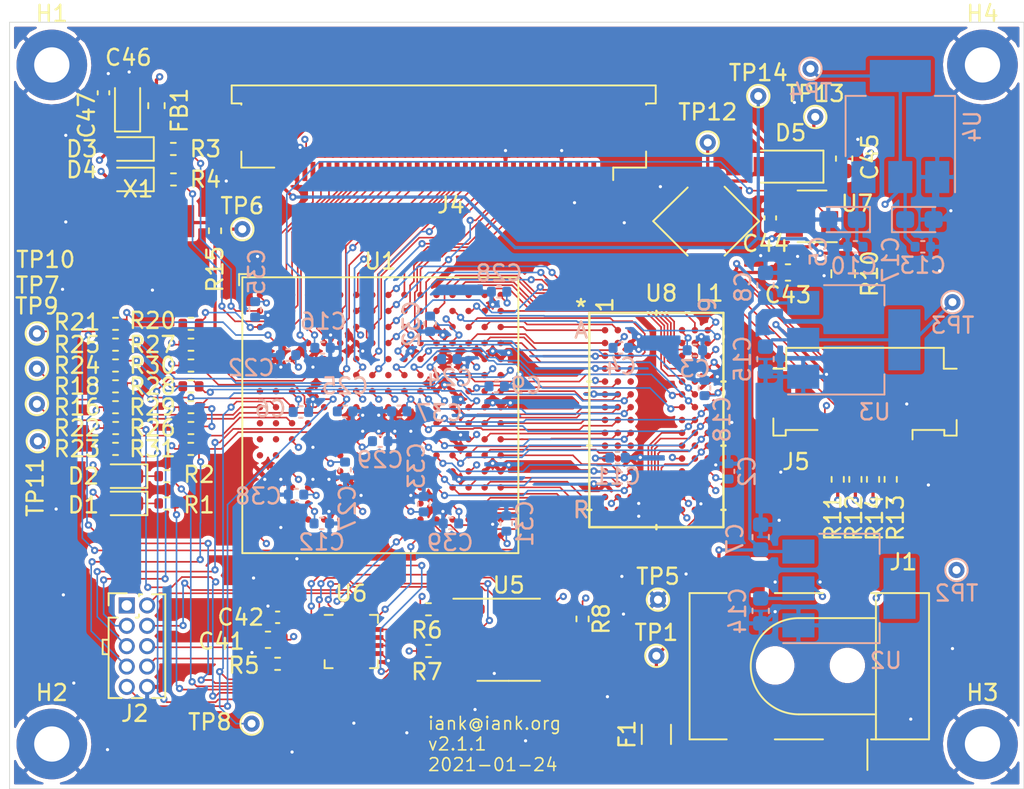
<source format=kicad_pcb>
(kicad_pcb (version 20171130) (host pcbnew 5.1.8-db9833491~88~ubuntu20.04.1)
  (layers (0 F.Cu signal) (1 In1.Cu power) (2 In2.Cu power) (31 B.Cu signal) (34 B.Paste user) (35 F.Paste user) (36 B.SilkS user) (37 F.SilkS user) (38 B.Mask user) (39 F.Mask user) (44 Edge.Cuts user))
  (net 0 "")
  (net 1 GND)
  (net 2 +3V3)
  (net 3 +5V)
  (net 4 +1V2)
  (net 5 +2V5)
  (net 6 "Net-(C44-Pad1)")
  (net 7 /JuliaLCD/LED+)
  (net 8 "Net-(C46-Pad1)")
  (net 9 "Net-(D1-Pad1)")
  (net 10 "Net-(D2-Pad1)")
  (net 11 "Net-(D3-Pad1)")
  (net 12 "Net-(D4-Pad1)")
  (net 13 "Net-(D5-Pad2)")
  (net 14 "Net-(F1-Pad1)")
  (net 15 /JuliaFPGA/TDI)
  (net 16 /JuliaConfig/C2D)
  (net 17 /JuliaFPGA/TMS)
  (net 18 /JuliaConfig/C2CK)
  (net 19 /JuliaFPGA/TDO)
  (net 20 /JuliaConfig/UART0_RX)
  (net 21 /JuliaFPGA/TCK)
  (net 22 /JuliaConfig/UART0_TX)
  (net 23 /JuliaLCD/LED-)
  (net 24 /JuliaFPGA/RGB0)
  (net 25 /JuliaFPGA/RGB1)
  (net 26 /JuliaFPGA/RGB2)
  (net 27 /JuliaFPGA/RGB3)
  (net 28 /JuliaFPGA/RGB4)
  (net 29 /JuliaFPGA/RGB5)
  (net 30 /JuliaFPGA/RGB6)
  (net 31 /JuliaFPGA/RGB7)
  (net 32 /JuliaFPGA/RGB8)
  (net 33 /JuliaFPGA/RGB9)
  (net 34 /JuliaFPGA/RGB10)
  (net 35 /JuliaFPGA/RGB11)
  (net 36 /JuliaFPGA/RGB12)
  (net 37 /JuliaFPGA/RGB13)
  (net 38 /JuliaFPGA/RGB14)
  (net 39 /JuliaFPGA/RGB15)
  (net 40 /JuliaFPGA/RGB16)
  (net 41 /JuliaFPGA/RGB17)
  (net 42 /JuliaFPGA/RGB18)
  (net 43 /JuliaFPGA/RGB19)
  (net 44 /JuliaFPGA/RGB20)
  (net 45 /JuliaFPGA/RGB21)
  (net 46 /JuliaFPGA/RGB22)
  (net 47 /JuliaFPGA/RGB23)
  (net 48 /JuliaFPGA/LCDCLK)
  (net 49 /JuliaFPGA/STBYB)
  (net 50 /JuliaFPGA/HSD)
  (net 51 /JuliaFPGA/VSD)
  (net 52 /JuliaFPGA/DEN)
  (net 53 /JuliaFPGA/TOUCH_RSTN)
  (net 54 /JuliaFPGA/TOUCH_INTN)
  (net 55 /JuliaFPGA/SDA)
  (net 56 /JuliaFPGA/SCL)
  (net 57 /JuliaConfig/MCU_LED1)
  (net 58 /JuliaConfig/MCU_LED2)
  (net 59 /JuliaFPGA/FPGA_LED1)
  (net 60 /JuliaFPGA/FPGA_LED2)
  (net 61 /JuliaConfig/SPI_CS_N)
  (net 62 /JuliaConfig/WP_N)
  (net 63 /JuliaConfig/HOLD_N)
  (net 64 "Net-(R15-Pad2)")
  (net 65 /JuliaFPGA/GCLK)
  (net 66 /JuliaConfig/DCLK)
  (net 67 "Net-(R16-Pad1)")
  (net 68 "Net-(R18-Pad2)")
  (net 69 "Net-(R20-Pad2)")
  (net 70 "Net-(R21-Pad2)")
  (net 71 /JuliaConfig/nCONFIG)
  (net 72 "Net-(R23-Pad1)")
  (net 73 "Net-(R24-Pad1)")
  (net 74 "Net-(R25-Pad1)")
  (net 75 "Net-(R26-Pad1)")
  (net 76 /JuliaConfig/nSTATUS)
  (net 77 /JuliaConfig/CONF_DONE)
  (net 78 /JuliaConfig/DATA0)
  (net 79 /JuliaFPGA/DQ23)
  (net 80 /JuliaFPGA/DQ12)
  (net 81 /JuliaFPGA/DQ16)
  (net 82 /JuliaFPGA/DQ30)
  (net 83 /JuliaFPGA/DQ22)
  (net 84 /JuliaFPGA/DQ29)
  (net 85 /JuliaFPGA/BA1)
  (net 86 /JuliaFPGA/DQ17)
  (net 87 /JuliaFPGA/DQ20)
  (net 88 /JuliaFPGA/DQ10)
  (net 89 /JuliaFPGA/DQ9)
  (net 90 /JuliaFPGA/BA0)
  (net 91 /JuliaFPGA/DQM1)
  (net 92 /JuliaSDRAM/CLK)
  (net 93 /JuliaFPGA/DQ21)
  (net 94 /JuliaFPGA/DQ31)
  (net 95 /JuliaFPGA/DQ15)
  (net 96 /JuliaFPGA/DQ11)
  (net 97 /JuliaFPGA/DQ25)
  (net 98 /JuliaFPGA/DQ26)
  (net 99 /JuliaFPGA/DQ14)
  (net 100 /JuliaFPGA/DQ19)
  (net 101 /JuliaFPGA/DQM0)
  (net 102 /JuliaFPGA/DQM2)
  (net 103 /JuliaFPGA/SDRAM_WE_N)
  (net 104 /JuliaSDRAM/CKE)
  (net 105 /JuliaFPGA/A9)
  (net 106 /JuliaFPGA/A8)
  (net 107 /JuliaFPGA/A7)
  (net 108 /JuliaFPGA/A6)
  (net 109 /JuliaFPGA/DQM3)
  (net 110 /JuliaSDRAM/CS_N)
  (net 111 /JuliaFPGA/DQ18)
  (net 112 /JuliaFPGA/DQ13)
  (net 113 /JuliaFPGA/DQ28)
  (net 114 /JuliaFPGA/DQ27)
  (net 115 /JuliaFPGA/DQ24)
  (net 116 /JuliaFPGA/A0)
  (net 117 /JuliaFPGA/A1)
  (net 118 /JuliaFPGA/DQ6)
  (net 119 /JuliaFPGA/A2)
  (net 120 /JuliaFPGA/A4)
  (net 121 /JuliaFPGA/A10)
  (net 122 /JuliaFPGA/A3)
  (net 123 /JuliaFPGA/A5)
  (net 124 /JuliaFPGA/A11)
  (net 125 /JuliaFPGA/CAS_N)
  (net 126 /JuliaFPGA/RAS_N)
  (net 127 /JuliaConfig/UART1_RX)
  (net 128 /JuliaConfig/UART1_TX)
  (net 129 /JuliaFPGA/DQ8)
  (net 130 /JuliaFPGA/DQ7)
  (net 131 /JuliaFPGA/DQ5)
  (net 132 /JuliaFPGA/DQ2)
  (net 133 /JuliaFPGA/DQ4)
  (net 134 /JuliaFPGA/DQ3)
  (net 135 /JuliaFPGA/DQ1)
  (net 136 /JuliaFPGA/LIGHT)
  (net 137 /JuliaFPGA/DQ0)
  (net 138 /JuliaConfig/SPI_SCK)
  (net 139 /JuliaConfig/SPI_MOSI)
  (net 140 /JuliaConfig/SPI_MISO)
  (module ik:MountingHole_2.2mm_M2_Pad (layer F.Cu) (at 138.62 88.06)
    (fp_text reference H4 (at 0 -3.2) (layer F.SilkS))
    (fp_text value MountingHole_Pad)
    (pad 1 thru_hole circle (at 0 0) (size 4.4 4.4) (drill 2.2) (layers *.Cu *.Mask) (net 1 GND))
  )
  (module ik:MountingHole_2.2mm_M2_Pad (layer F.Cu) (at 138.62 130.4)
    (fp_text reference H3 (at 0 -3.2) (layer F.SilkS))
    (fp_text value MountingHole_Pad)
    (pad 1 thru_hole circle (at 0 0) (size 4.4 4.4) (drill 2.2) (layers *.Cu *.Mask) (net 1 GND))
  )
  (module ik:MountingHole_2.2mm_M2_Pad (layer F.Cu) (at 80.63 130.4)
    (fp_text reference H2 (at 0 -3.2) (layer F.SilkS))
    (fp_text value MountingHole_Pad)
    (pad 1 thru_hole circle (at 0 0) (size 4.4 4.4) (drill 2.2) (layers *.Cu *.Mask) (net 1 GND))
  )
  (module ik:MountingHole_2.2mm_M2_Pad (layer F.Cu) (at 80.63 88.06)
    (fp_text reference H1 (at 0 -3.2) (layer F.SilkS))
    (fp_text value MountingHole_Pad)
    (pad 1 thru_hole circle (at 0 0) (size 4.4 4.4) (drill 2.2) (layers *.Cu *.Mask) (net 1 GND))
  )
  (module ik:Murata_D53LC_A915AY-100M (layer F.Cu) (at 121.4 97.8 90)
    (fp_text reference L1 (at -4.5 0.2 180) (layer F.SilkS))
    (fp_text value 10uH)
    (pad 1 smd rect (at -2.5 0 90) (size 1 2) (layers F.Cu F.Paste F.Mask) (net 3 +5V))
    (pad 2 smd rect (at 2.5 0 90) (size 1 2) (layers F.Cu F.Paste F.Mask) (net 13 "Net-(D5-Pad2)"))
  )
  (module ik:Oscillator_SMD_EuroQuartz_XO91-4Pin_7.0x5.0mm (layer F.Cu) (at 86 99.9)
    (fp_text reference X1 (at 0 -4.1) (layer F.SilkS))
    (fp_text value 50MHz)
    (pad 4 smd rect (at -2.5 -2.1) (size 2 2) (layers F.Cu F.Paste F.Mask) (net 8 "Net-(C46-Pad1)"))
    (pad 3 smd rect (at 2.5 -2.1) (size 2 2) (layers F.Cu F.Paste F.Mask) (net 64 "Net-(R15-Pad2)"))
    (pad 2 smd rect (at 2.5 2.1) (size 2 2) (layers F.Cu F.Paste F.Mask) (net 1 GND))
    (pad 1 smd rect (at -2.5 2.1) (size 2 2) (layers F.Cu F.Paste F.Mask) (net 8 "Net-(C46-Pad1)"))
  )
  (module ik:SiliconLabs_QFN-20-1EP_3x3mm_P0.5mm_EP1.8x1.8mm (layer F.Cu) (at 99.29 124.01)
    (fp_text reference U6 (at 0 -3) (layer F.SilkS))
    (fp_text value EFM8BB21F16I-C-QFN20)
    (pad 1 smd rect (at -1.25 -1.25) (size 0.3 0.3) (layers F.Cu F.Paste F.Mask) (net 140 /JuliaConfig/SPI_MISO))
    (pad 2 smd rect (at -1.55 -0.75) (size 0.9 0.3) (layers F.Cu F.Paste F.Mask) (net 138 /JuliaConfig/SPI_SCK))
    (pad 3 smd rect (at -1.55 -0.25) (size 0.9 0.3) (layers F.Cu F.Paste F.Mask) (net 1 GND))
    (pad 4 smd rect (at -1.55 0.25) (size 0.9 0.3) (layers F.Cu F.Paste F.Mask) (net 2 +3V3))
    (pad 5 smd rect (at -1.55 0.75) (size 0.9 0.3) (layers F.Cu F.Paste F.Mask) (net 18 /JuliaConfig/C2CK))
    (pad 6 smd rect (at -1.25 1.25) (size 0.3 0.3) (layers F.Cu F.Paste F.Mask) (net 16 /JuliaConfig/C2D))
    (pad 7 smd rect (at -0.75 1.55 90) (size 0.9 0.3) (layers F.Cu F.Paste F.Mask) (net 78 /JuliaConfig/DATA0))
    (pad 8 smd rect (at -0.25 1.55 90) (size 0.9 0.3) (layers F.Cu F.Paste F.Mask) (net 66 /JuliaConfig/DCLK))
    (pad 9 smd rect (at 0.25 1.55 90) (size 0.9 0.3) (layers F.Cu F.Paste F.Mask) (net 58 /JuliaConfig/MCU_LED2))
    (pad 10 smd rect (at 0.75 1.55 90) (size 0.9 0.3) (layers F.Cu F.Paste F.Mask) (net 57 /JuliaConfig/MCU_LED1))
    (pad 11 smd rect (at 1.25 1.25) (size 0.3 0.3) (layers F.Cu F.Paste F.Mask) (net 71 /JuliaConfig/nCONFIG))
    (pad 12 smd rect (at 1.55 0.75) (size 0.9 0.3) (layers F.Cu F.Paste F.Mask) (net 1 GND))
    (pad 13 smd rect (at 1.55 0.25) (size 0.9 0.3) (layers F.Cu F.Paste F.Mask) (net 76 /JuliaConfig/nSTATUS))
    (pad 14 smd rect (at 1.55 -0.25) (size 0.9 0.3) (layers F.Cu F.Paste F.Mask) (net 77 /JuliaConfig/CONF_DONE))
    (pad 15 smd rect (at 1.55 -0.75) (size 0.9 0.3) (layers F.Cu F.Paste F.Mask) (net 61 /JuliaConfig/SPI_CS_N))
    (pad 16 smd rect (at 1.25 -1.25) (size 0.3 0.3) (layers F.Cu F.Paste F.Mask) (net 127 /JuliaConfig/UART1_RX))
    (pad 17 smd rect (at 0.75 -1.55 90) (size 0.9 0.3) (layers F.Cu F.Paste F.Mask) (net 20 /JuliaConfig/UART0_RX))
    (pad 18 smd rect (at 0.25 -1.55 90) (size 0.9 0.3) (layers F.Cu F.Paste F.Mask) (net 22 /JuliaConfig/UART0_TX))
    (pad 19 smd rect (at -0.25 -1.55 90) (size 0.9 0.3) (layers F.Cu F.Paste F.Mask) (net 128 /JuliaConfig/UART1_TX))
    (pad 20 smd rect (at -0.75 -1.55 90) (size 0.9 0.3) (layers F.Cu F.Paste F.Mask) (net 139 /JuliaConfig/SPI_MOSI))
    (pad 21 smd rect (at 0 0) (size 1.8 1.8) (layers F.Cu F.Mask) (net 1 GND))
  )
  (module ik:AS4C4M32S-7BCN (layer F.Cu) (at 118.3 110.2)
    (fp_text reference U8 (at 0.3 -7.9) (layer F.SilkS))
    (fp_text value AS4C4M32S-7BCN hide)
    (fp_text user 9 (at 3.2 -7.1882 90) (layer B.SilkS))
    (fp_text user 9 (at 3.2 -7.1882 90) (layer F.SilkS))
    (fp_text user 1 (at -3.2 -7.1882 90) (layer F.SilkS))
    (fp_text user R (at -4.6863 5.599999) (layer B.SilkS))
    (fp_text user R (at -4.6863 5.599999) (layer F.SilkS))
    (fp_text user A (at -4.6863 -5.599999) (layer B.SilkS))
    (fp_text user A (at -4.6863 -5.599999) (layer F.SilkS))
    (fp_text user * (at -4.7 -7) (layer F.SilkS))
    (pad R9 smd circle (at 3.2 5.599999) (size 0.4064 0.4064) (layers F.Cu F.Paste F.Mask) (net 132 /JuliaFPGA/DQ2))
    (pad R8 smd circle (at 2.4 5.599999) (size 0.4064 0.4064) (layers F.Cu F.Paste F.Mask) (net 137 /JuliaFPGA/DQ0))
    (pad R7 smd circle (at 1.6 5.599999) (size 0.4064 0.4064) (layers F.Cu F.Paste F.Mask) (net 2 +3V3))
    (pad R3 smd circle (at -1.6 5.599999) (size 0.4064 0.4064) (layers F.Cu F.Paste F.Mask) (net 1 GND))
    (pad R2 smd circle (at -2.4 5.599999) (size 0.4064 0.4064) (layers F.Cu F.Paste F.Mask) (net 95 /JuliaFPGA/DQ15))
    (pad R1 smd circle (at -3.2 5.599999) (size 0.4064 0.4064) (layers F.Cu F.Paste F.Mask) (net 112 /JuliaFPGA/DQ13))
    (pad P9 smd circle (at 3.2 4.799999) (size 0.4064 0.4064) (layers F.Cu F.Paste F.Mask) (net 133 /JuliaFPGA/DQ4))
    (pad P8 smd circle (at 2.4 4.799999) (size 0.4064 0.4064) (layers F.Cu F.Paste F.Mask) (net 1 GND))
    (pad P7 smd circle (at 1.6 4.799999) (size 0.4064 0.4064) (layers F.Cu F.Paste F.Mask) (net 2 +3V3))
    (pad P3 smd circle (at -1.6 4.799999) (size 0.4064 0.4064) (layers F.Cu F.Paste F.Mask) (net 1 GND))
    (pad P2 smd circle (at -2.4 4.799999) (size 0.4064 0.4064) (layers F.Cu F.Paste F.Mask) (net 2 +3V3))
    (pad P1 smd circle (at -3.2 4.799999) (size 0.4064 0.4064) (layers F.Cu F.Paste F.Mask) (net 96 /JuliaFPGA/DQ11))
    (pad N9 smd circle (at 3.2 4) (size 0.4064 0.4064) (layers F.Cu F.Paste F.Mask) (net 2 +3V3))
    (pad N8 smd circle (at 2.4 4) (size 0.4064 0.4064) (layers F.Cu F.Paste F.Mask) (net 134 /JuliaFPGA/DQ3))
    (pad N7 smd circle (at 1.6 4) (size 0.4064 0.4064) (layers F.Cu F.Paste F.Mask) (net 135 /JuliaFPGA/DQ1))
    (pad N3 smd circle (at -1.6 4) (size 0.4064 0.4064) (layers F.Cu F.Paste F.Mask) (net 99 /JuliaFPGA/DQ14))
    (pad N2 smd circle (at -2.4 4) (size 0.4064 0.4064) (layers F.Cu F.Paste F.Mask) (net 80 /JuliaFPGA/DQ12))
    (pad N1 smd circle (at -3.2 4) (size 0.4064 0.4064) (layers F.Cu F.Paste F.Mask) (net 1 GND))
    (pad M9 smd circle (at 3.2 3.2) (size 0.4064 0.4064) (layers F.Cu F.Paste F.Mask) (net 2 +3V3))
    (pad M8 smd circle (at 2.4 3.2) (size 0.4064 0.4064) (layers F.Cu F.Paste F.Mask) (net 131 /JuliaFPGA/DQ5))
    (pad M7 smd circle (at 1.6 3.2) (size 0.4064 0.4064) (layers F.Cu F.Paste F.Mask) (net 118 /JuliaFPGA/DQ6))
    (pad M3 smd circle (at -1.6 3.2) (size 0.4064 0.4064) (layers F.Cu F.Paste F.Mask) (net 89 /JuliaFPGA/DQ9))
    (pad M2 smd circle (at -2.4 3.2) (size 0.4064 0.4064) (layers F.Cu F.Paste F.Mask) (net 88 /JuliaFPGA/DQ10))
    (pad M1 smd circle (at -3.2 3.2) (size 0.4064 0.4064) (layers F.Cu F.Paste F.Mask) (net 1 GND))
    (pad L9 smd circle (at 3.2 2.4) (size 0.4064 0.4064) (layers F.Cu F.Paste F.Mask) (net 1 GND))
    (pad L8 smd circle (at 2.4 2.4) (size 0.4064 0.4064) (layers F.Cu F.Paste F.Mask) (net 130 /JuliaFPGA/DQ7))
    (pad L7 smd circle (at 1.6 2.4) (size 0.4064 0.4064) (layers F.Cu F.Paste F.Mask) (net 2 +3V3))
    (pad L3 smd circle (at -1.6 2.4) (size 0.4064 0.4064) (layers F.Cu F.Paste F.Mask) (net 1 GND))
    (pad L2 smd circle (at -2.4 2.4) (size 0.4064 0.4064) (layers F.Cu F.Paste F.Mask) (net 129 /JuliaFPGA/DQ8))
    (pad L1 smd circle (at -3.2 2.4) (size 0.4064 0.4064) (layers F.Cu F.Paste F.Mask) (net 2 +3V3))
    (pad K9 smd circle (at 3.2 1.6) (size 0.4064 0.4064) (layers F.Cu F.Paste F.Mask) (net 101 /JuliaFPGA/DQM0))
    (pad K8 smd circle (at 2.4 1.6) (size 0.4064 0.4064) (layers F.Cu F.Paste F.Mask) (net 103 /JuliaFPGA/SDRAM_WE_N))
    (pad K7 smd circle (at 1.6 1.6) (size 0.4064 0.4064) (layers F.Cu F.Paste F.Mask) (net 125 /JuliaFPGA/CAS_N))
    (pad K3 smd circle (at -1.6 1.6) (size 0.4064 0.4064) (layers F.Cu F.Paste F.Mask))
    (pad K2 smd circle (at -2.4 1.6) (size 0.4064 0.4064) (layers F.Cu F.Paste F.Mask))
    (pad K1 smd circle (at -3.2 1.6) (size 0.4064 0.4064) (layers F.Cu F.Paste F.Mask) (net 91 /JuliaFPGA/DQM1))
    (pad J9 smd circle (at 3.2 0.8) (size 0.4064 0.4064) (layers F.Cu F.Paste F.Mask) (net 126 /JuliaFPGA/RAS_N))
    (pad J8 smd circle (at 2.4 0.8) (size 0.4064 0.4064) (layers F.Cu F.Paste F.Mask) (net 110 /JuliaSDRAM/CS_N))
    (pad J7 smd circle (at 1.6 0.8) (size 0.4064 0.4064) (layers F.Cu F.Paste F.Mask) (net 90 /JuliaFPGA/BA0))
    (pad J3 smd circle (at -1.6 0.8) (size 0.4064 0.4064) (layers F.Cu F.Paste F.Mask) (net 105 /JuliaFPGA/A9))
    (pad J2 smd circle (at -2.4 0.8) (size 0.4064 0.4064) (layers F.Cu F.Paste F.Mask) (net 104 /JuliaSDRAM/CKE))
    (pad J1 smd circle (at -3.2 0.8) (size 0.4064 0.4064) (layers F.Cu F.Paste F.Mask) (net 92 /JuliaSDRAM/CLK))
    (pad H9 smd circle (at 3.2 0) (size 0.4064 0.4064) (layers F.Cu F.Paste F.Mask) (net 124 /JuliaFPGA/A11))
    (pad H8 smd circle (at 2.4 0) (size 0.4064 0.4064) (layers F.Cu F.Paste F.Mask) (net 85 /JuliaFPGA/BA1))
    (pad H7 smd circle (at 1.6 0) (size 0.4064 0.4064) (layers F.Cu F.Paste F.Mask))
    (pad H3 smd circle (at -1.6 0) (size 0.4064 0.4064) (layers F.Cu F.Paste F.Mask))
    (pad H2 smd circle (at -2.4 0) (size 0.4064 0.4064) (layers F.Cu F.Paste F.Mask) (net 106 /JuliaFPGA/A8))
    (pad H1 smd circle (at -3.2 0) (size 0.4064 0.4064) (layers F.Cu F.Paste F.Mask) (net 107 /JuliaFPGA/A7))
    (pad G9 smd circle (at 3.2 -0.8) (size 0.4064 0.4064) (layers F.Cu F.Paste F.Mask) (net 117 /JuliaFPGA/A1))
    (pad G8 smd circle (at 2.4 -0.8) (size 0.4064 0.4064) (layers F.Cu F.Paste F.Mask) (net 116 /JuliaFPGA/A0))
    (pad G7 smd circle (at 1.6 -0.8) (size 0.4064 0.4064) (layers F.Cu F.Paste F.Mask) (net 121 /JuliaFPGA/A10))
    (pad G3 smd circle (at -1.6 -0.8) (size 0.4064 0.4064) (layers F.Cu F.Paste F.Mask) (net 108 /JuliaFPGA/A6))
    (pad G2 smd circle (at -2.4 -0.8) (size 0.4064 0.4064) (layers F.Cu F.Paste F.Mask) (net 123 /JuliaFPGA/A5))
    (pad G1 smd circle (at -3.2 -0.8) (size 0.4064 0.4064) (layers F.Cu F.Paste F.Mask) (net 120 /JuliaFPGA/A4))
    (pad F9 smd circle (at 3.2 -1.6) (size 0.4064 0.4064) (layers F.Cu F.Paste F.Mask) (net 2 +3V3))
    (pad F8 smd circle (at 2.4 -1.6) (size 0.4064 0.4064) (layers F.Cu F.Paste F.Mask) (net 102 /JuliaFPGA/DQM2))
    (pad F7 smd circle (at 1.6 -1.6) (size 0.4064 0.4064) (layers F.Cu F.Paste F.Mask) (net 119 /JuliaFPGA/A2))
    (pad F3 smd circle (at -1.6 -1.6) (size 0.4064 0.4064) (layers F.Cu F.Paste F.Mask) (net 122 /JuliaFPGA/A3))
    (pad F2 smd circle (at -2.4 -1.6) (size 0.4064 0.4064) (layers F.Cu F.Paste F.Mask) (net 109 /JuliaFPGA/DQM3))
    (pad F1 smd circle (at -3.2 -1.6) (size 0.4064 0.4064) (layers F.Cu F.Paste F.Mask) (net 1 GND))
    (pad E9 smd circle (at 3.2 -2.4) (size 0.4064 0.4064) (layers F.Cu F.Paste F.Mask) (net 1 GND))
    (pad E8 smd circle (at 2.4 -2.4) (size 0.4064 0.4064) (layers F.Cu F.Paste F.Mask) (net 81 /JuliaFPGA/DQ16))
    (pad E7 smd circle (at 1.6 -2.4) (size 0.4064 0.4064) (layers F.Cu F.Paste F.Mask))
    (pad E3 smd circle (at -1.6 -2.4) (size 0.4064 0.4064) (layers F.Cu F.Paste F.Mask))
    (pad E2 smd circle (at -2.4 -2.4) (size 0.4064 0.4064) (layers F.Cu F.Paste F.Mask) (net 94 /JuliaFPGA/DQ31))
    (pad E1 smd circle (at -3.2 -2.4) (size 0.4064 0.4064) (layers F.Cu F.Paste F.Mask) (net 2 +3V3))
    (pad D9 smd circle (at 3.2 -3.2) (size 0.4064 0.4064) (layers F.Cu F.Paste F.Mask) (net 2 +3V3))
    (pad D8 smd circle (at 2.4 -3.2) (size 0.4064 0.4064) (layers F.Cu F.Paste F.Mask) (net 111 /JuliaFPGA/DQ18))
    (pad D7 smd circle (at 1.6 -3.2) (size 0.4064 0.4064) (layers F.Cu F.Paste F.Mask) (net 86 /JuliaFPGA/DQ17))
    (pad D3 smd circle (at -1.6 -3.2) (size 0.4064 0.4064) (layers F.Cu F.Paste F.Mask) (net 82 /JuliaFPGA/DQ30))
    (pad D2 smd circle (at -2.4 -3.2) (size 0.4064 0.4064) (layers F.Cu F.Paste F.Mask) (net 84 /JuliaFPGA/DQ29))
    (pad D1 smd circle (at -3.2 -3.2) (size 0.4064 0.4064) (layers F.Cu F.Paste F.Mask) (net 1 GND))
    (pad C9 smd circle (at 3.2 -4) (size 0.4064 0.4064) (layers F.Cu F.Paste F.Mask) (net 2 +3V3))
    (pad C8 smd circle (at 2.4 -4) (size 0.4064 0.4064) (layers F.Cu F.Paste F.Mask) (net 87 /JuliaFPGA/DQ20))
    (pad C7 smd circle (at 1.6 -4) (size 0.4064 0.4064) (layers F.Cu F.Paste F.Mask) (net 83 /JuliaFPGA/DQ22))
    (pad C3 smd circle (at -1.6 -4) (size 0.4064 0.4064) (layers F.Cu F.Paste F.Mask) (net 97 /JuliaFPGA/DQ25))
    (pad C2 smd circle (at -2.4 -4) (size 0.4064 0.4064) (layers F.Cu F.Paste F.Mask) (net 114 /JuliaFPGA/DQ27))
    (pad C1 smd circle (at -3.2 -4) (size 0.4064 0.4064) (layers F.Cu F.Paste F.Mask) (net 1 GND))
    (pad B9 smd circle (at 3.2 -4.799999) (size 0.4064 0.4064) (layers F.Cu F.Paste F.Mask) (net 100 /JuliaFPGA/DQ19))
    (pad B8 smd circle (at 2.4 -4.799999) (size 0.4064 0.4064) (layers F.Cu F.Paste F.Mask) (net 1 GND))
    (pad B7 smd circle (at 1.6 -4.799999) (size 0.4064 0.4064) (layers F.Cu F.Paste F.Mask) (net 2 +3V3))
    (pad B3 smd circle (at -1.6 -4.799999) (size 0.4064 0.4064) (layers F.Cu F.Paste F.Mask) (net 1 GND))
    (pad B2 smd circle (at -2.4 -4.799999) (size 0.4064 0.4064) (layers F.Cu F.Paste F.Mask) (net 2 +3V3))
    (pad B1 smd circle (at -3.2 -4.799999) (size 0.4064 0.4064) (layers F.Cu F.Paste F.Mask) (net 113 /JuliaFPGA/DQ28))
    (pad A9 smd circle (at 3.2 -5.599999) (size 0.4064 0.4064) (layers F.Cu F.Paste F.Mask) (net 93 /JuliaFPGA/DQ21))
    (pad A8 smd circle (at 2.4 -5.599999) (size 0.4064 0.4064) (layers F.Cu F.Paste F.Mask) (net 79 /JuliaFPGA/DQ23))
    (pad A7 smd circle (at 1.6 -5.599999) (size 0.4064 0.4064) (layers F.Cu F.Paste F.Mask) (net 2 +3V3))
    (pad A3 smd circle (at -1.6 -5.599999) (size 0.4064 0.4064) (layers F.Cu F.Paste F.Mask) (net 1 GND))
    (pad A2 smd circle (at -2.4 -5.599999) (size 0.4064 0.4064) (layers F.Cu F.Paste F.Mask) (net 115 /JuliaFPGA/DQ24))
    (pad A1 smd circle (at -3.2 -5.599999) (size 0.4064 0.4064) (layers F.Cu F.Paste F.Mask) (net 98 /JuliaFPGA/DQ26))
  )
  (module ik:Molex_52271-0679_1x06-1MP_P1.00mm_Horizontal (layer F.Cu) (at 131.3 110 180)
    (fp_text reference J5 (at 4.3 -2.8) (layer F.SilkS))
    (fp_text value "Molex 0522710679")
    (pad MP smd rect (at -5.65 1.45 180) (size 2.1 2.8) (layers F.Cu F.Paste F.Mask))
    (pad MP smd rect (at 5.65 1.45 180) (size 2.1 2.8) (layers F.Cu F.Paste F.Mask))
    (pad 6 smd rect (at -2.5 -0.91 180) (size 0.6 1.9) (layers F.Cu F.Paste F.Mask) (net 1 GND))
    (pad 5 smd rect (at -1.5 -0.91 180) (size 0.6 1.9) (layers F.Cu F.Paste F.Mask) (net 53 /JuliaFPGA/TOUCH_RSTN))
    (pad 4 smd rect (at -0.5 -0.91 180) (size 0.6 1.9) (layers F.Cu F.Paste F.Mask) (net 54 /JuliaFPGA/TOUCH_INTN))
    (pad 3 smd rect (at 0.5 -0.91 180) (size 0.6 1.9) (layers F.Cu F.Paste F.Mask) (net 55 /JuliaFPGA/SDA))
    (pad 2 smd rect (at 1.5 -0.91 180) (size 0.6 1.9) (layers F.Cu F.Paste F.Mask) (net 56 /JuliaFPGA/SCL))
    (pad 1 smd rect (at 2.5 -0.91 180) (size 0.6 1.9) (layers F.Cu F.Paste F.Mask) (net 2 +3V3))
  )
  (module ik:Molex_54104-4031_1x40-P0.5mm_Horizontal (layer F.Cu) (at 105.7 91.3)
    (fp_text reference J4 (at -0.2 5.5 180) (layer F.SilkS))
    (fp_text value "Molex 0541044031")
    (pad MP smd rect (at -12.9 0.3 180) (size 2.4 1.6) (layers F.Cu F.Paste F.Mask))
    (pad MP smd rect (at 10.8 0.3 180) (size 2.4 1.6) (layers F.Cu F.Paste F.Mask))
    (pad MP smd rect (at -12.5 0.7 180) (size 1.6 2.4) (layers F.Cu F.Paste F.Mask))
    (pad MP smd rect (at 10.4 0.7 180) (size 1.6 2.4) (layers F.Cu F.Paste F.Mask))
    (pad 1 smd rect (at -10.8 3.4 180) (size 0.3 1.2) (layers F.Cu F.Paste F.Mask) (net 23 /JuliaLCD/LED-))
    (pad 2 smd rect (at -10.3 3.4 180) (size 0.3 1.2) (layers F.Cu F.Paste F.Mask) (net 7 /JuliaLCD/LED+))
    (pad 3 smd rect (at -9.8 3.4 180) (size 0.3 1.2) (layers F.Cu F.Paste F.Mask) (net 1 GND))
    (pad 4 smd rect (at -9.3 3.4 180) (size 0.3 1.2) (layers F.Cu F.Paste F.Mask) (net 2 +3V3))
    (pad 5 smd rect (at -8.8 3.4 180) (size 0.3 1.2) (layers F.Cu F.Paste F.Mask) (net 24 /JuliaFPGA/RGB0))
    (pad 6 smd rect (at -8.3 3.4 180) (size 0.3 1.2) (layers F.Cu F.Paste F.Mask) (net 25 /JuliaFPGA/RGB1))
    (pad 7 smd rect (at -7.8 3.4 180) (size 0.3 1.2) (layers F.Cu F.Paste F.Mask) (net 26 /JuliaFPGA/RGB2))
    (pad 8 smd rect (at -7.3 3.4 180) (size 0.3 1.2) (layers F.Cu F.Paste F.Mask) (net 27 /JuliaFPGA/RGB3))
    (pad 9 smd rect (at -6.8 3.4 180) (size 0.3 1.2) (layers F.Cu F.Paste F.Mask) (net 28 /JuliaFPGA/RGB4))
    (pad 10 smd rect (at -6.3 3.4 180) (size 0.3 1.2) (layers F.Cu F.Paste F.Mask) (net 29 /JuliaFPGA/RGB5))
    (pad 11 smd rect (at -5.8 3.4 180) (size 0.3 1.2) (layers F.Cu F.Paste F.Mask) (net 30 /JuliaFPGA/RGB6))
    (pad 12 smd rect (at -5.3 3.4 180) (size 0.3 1.2) (layers F.Cu F.Paste F.Mask) (net 31 /JuliaFPGA/RGB7))
    (pad 13 smd rect (at -4.8 3.4 180) (size 0.3 1.2) (layers F.Cu F.Paste F.Mask) (net 32 /JuliaFPGA/RGB8))
    (pad 14 smd rect (at -4.3 3.4 180) (size 0.3 1.2) (layers F.Cu F.Paste F.Mask) (net 33 /JuliaFPGA/RGB9))
    (pad 15 smd rect (at -3.8 3.4 180) (size 0.3 1.2) (layers F.Cu F.Paste F.Mask) (net 34 /JuliaFPGA/RGB10))
    (pad 16 smd rect (at -3.3 3.4 180) (size 0.3 1.2) (layers F.Cu F.Paste F.Mask) (net 35 /JuliaFPGA/RGB11))
    (pad 17 smd rect (at -2.8 3.4 180) (size 0.3 1.2) (layers F.Cu F.Paste F.Mask) (net 36 /JuliaFPGA/RGB12))
    (pad 18 smd rect (at -2.3 3.4 180) (size 0.3 1.2) (layers F.Cu F.Paste F.Mask) (net 37 /JuliaFPGA/RGB13))
    (pad 19 smd rect (at -1.8 3.4 180) (size 0.3 1.2) (layers F.Cu F.Paste F.Mask) (net 38 /JuliaFPGA/RGB14))
    (pad 20 smd rect (at -1.3 3.4 180) (size 0.3 1.2) (layers F.Cu F.Paste F.Mask) (net 39 /JuliaFPGA/RGB15))
    (pad 21 smd rect (at -0.8 3.4 180) (size 0.3 1.2) (layers F.Cu F.Paste F.Mask) (net 40 /JuliaFPGA/RGB16))
    (pad 22 smd rect (at -0.3 3.4 180) (size 0.3 1.2) (layers F.Cu F.Paste F.Mask) (net 41 /JuliaFPGA/RGB17))
    (pad 23 smd rect (at 0.2 3.4 180) (size 0.3 1.2) (layers F.Cu F.Paste F.Mask) (net 42 /JuliaFPGA/RGB18))
    (pad 24 smd rect (at 0.7 3.4 180) (size 0.3 1.2) (layers F.Cu F.Paste F.Mask) (net 43 /JuliaFPGA/RGB19))
    (pad 25 smd rect (at 1.2 3.4 180) (size 0.3 1.2) (layers F.Cu F.Paste F.Mask) (net 44 /JuliaFPGA/RGB20))
    (pad 26 smd rect (at 1.7 3.4 180) (size 0.3 1.2) (layers F.Cu F.Paste F.Mask) (net 45 /JuliaFPGA/RGB21))
    (pad 27 smd rect (at 2.2 3.4 180) (size 0.3 1.2) (layers F.Cu F.Paste F.Mask) (net 46 /JuliaFPGA/RGB22))
    (pad 28 smd rect (at 2.7 3.4 180) (size 0.3 1.2) (layers F.Cu F.Paste F.Mask) (net 47 /JuliaFPGA/RGB23))
    (pad 29 smd rect (at 3.2 3.4 180) (size 0.3 1.2) (layers F.Cu F.Paste F.Mask) (net 1 GND))
    (pad 30 smd rect (at 3.7 3.4 180) (size 0.3 1.2) (layers F.Cu F.Paste F.Mask) (net 48 /JuliaFPGA/LCDCLK))
    (pad 31 smd rect (at 4.2 3.4 180) (size 0.3 1.2) (layers F.Cu F.Paste F.Mask) (net 49 /JuliaFPGA/STBYB))
    (pad 32 smd rect (at 4.7 3.4 180) (size 0.3 1.2) (layers F.Cu F.Paste F.Mask) (net 50 /JuliaFPGA/HSD))
    (pad 33 smd rect (at 5.2 3.4 180) (size 0.3 1.2) (layers F.Cu F.Paste F.Mask) (net 51 /JuliaFPGA/VSD))
    (pad 34 smd rect (at 5.7 3.4 180) (size 0.3 1.2) (layers F.Cu F.Paste F.Mask) (net 52 /JuliaFPGA/DEN))
    (pad 35 smd rect (at 6.2 3.4 180) (size 0.3 1.2) (layers F.Cu F.Paste F.Mask))
    (pad 36 smd rect (at 6.7 3.4 180) (size 0.3 1.2) (layers F.Cu F.Paste F.Mask) (net 1 GND))
    (pad 37 smd rect (at 7.2 3.4 180) (size 0.3 1.2) (layers F.Cu F.Paste F.Mask))
    (pad 38 smd rect (at 7.7 3.4 180) (size 0.3 1.2) (layers F.Cu F.Paste F.Mask))
    (pad 39 smd rect (at 8.2 3.4 180) (size 0.3 1.2) (layers F.Cu F.Paste F.Mask))
    (pad 40 smd rect (at 8.7 3.4 180) (size 0.3 1.2) (layers F.Cu F.Paste F.Mask))
  )
  (module ik:BarrelJack_GCT_DCJ200-05-A-K1-A_SMD_Horizontal (layer F.Cu) (at 135.2 125.5 180)
    (fp_text reference J1 (at 1.52 6.45 180) (layer F.SilkS))
    (fp_text value Barrel_Jack_Switch)
    (pad "" np_thru_hole circle (at 9.5 0 270) (size 1.9 1.9) (drill 1.9) (layers *.Cu *.Mask))
    (pad "" np_thru_hole circle (at 5 0 270) (size 1.7 1.7) (drill 1.7) (layers *.Cu *.Mask))
    (pad 1 smd rect (at 5 -5.5 270) (size 2 2) (layers F.Cu F.Paste F.Mask) (net 14 "Net-(F1-Pad1)"))
    (pad 1 smd rect (at 11.15 -5.5 270) (size 2 2) (layers F.Cu F.Paste F.Mask) (net 14 "Net-(F1-Pad1)"))
    (pad 2 smd rect (at 5 5.5 270) (size 2 2) (layers F.Cu F.Paste F.Mask) (net 1 GND))
    (pad 3 smd rect (at 11.15 5.5 270) (size 2 2) (layers F.Cu F.Paste F.Mask) (net 1 GND))
  )
  (module Package_TO_SOT_SMD:SOT-23-6 (layer F.Cu) (at 128 97.5 180)
    (fp_text reference U7 (at -2.8 0.8) (layer F.SilkS))
    (fp_text value TPS61165_SOT23)
    (pad 5 smd rect (at 1.1 0 180) (size 1.06 0.65) (layers F.Cu F.Paste F.Mask) (net 6 "Net-(C44-Pad1)"))
    (pad 6 smd rect (at 1.1 -0.95 180) (size 1.06 0.65) (layers F.Cu F.Paste F.Mask) (net 23 /JuliaLCD/LED-))
    (pad 4 smd rect (at 1.1 0.95 180) (size 1.06 0.65) (layers F.Cu F.Paste F.Mask) (net 1 GND))
    (pad 3 smd rect (at -1.1 0.95 180) (size 1.06 0.65) (layers F.Cu F.Paste F.Mask) (net 13 "Net-(D5-Pad2)"))
    (pad 2 smd rect (at -1.1 0 180) (size 1.06 0.65) (layers F.Cu F.Paste F.Mask) (net 136 /JuliaFPGA/LIGHT))
    (pad 1 smd rect (at -1.1 -0.95 180) (size 1.06 0.65) (layers F.Cu F.Paste F.Mask) (net 3 +5V))
  )
  (module Connector_PinHeader_1.27mm:PinHeader_2x05_P1.27mm_Vertical (layer F.Cu) (at 85.3 121.76)
    (fp_text reference J2 (at 0.5 6.74) (layer F.SilkS))
    (fp_text value "JTAG/C2/UART Header")
    (pad 10 thru_hole oval (at 1.27 5.08) (size 1 1) (drill 0.65) (layers *.Cu *.Mask) (net 1 GND))
    (pad 9 thru_hole oval (at 0 5.08) (size 1 1) (drill 0.65) (layers *.Cu *.Mask) (net 15 /JuliaFPGA/TDI))
    (pad 8 thru_hole oval (at 1.27 3.81) (size 1 1) (drill 0.65) (layers *.Cu *.Mask) (net 16 /JuliaConfig/C2D))
    (pad 7 thru_hole oval (at 0 3.81) (size 1 1) (drill 0.65) (layers *.Cu *.Mask) (net 17 /JuliaFPGA/TMS))
    (pad 6 thru_hole oval (at 1.27 2.54) (size 1 1) (drill 0.65) (layers *.Cu *.Mask) (net 18 /JuliaConfig/C2CK))
    (pad 5 thru_hole oval (at 0 2.54) (size 1 1) (drill 0.65) (layers *.Cu *.Mask) (net 19 /JuliaFPGA/TDO))
    (pad 4 thru_hole oval (at 1.27 1.27) (size 1 1) (drill 0.65) (layers *.Cu *.Mask) (net 20 /JuliaConfig/UART0_RX))
    (pad 3 thru_hole oval (at 0 1.27) (size 1 1) (drill 0.65) (layers *.Cu *.Mask) (net 21 /JuliaFPGA/TCK))
    (pad 2 thru_hole oval (at 1.27 0) (size 1 1) (drill 0.65) (layers *.Cu *.Mask) (net 22 /JuliaConfig/UART0_TX))
    (pad 1 thru_hole rect (at 0 0) (size 1 1) (drill 0.65) (layers *.Cu *.Mask) (net 2 +3V3))
  )
  (module Capacitor_SMD:C_0402_1005Metric (layer F.Cu) (at 125.4 97.6 90)
    (fp_text reference C44 (at -1.6 -0.3 180) (layer F.SilkS))
    (fp_text value 220nF)
    (pad 2 smd roundrect (at 0.48 0 90) (size 0.56 0.62) (layers F.Cu F.Paste F.Mask) (net 1 GND))
    (pad 1 smd roundrect (at -0.48 0 90) (size 0.56 0.62) (layers F.Cu F.Paste F.Mask) (net 6 "Net-(C44-Pad1)"))
  )
  (module Package_BGA:BGA-256_17.0x17.0mm_Layout16x16_P1.0mm_Ball0.5mm_Pad0.4mm_NSMD (layer F.Cu) (at 101.1 109.9)
    (fp_text reference U1 (at 0 -9.6) (layer F.SilkS))
    (fp_text value EP4CE6F17)
    (pad H16 smd circle (at 7.5 -0.5) (size 0.4 0.4) (layers F.Cu F.Paste F.Mask) (net 1 GND))
    (pad J16 smd circle (at 7.5 0.5) (size 0.4 0.4) (layers F.Cu F.Paste F.Mask) (net 107 /JuliaFPGA/A7))
    (pad K16 smd circle (at 7.5 1.5) (size 0.4 0.4) (layers F.Cu F.Paste F.Mask) (net 104 /JuliaSDRAM/CKE))
    (pad L16 smd circle (at 7.5 2.5) (size 0.4 0.4) (layers F.Cu F.Paste F.Mask) (net 88 /JuliaFPGA/DQ10))
    (pad M16 smd circle (at 7.5 3.5) (size 0.4 0.4) (layers F.Cu F.Paste F.Mask) (net 1 GND))
    (pad N16 smd circle (at 7.5 4.5) (size 0.4 0.4) (layers F.Cu F.Paste F.Mask) (net 112 /JuliaFPGA/DQ13))
    (pad P16 smd circle (at 7.5 5.5) (size 0.4 0.4) (layers F.Cu F.Paste F.Mask) (net 110 /JuliaSDRAM/CS_N))
    (pad R16 smd circle (at 7.5 6.5) (size 0.4 0.4) (layers F.Cu F.Paste F.Mask) (net 130 /JuliaFPGA/DQ7))
    (pad T16 smd circle (at 7.5 7.5) (size 0.4 0.4) (layers F.Cu F.Paste F.Mask) (net 2 +3V3))
    (pad N12 smd circle (at 3.5 4.5) (size 0.4 0.4) (layers F.Cu F.Paste F.Mask) (net 99 /JuliaFPGA/DQ14))
    (pad M12 smd circle (at 3.5 3.5) (size 0.4 0.4) (layers F.Cu F.Paste F.Mask) (net 89 /JuliaFPGA/DQ9))
    (pad L12 smd circle (at 3.5 2.5) (size 0.4 0.4) (layers F.Cu F.Paste F.Mask) (net 101 /JuliaFPGA/DQM0))
    (pad K12 smd circle (at 3.5 1.5) (size 0.4 0.4) (layers F.Cu F.Paste F.Mask) (net 105 /JuliaFPGA/A9))
    (pad K11 smd circle (at 2.5 1.5) (size 0.4 0.4) (layers F.Cu F.Paste F.Mask) (net 124 /JuliaFPGA/A11))
    (pad L11 smd circle (at 2.5 2.5) (size 0.4 0.4) (layers F.Cu F.Paste F.Mask))
    (pad M11 smd circle (at 2.5 3.5) (size 0.4 0.4) (layers F.Cu F.Paste F.Mask))
    (pad N11 smd circle (at 2.5 4.5) (size 0.4 0.4) (layers F.Cu F.Paste F.Mask))
    (pad T15 smd circle (at 6.5 7.5) (size 0.4 0.4) (layers F.Cu F.Paste F.Mask) (net 131 /JuliaFPGA/DQ5))
    (pad R15 smd circle (at 6.5 6.5) (size 0.4 0.4) (layers F.Cu F.Paste F.Mask) (net 1 GND))
    (pad P15 smd circle (at 6.5 5.5) (size 0.4 0.4) (layers F.Cu F.Paste F.Mask) (net 90 /JuliaFPGA/BA0))
    (pad N15 smd circle (at 6.5 4.5) (size 0.4 0.4) (layers F.Cu F.Paste F.Mask) (net 96 /JuliaFPGA/DQ11))
    (pad M15 smd circle (at 6.5 3.5) (size 0.4 0.4) (layers F.Cu F.Paste F.Mask) (net 1 GND))
    (pad L15 smd circle (at 6.5 2.5) (size 0.4 0.4) (layers F.Cu F.Paste F.Mask) (net 129 /JuliaFPGA/DQ8))
    (pad K15 smd circle (at 6.5 1.5) (size 0.4 0.4) (layers F.Cu F.Paste F.Mask) (net 92 /JuliaSDRAM/CLK))
    (pad J15 smd circle (at 6.5 0.5) (size 0.4 0.4) (layers F.Cu F.Paste F.Mask) (net 123 /JuliaFPGA/A5))
    (pad H15 smd circle (at 6.5 -0.5) (size 0.4 0.4) (layers F.Cu F.Paste F.Mask) (net 1 GND))
    (pad H14 smd circle (at 5.5 -0.5) (size 0.4 0.4) (layers F.Cu F.Paste F.Mask) (net 77 /JuliaConfig/CONF_DONE))
    (pad J14 smd circle (at 5.5 0.5) (size 0.4 0.4) (layers F.Cu F.Paste F.Mask) (net 120 /JuliaFPGA/A4))
    (pad K14 smd circle (at 5.5 1.5) (size 0.4 0.4) (layers F.Cu F.Paste F.Mask) (net 2 +3V3))
    (pad L14 smd circle (at 5.5 2.5) (size 0.4 0.4) (layers F.Cu F.Paste F.Mask) (net 91 /JuliaFPGA/DQM1))
    (pad M14 smd circle (at 5.5 3.5) (size 0.4 0.4) (layers F.Cu F.Paste F.Mask) (net 2 +3V3))
    (pad N14 smd circle (at 5.5 4.5) (size 0.4 0.4) (layers F.Cu F.Paste F.Mask) (net 80 /JuliaFPGA/DQ12))
    (pad P14 smd circle (at 5.5 5.5) (size 0.4 0.4) (layers F.Cu F.Paste F.Mask) (net 125 /JuliaFPGA/CAS_N))
    (pad R14 smd circle (at 5.5 6.5) (size 0.4 0.4) (layers F.Cu F.Paste F.Mask) (net 103 /JuliaFPGA/SDRAM_WE_N))
    (pad T14 smd circle (at 5.5 7.5) (size 0.4 0.4) (layers F.Cu F.Paste F.Mask) (net 135 /JuliaFPGA/DQ1))
    (pad N10 smd circle (at 1.5 4.5) (size 0.4 0.4) (layers F.Cu F.Paste F.Mask) (net 1 GND))
    (pad M10 smd circle (at 1.5 3.5) (size 0.4 0.4) (layers F.Cu F.Paste F.Mask))
    (pad L10 smd circle (at 1.5 2.5) (size 0.4 0.4) (layers F.Cu F.Paste F.Mask))
    (pad K10 smd circle (at 1.5 1.5) (size 0.4 0.4) (layers F.Cu F.Paste F.Mask))
    (pad K9 smd circle (at 0.5 1.5) (size 0.4 0.4) (layers F.Cu F.Paste F.Mask))
    (pad L9 smd circle (at 0.5 2.5) (size 0.4 0.4) (layers F.Cu F.Paste F.Mask))
    (pad M9 smd circle (at 0.5 3.5) (size 0.4 0.4) (layers F.Cu F.Paste F.Mask))
    (pad N9 smd circle (at 0.5 4.5) (size 0.4 0.4) (layers F.Cu F.Paste F.Mask))
    (pad T13 smd circle (at 4.5 7.5) (size 0.4 0.4) (layers F.Cu F.Paste F.Mask) (net 137 /JuliaFPGA/DQ0))
    (pad R13 smd circle (at 4.5 6.5) (size 0.4 0.4) (layers F.Cu F.Paste F.Mask) (net 118 /JuliaFPGA/DQ6))
    (pad P13 smd circle (at 4.5 5.5) (size 0.4 0.4) (layers F.Cu F.Paste F.Mask) (net 2 +3V3))
    (pad N13 smd circle (at 4.5 4.5) (size 0.4 0.4) (layers F.Cu F.Paste F.Mask) (net 95 /JuliaFPGA/DQ15))
    (pad M13 smd circle (at 4.5 3.5) (size 0.4 0.4) (layers F.Cu F.Paste F.Mask) (net 1 GND))
    (pad L13 smd circle (at 4.5 2.5) (size 0.4 0.4) (layers F.Cu F.Paste F.Mask) (net 126 /JuliaFPGA/RAS_N))
    (pad K13 smd circle (at 4.5 1.5) (size 0.4 0.4) (layers F.Cu F.Paste F.Mask) (net 1 GND))
    (pad J13 smd circle (at 4.5 0.5) (size 0.4 0.4) (layers F.Cu F.Paste F.Mask) (net 106 /JuliaFPGA/A8))
    (pad H13 smd circle (at 4.5 -0.5) (size 0.4 0.4) (layers F.Cu F.Paste F.Mask) (net 1 GND))
    (pad J12 smd circle (at 3.5 0.5) (size 0.4 0.4) (layers F.Cu F.Paste F.Mask) (net 117 /JuliaFPGA/A1))
    (pad J11 smd circle (at 2.5 0.5) (size 0.4 0.4) (layers F.Cu F.Paste F.Mask) (net 85 /JuliaFPGA/BA1))
    (pad J10 smd circle (at 1.5 0.5) (size 0.4 0.4) (layers F.Cu F.Paste F.Mask) (net 1 GND))
    (pad H12 smd circle (at 3.5 -0.5) (size 0.4 0.4) (layers F.Cu F.Paste F.Mask) (net 68 "Net-(R18-Pad2)"))
    (pad H11 smd circle (at 2.5 -0.5) (size 0.4 0.4) (layers F.Cu F.Paste F.Mask) (net 4 +1V2))
    (pad H10 smd circle (at 1.5 -0.5) (size 0.4 0.4) (layers F.Cu F.Paste F.Mask) (net 1 GND))
    (pad H9 smd circle (at 0.5 -0.5) (size 0.4 0.4) (layers F.Cu F.Paste F.Mask) (net 1 GND))
    (pad T12 smd circle (at 3.5 7.5) (size 0.4 0.4) (layers F.Cu F.Paste F.Mask) (net 133 /JuliaFPGA/DQ4))
    (pad R12 smd circle (at 3.5 6.5) (size 0.4 0.4) (layers F.Cu F.Paste F.Mask) (net 134 /JuliaFPGA/DQ3))
    (pad G9 smd circle (at 0.5 -1.5) (size 0.4 0.4) (layers F.Cu F.Paste F.Mask) (net 4 +1V2))
    (pad G10 smd circle (at 1.5 -1.5) (size 0.4 0.4) (layers F.Cu F.Paste F.Mask) (net 4 +1V2))
    (pad G11 smd circle (at 2.5 -1.5) (size 0.4 0.4) (layers F.Cu F.Paste F.Mask) (net 108 /JuliaFPGA/A6))
    (pad G12 smd circle (at 3.5 -1.5) (size 0.4 0.4) (layers F.Cu F.Paste F.Mask) (net 1 GND))
    (pad J9 smd circle (at 0.5 0.5) (size 0.4 0.4) (layers F.Cu F.Paste F.Mask) (net 1 GND))
    (pad F12 smd circle (at 3.5 -2.5) (size 0.4 0.4) (layers F.Cu F.Paste F.Mask) (net 5 +2V5))
    (pad F11 smd circle (at 2.5 -2.5) (size 0.4 0.4) (layers F.Cu F.Paste F.Mask) (net 121 /JuliaFPGA/A10))
    (pad F10 smd circle (at 1.5 -2.5) (size 0.4 0.4) (layers F.Cu F.Paste F.Mask) (net 116 /JuliaFPGA/A0))
    (pad F9 smd circle (at 0.5 -2.5) (size 0.4 0.4) (layers F.Cu F.Paste F.Mask))
    (pad P12 smd circle (at 3.5 5.5) (size 0.4 0.4) (layers F.Cu F.Paste F.Mask) (net 1 GND))
    (pad E12 smd circle (at 3.5 -3.5) (size 0.4 0.4) (layers F.Cu F.Paste F.Mask) (net 1 GND))
    (pad E11 smd circle (at 2.5 -3.5) (size 0.4 0.4) (layers F.Cu F.Paste F.Mask) (net 119 /JuliaFPGA/A2))
    (pad E10 smd circle (at 1.5 -3.5) (size 0.4 0.4) (layers F.Cu F.Paste F.Mask) (net 102 /JuliaFPGA/DQM2))
    (pad E9 smd circle (at 0.5 -3.5) (size 0.4 0.4) (layers F.Cu F.Paste F.Mask))
    (pad N8 smd circle (at -0.5 4.5) (size 0.4 0.4) (layers F.Cu F.Paste F.Mask))
    (pad T11 smd circle (at 2.5 7.5) (size 0.4 0.4) (layers F.Cu F.Paste F.Mask) (net 127 /JuliaConfig/UART1_RX))
    (pad T10 smd circle (at 1.5 7.5) (size 0.4 0.4) (layers F.Cu F.Paste F.Mask) (net 128 /JuliaConfig/UART1_TX))
    (pad T9 smd circle (at 0.5 7.5) (size 0.4 0.4) (layers F.Cu F.Paste F.Mask))
    (pad T8 smd circle (at -0.5 7.5) (size 0.4 0.4) (layers F.Cu F.Paste F.Mask))
    (pad T7 smd circle (at -1.5 7.5) (size 0.4 0.4) (layers F.Cu F.Paste F.Mask))
    (pad R11 smd circle (at 2.5 6.5) (size 0.4 0.4) (layers F.Cu F.Paste F.Mask) (net 132 /JuliaFPGA/DQ2))
    (pad R10 smd circle (at 1.5 6.5) (size 0.4 0.4) (layers F.Cu F.Paste F.Mask))
    (pad R9 smd circle (at 0.5 6.5) (size 0.4 0.4) (layers F.Cu F.Paste F.Mask))
    (pad R8 smd circle (at -0.5 6.5) (size 0.4 0.4) (layers F.Cu F.Paste F.Mask))
    (pad R7 smd circle (at -1.5 6.5) (size 0.4 0.4) (layers F.Cu F.Paste F.Mask))
    (pad P7 smd circle (at -1.5 5.5) (size 0.4 0.4) (layers F.Cu F.Paste F.Mask) (net 2 +3V3))
    (pad P8 smd circle (at -0.5 5.5) (size 0.4 0.4) (layers F.Cu F.Paste F.Mask))
    (pad P9 smd circle (at 0.5 5.5) (size 0.4 0.4) (layers F.Cu F.Paste F.Mask))
    (pad P10 smd circle (at 1.5 5.5) (size 0.4 0.4) (layers F.Cu F.Paste F.Mask) (net 2 +3V3))
    (pad P11 smd circle (at 2.5 5.5) (size 0.4 0.4) (layers F.Cu F.Paste F.Mask))
    (pad N7 smd circle (at -1.5 4.5) (size 0.4 0.4) (layers F.Cu F.Paste F.Mask) (net 1 GND))
    (pad N6 smd circle (at -2.5 4.5) (size 0.4 0.4) (layers F.Cu F.Paste F.Mask))
    (pad N5 smd circle (at -3.5 4.5) (size 0.4 0.4) (layers F.Cu F.Paste F.Mask))
    (pad M8 smd circle (at -0.5 3.5) (size 0.4 0.4) (layers F.Cu F.Paste F.Mask))
    (pad T6 smd circle (at -2.5 7.5) (size 0.4 0.4) (layers F.Cu F.Paste F.Mask))
    (pad T5 smd circle (at -3.5 7.5) (size 0.4 0.4) (layers F.Cu F.Paste F.Mask))
    (pad R6 smd circle (at -2.5 6.5) (size 0.4 0.4) (layers F.Cu F.Paste F.Mask))
    (pad R5 smd circle (at -3.5 6.5) (size 0.4 0.4) (layers F.Cu F.Paste F.Mask))
    (pad P6 smd circle (at -2.5 5.5) (size 0.4 0.4) (layers F.Cu F.Paste F.Mask))
    (pad P5 smd circle (at -3.5 5.5) (size 0.4 0.4) (layers F.Cu F.Paste F.Mask) (net 1 GND))
    (pad M7 smd circle (at -1.5 3.5) (size 0.4 0.4) (layers F.Cu F.Paste F.Mask))
    (pad M6 smd circle (at -2.5 3.5) (size 0.4 0.4) (layers F.Cu F.Paste F.Mask))
    (pad M5 smd circle (at -3.5 3.5) (size 0.4 0.4) (layers F.Cu F.Paste F.Mask) (net 1 GND))
    (pad L8 smd circle (at -0.5 2.5) (size 0.4 0.4) (layers F.Cu F.Paste F.Mask))
    (pad L7 smd circle (at -1.5 2.5) (size 0.4 0.4) (layers F.Cu F.Paste F.Mask))
    (pad L6 smd circle (at -2.5 2.5) (size 0.4 0.4) (layers F.Cu F.Paste F.Mask))
    (pad L5 smd circle (at -3.5 2.5) (size 0.4 0.4) (layers F.Cu F.Paste F.Mask) (net 5 +2V5))
    (pad K8 smd circle (at -0.5 1.5) (size 0.4 0.4) (layers F.Cu F.Paste F.Mask))
    (pad K7 smd circle (at -1.5 1.5) (size 0.4 0.4) (layers F.Cu F.Paste F.Mask) (net 4 +1V2))
    (pad K6 smd circle (at -2.5 1.5) (size 0.4 0.4) (layers F.Cu F.Paste F.Mask))
    (pad K5 smd circle (at -3.5 1.5) (size 0.4 0.4) (layers F.Cu F.Paste F.Mask))
    (pad J8 smd circle (at -0.5 0.5) (size 0.4 0.4) (layers F.Cu F.Paste F.Mask) (net 1 GND))
    (pad J7 smd circle (at -1.5 0.5) (size 0.4 0.4) (layers F.Cu F.Paste F.Mask) (net 1 GND))
    (pad J6 smd circle (at -2.5 0.5) (size 0.4 0.4) (layers F.Cu F.Paste F.Mask))
    (pad J5 smd circle (at -3.5 0.5) (size 0.4 0.4) (layers F.Cu F.Paste F.Mask) (net 17 /JuliaFPGA/TMS))
    (pad H8 smd circle (at -0.5 -0.5) (size 0.4 0.4) (layers F.Cu F.Paste F.Mask) (net 1 GND))
    (pad H7 smd circle (at -1.5 -0.5) (size 0.4 0.4) (layers F.Cu F.Paste F.Mask) (net 1 GND))
    (pad H6 smd circle (at -2.5 -0.5) (size 0.4 0.4) (layers F.Cu F.Paste F.Mask) (net 4 +1V2))
    (pad H5 smd circle (at -3.5 -0.5) (size 0.4 0.4) (layers F.Cu F.Paste F.Mask) (net 71 /JuliaConfig/nCONFIG))
    (pad G8 smd circle (at -0.5 -1.5) (size 0.4 0.4) (layers F.Cu F.Paste F.Mask) (net 4 +1V2))
    (pad G7 smd circle (at -1.5 -1.5) (size 0.4 0.4) (layers F.Cu F.Paste F.Mask) (net 4 +1V2))
    (pad G6 smd circle (at -2.5 -1.5) (size 0.4 0.4) (layers F.Cu F.Paste F.Mask) (net 4 +1V2))
    (pad G5 smd circle (at -3.5 -1.5) (size 0.4 0.4) (layers F.Cu F.Paste F.Mask))
    (pad F8 smd circle (at -0.5 -2.5) (size 0.4 0.4) (layers F.Cu F.Paste F.Mask) (net 47 /JuliaFPGA/RGB23))
    (pad F7 smd circle (at -1.5 -2.5) (size 0.4 0.4) (layers F.Cu F.Paste F.Mask) (net 39 /JuliaFPGA/RGB15))
    (pad F6 smd circle (at -2.5 -2.5) (size 0.4 0.4) (layers F.Cu F.Paste F.Mask) (net 37 /JuliaFPGA/RGB13))
    (pad F5 smd circle (at -3.5 -2.5) (size 0.4 0.4) (layers F.Cu F.Paste F.Mask))
    (pad E5 smd circle (at -3.5 -3.5) (size 0.4 0.4) (layers F.Cu F.Paste F.Mask))
    (pad E6 smd circle (at -2.5 -3.5) (size 0.4 0.4) (layers F.Cu F.Paste F.Mask))
    (pad E7 smd circle (at -1.5 -3.5) (size 0.4 0.4) (layers F.Cu F.Paste F.Mask))
    (pad E8 smd circle (at -0.5 -3.5) (size 0.4 0.4) (layers F.Cu F.Paste F.Mask) (net 45 /JuliaFPGA/RGB21))
    (pad T4 smd circle (at -4.5 7.5) (size 0.4 0.4) (layers F.Cu F.Paste F.Mask))
    (pad T3 smd circle (at -5.5 7.5) (size 0.4 0.4) (layers F.Cu F.Paste F.Mask))
    (pad T2 smd circle (at -6.5 7.5) (size 0.4 0.4) (layers F.Cu F.Paste F.Mask))
    (pad T1 smd circle (at -7.5 7.5) (size 0.4 0.4) (layers F.Cu F.Paste F.Mask) (net 2 +3V3))
    (pad R1 smd circle (at -7.5 6.5) (size 0.4 0.4) (layers F.Cu F.Paste F.Mask))
    (pad P1 smd circle (at -7.5 5.5) (size 0.4 0.4) (layers F.Cu F.Paste F.Mask))
    (pad N1 smd circle (at -7.5 4.5) (size 0.4 0.4) (layers F.Cu F.Paste F.Mask))
    (pad R2 smd circle (at -6.5 6.5) (size 0.4 0.4) (layers F.Cu F.Paste F.Mask) (net 1 GND))
    (pad P2 smd circle (at -6.5 5.5) (size 0.4 0.4) (layers F.Cu F.Paste F.Mask))
    (pad N2 smd circle (at -6.5 4.5) (size 0.4 0.4) (layers F.Cu F.Paste F.Mask))
    (pad N3 smd circle (at -5.5 4.5) (size 0.4 0.4) (layers F.Cu F.Paste F.Mask))
    (pad P3 smd circle (at -5.5 5.5) (size 0.4 0.4) (layers F.Cu F.Paste F.Mask))
    (pad R3 smd circle (at -5.5 6.5) (size 0.4 0.4) (layers F.Cu F.Paste F.Mask))
    (pad R4 smd circle (at -4.5 6.5) (size 0.4 0.4) (layers F.Cu F.Paste F.Mask))
    (pad P4 smd circle (at -4.5 5.5) (size 0.4 0.4) (layers F.Cu F.Paste F.Mask) (net 2 +3V3))
    (pad N4 smd circle (at -4.5 4.5) (size 0.4 0.4) (layers F.Cu F.Paste F.Mask) (net 4 +1V2))
    (pad M4 smd circle (at -4.5 3.5) (size 0.4 0.4) (layers F.Cu F.Paste F.Mask) (net 1 GND))
    (pad M3 smd circle (at -5.5 3.5) (size 0.4 0.4) (layers F.Cu F.Paste F.Mask) (net 2 +3V3))
    (pad M2 smd circle (at -6.5 3.5) (size 0.4 0.4) (layers F.Cu F.Paste F.Mask) (net 1 GND))
    (pad M1 smd circle (at -7.5 3.5) (size 0.4 0.4) (layers F.Cu F.Paste F.Mask) (net 1 GND))
    (pad L1 smd circle (at -7.5 2.5) (size 0.4 0.4) (layers F.Cu F.Paste F.Mask))
    (pad L2 smd circle (at -6.5 2.5) (size 0.4 0.4) (layers F.Cu F.Paste F.Mask))
    (pad L3 smd circle (at -5.5 2.5) (size 0.4 0.4) (layers F.Cu F.Paste F.Mask))
    (pad L4 smd circle (at -4.5 2.5) (size 0.4 0.4) (layers F.Cu F.Paste F.Mask))
    (pad K4 smd circle (at -4.5 1.5) (size 0.4 0.4) (layers F.Cu F.Paste F.Mask) (net 1 GND))
    (pad K3 smd circle (at -5.5 1.5) (size 0.4 0.4) (layers F.Cu F.Paste F.Mask) (net 2 +3V3))
    (pad K2 smd circle (at -6.5 1.5) (size 0.4 0.4) (layers F.Cu F.Paste F.Mask))
    (pad K1 smd circle (at -7.5 1.5) (size 0.4 0.4) (layers F.Cu F.Paste F.Mask))
    (pad J2 smd circle (at -6.5 0.5) (size 0.4 0.4) (layers F.Cu F.Paste F.Mask))
    (pad J3 smd circle (at -5.5 0.5) (size 0.4 0.4) (layers F.Cu F.Paste F.Mask) (net 72 "Net-(R23-Pad1)"))
    (pad J4 smd circle (at -4.5 0.5) (size 0.4 0.4) (layers F.Cu F.Paste F.Mask) (net 19 /JuliaFPGA/TDO))
    (pad H4 smd circle (at -4.5 -0.5) (size 0.4 0.4) (layers F.Cu F.Paste F.Mask) (net 15 /JuliaFPGA/TDI))
    (pad H3 smd circle (at -5.5 -0.5) (size 0.4 0.4) (layers F.Cu F.Paste F.Mask) (net 75 "Net-(R26-Pad1)"))
    (pad H2 smd circle (at -6.5 -0.5) (size 0.4 0.4) (layers F.Cu F.Paste F.Mask) (net 78 /JuliaConfig/DATA0))
    (pad G2 smd circle (at -6.5 -1.5) (size 0.4 0.4) (layers F.Cu F.Paste F.Mask))
    (pad G3 smd circle (at -5.5 -1.5) (size 0.4 0.4) (layers F.Cu F.Paste F.Mask) (net 2 +3V3))
    (pad G4 smd circle (at -4.5 -1.5) (size 0.4 0.4) (layers F.Cu F.Paste F.Mask) (net 1 GND))
    (pad F4 smd circle (at -4.5 -2.5) (size 0.4 0.4) (layers F.Cu F.Paste F.Mask) (net 76 /JuliaConfig/nSTATUS))
    (pad F3 smd circle (at -5.5 -2.5) (size 0.4 0.4) (layers F.Cu F.Paste F.Mask))
    (pad F2 smd circle (at -6.5 -2.5) (size 0.4 0.4) (layers F.Cu F.Paste F.Mask))
    (pad E16 smd circle (at 7.5 -3.5) (size 0.4 0.4) (layers F.Cu F.Paste F.Mask) (net 1 GND))
    (pad F16 smd circle (at 7.5 -2.5) (size 0.4 0.4) (layers F.Cu F.Paste F.Mask) (net 73 "Net-(R24-Pad1)"))
    (pad G16 smd circle (at 7.5 -1.5) (size 0.4 0.4) (layers F.Cu F.Paste F.Mask) (net 109 /JuliaFPGA/DQM3))
    (pad G15 smd circle (at 6.5 -1.5) (size 0.4 0.4) (layers F.Cu F.Paste F.Mask) (net 94 /JuliaFPGA/DQ31))
    (pad F15 smd circle (at 6.5 -2.5) (size 0.4 0.4) (layers F.Cu F.Paste F.Mask) (net 74 "Net-(R25-Pad1)"))
    (pad E15 smd circle (at 6.5 -3.5) (size 0.4 0.4) (layers F.Cu F.Paste F.Mask) (net 1 GND))
    (pad E14 smd circle (at 5.5 -3.5) (size 0.4 0.4) (layers F.Cu F.Paste F.Mask) (net 2 +3V3))
    (pad F14 smd circle (at 5.5 -2.5) (size 0.4 0.4) (layers F.Cu F.Paste F.Mask) (net 82 /JuliaFPGA/DQ30))
    (pad G14 smd circle (at 5.5 -1.5) (size 0.4 0.4) (layers F.Cu F.Paste F.Mask) (net 2 +3V3))
    (pad G13 smd circle (at 4.5 -1.5) (size 0.4 0.4) (layers F.Cu F.Paste F.Mask) (net 1 GND))
    (pad F13 smd circle (at 4.5 -2.5) (size 0.4 0.4) (layers F.Cu F.Paste F.Mask) (net 122 /JuliaFPGA/A3))
    (pad E13 smd circle (at 4.5 -3.5) (size 0.4 0.4) (layers F.Cu F.Paste F.Mask) (net 1 GND))
    (pad C16 smd circle (at 7.5 -5.5) (size 0.4 0.4) (layers F.Cu F.Paste F.Mask) (net 98 /JuliaFPGA/DQ26))
    (pad D16 smd circle (at 7.5 -4.5) (size 0.4 0.4) (layers F.Cu F.Paste F.Mask) (net 84 /JuliaFPGA/DQ29))
    (pad D15 smd circle (at 6.5 -4.5) (size 0.4 0.4) (layers F.Cu F.Paste F.Mask) (net 114 /JuliaFPGA/DQ27))
    (pad C15 smd circle (at 6.5 -5.5) (size 0.4 0.4) (layers F.Cu F.Paste F.Mask) (net 115 /JuliaFPGA/DQ24))
    (pad D13 smd circle (at 4.5 -4.5) (size 0.4 0.4) (layers F.Cu F.Paste F.Mask) (net 4 +1V2))
    (pad D14 smd circle (at 5.5 -4.5) (size 0.4 0.4) (layers F.Cu F.Paste F.Mask) (net 113 /JuliaFPGA/DQ28))
    (pad C14 smd circle (at 5.5 -5.5) (size 0.4 0.4) (layers F.Cu F.Paste F.Mask) (net 97 /JuliaFPGA/DQ25))
    (pad C13 smd circle (at 4.5 -5.5) (size 0.4 0.4) (layers F.Cu F.Paste F.Mask) (net 2 +3V3))
    (pad C12 smd circle (at 3.5 -5.5) (size 0.4 0.4) (layers F.Cu F.Paste F.Mask) (net 1 GND))
    (pad D12 smd circle (at 3.5 -4.5) (size 0.4 0.4) (layers F.Cu F.Paste F.Mask) (net 48 /JuliaFPGA/LCDCLK))
    (pad D11 smd circle (at 2.5 -4.5) (size 0.4 0.4) (layers F.Cu F.Paste F.Mask) (net 51 /JuliaFPGA/VSD))
    (pad C11 smd circle (at 2.5 -5.5) (size 0.4 0.4) (layers F.Cu F.Paste F.Mask))
    (pad D10 smd circle (at 1.5 -4.5) (size 0.4 0.4) (layers F.Cu F.Paste F.Mask) (net 1 GND))
    (pad C10 smd circle (at 1.5 -5.5) (size 0.4 0.4) (layers F.Cu F.Paste F.Mask) (net 2 +3V3))
    (pad E4 smd circle (at -4.5 -3.5) (size 0.4 0.4) (layers F.Cu F.Paste F.Mask) (net 1 GND))
    (pad E3 smd circle (at -5.5 -3.5) (size 0.4 0.4) (layers F.Cu F.Paste F.Mask) (net 2 +3V3))
    (pad E2 smd circle (at -6.5 -3.5) (size 0.4 0.4) (layers F.Cu F.Paste F.Mask) (net 1 GND))
    (pad D9 smd circle (at 0.5 -4.5) (size 0.4 0.4) (layers F.Cu F.Paste F.Mask) (net 56 /JuliaFPGA/SCL))
    (pad D8 smd circle (at -0.5 -4.5) (size 0.4 0.4) (layers F.Cu F.Paste F.Mask) (net 42 /JuliaFPGA/RGB18))
    (pad D7 smd circle (at -1.5 -4.5) (size 0.4 0.4) (layers F.Cu F.Paste F.Mask) (net 1 GND))
    (pad D6 smd circle (at -2.5 -4.5) (size 0.4 0.4) (layers F.Cu F.Paste F.Mask) (net 34 /JuliaFPGA/RGB10))
    (pad D5 smd circle (at -3.5 -4.5) (size 0.4 0.4) (layers F.Cu F.Paste F.Mask) (net 31 /JuliaFPGA/RGB7))
    (pad D4 smd circle (at -4.5 -4.5) (size 0.4 0.4) (layers F.Cu F.Paste F.Mask) (net 136 /JuliaFPGA/LIGHT))
    (pad D3 smd circle (at -5.5 -4.5) (size 0.4 0.4) (layers F.Cu F.Paste F.Mask) (net 25 /JuliaFPGA/RGB1))
    (pad D2 smd circle (at -6.5 -4.5) (size 0.4 0.4) (layers F.Cu F.Paste F.Mask) (net 70 "Net-(R21-Pad2)"))
    (pad C9 smd circle (at 0.5 -5.5) (size 0.4 0.4) (layers F.Cu F.Paste F.Mask) (net 55 /JuliaFPGA/SDA))
    (pad C8 smd circle (at -0.5 -5.5) (size 0.4 0.4) (layers F.Cu F.Paste F.Mask) (net 46 /JuliaFPGA/RGB22))
    (pad C7 smd circle (at -1.5 -5.5) (size 0.4 0.4) (layers F.Cu F.Paste F.Mask) (net 2 +3V3))
    (pad C6 smd circle (at -2.5 -5.5) (size 0.4 0.4) (layers F.Cu F.Paste F.Mask) (net 38 /JuliaFPGA/RGB14))
    (pad C5 smd circle (at -3.5 -5.5) (size 0.4 0.4) (layers F.Cu F.Paste F.Mask) (net 1 GND))
    (pad C4 smd circle (at -4.5 -5.5) (size 0.4 0.4) (layers F.Cu F.Paste F.Mask) (net 2 +3V3))
    (pad C3 smd circle (at -5.5 -5.5) (size 0.4 0.4) (layers F.Cu F.Paste F.Mask) (net 28 /JuliaFPGA/RGB4))
    (pad C2 smd circle (at -6.5 -5.5) (size 0.4 0.4) (layers F.Cu F.Paste F.Mask) (net 60 /JuliaFPGA/FPGA_LED2))
    (pad B4 smd circle (at -4.5 -6.5) (size 0.4 0.4) (layers F.Cu F.Paste F.Mask) (net 30 /JuliaFPGA/RGB6))
    (pad B3 smd circle (at -5.5 -6.5) (size 0.4 0.4) (layers F.Cu F.Paste F.Mask) (net 27 /JuliaFPGA/RGB3))
    (pad B2 smd circle (at -6.5 -6.5) (size 0.4 0.4) (layers F.Cu F.Paste F.Mask) (net 1 GND))
    (pad B5 smd circle (at -3.5 -6.5) (size 0.4 0.4) (layers F.Cu F.Paste F.Mask) (net 33 /JuliaFPGA/RGB9))
    (pad B6 smd circle (at -2.5 -6.5) (size 0.4 0.4) (layers F.Cu F.Paste F.Mask) (net 36 /JuliaFPGA/RGB12))
    (pad B7 smd circle (at -1.5 -6.5) (size 0.4 0.4) (layers F.Cu F.Paste F.Mask) (net 41 /JuliaFPGA/RGB17))
    (pad B8 smd circle (at -0.5 -6.5) (size 0.4 0.4) (layers F.Cu F.Paste F.Mask) (net 44 /JuliaFPGA/RGB20))
    (pad B9 smd circle (at 0.5 -6.5) (size 0.4 0.4) (layers F.Cu F.Paste F.Mask) (net 54 /JuliaFPGA/TOUCH_INTN))
    (pad B10 smd circle (at 1.5 -6.5) (size 0.4 0.4) (layers F.Cu F.Paste F.Mask) (net 50 /JuliaFPGA/HSD))
    (pad B11 smd circle (at 2.5 -6.5) (size 0.4 0.4) (layers F.Cu F.Paste F.Mask))
    (pad B12 smd circle (at 3.5 -6.5) (size 0.4 0.4) (layers F.Cu F.Paste F.Mask) (net 87 /JuliaFPGA/DQ20))
    (pad B13 smd circle (at 4.5 -6.5) (size 0.4 0.4) (layers F.Cu F.Paste F.Mask) (net 100 /JuliaFPGA/DQ19))
    (pad B14 smd circle (at 5.5 -6.5) (size 0.4 0.4) (layers F.Cu F.Paste F.Mask) (net 93 /JuliaFPGA/DQ21))
    (pad B15 smd circle (at 6.5 -6.5) (size 0.4 0.4) (layers F.Cu F.Paste F.Mask) (net 1 GND))
    (pad B16 smd circle (at 7.5 -6.5) (size 0.4 0.4) (layers F.Cu F.Paste F.Mask) (net 81 /JuliaFPGA/DQ16))
    (pad J1 smd circle (at -7.5 0.5) (size 0.4 0.4) (layers F.Cu F.Paste F.Mask))
    (pad H1 smd circle (at -7.5 -0.5) (size 0.4 0.4) (layers F.Cu F.Paste F.Mask) (net 67 "Net-(R16-Pad1)"))
    (pad G1 smd circle (at -7.5 -1.5) (size 0.4 0.4) (layers F.Cu F.Paste F.Mask))
    (pad F1 smd circle (at -7.5 -2.5) (size 0.4 0.4) (layers F.Cu F.Paste F.Mask))
    (pad E1 smd circle (at -7.5 -3.5) (size 0.4 0.4) (layers F.Cu F.Paste F.Mask) (net 65 /JuliaFPGA/GCLK))
    (pad D1 smd circle (at -7.5 -4.5) (size 0.4 0.4) (layers F.Cu F.Paste F.Mask))
    (pad C1 smd circle (at -7.5 -5.5) (size 0.4 0.4) (layers F.Cu F.Paste F.Mask) (net 69 "Net-(R20-Pad2)"))
    (pad B1 smd circle (at -7.5 -6.5) (size 0.4 0.4) (layers F.Cu F.Paste F.Mask) (net 59 /JuliaFPGA/FPGA_LED1))
    (pad A16 smd circle (at 7.5 -7.5) (size 0.4 0.4) (layers F.Cu F.Paste F.Mask) (net 2 +3V3))
    (pad A15 smd circle (at 6.5 -7.5) (size 0.4 0.4) (layers F.Cu F.Paste F.Mask) (net 86 /JuliaFPGA/DQ17))
    (pad A14 smd circle (at 5.5 -7.5) (size 0.4 0.4) (layers F.Cu F.Paste F.Mask) (net 111 /JuliaFPGA/DQ18))
    (pad A13 smd circle (at 4.5 -7.5) (size 0.4 0.4) (layers F.Cu F.Paste F.Mask) (net 83 /JuliaFPGA/DQ22))
    (pad A12 smd circle (at 3.5 -7.5) (size 0.4 0.4) (layers F.Cu F.Paste F.Mask) (net 79 /JuliaFPGA/DQ23))
    (pad A11 smd circle (at 2.5 -7.5) (size 0.4 0.4) (layers F.Cu F.Paste F.Mask) (net 52 /JuliaFPGA/DEN))
    (pad A10 smd circle (at 1.5 -7.5) (size 0.4 0.4) (layers F.Cu F.Paste F.Mask) (net 49 /JuliaFPGA/STBYB))
    (pad A9 smd circle (at 0.5 -7.5) (size 0.4 0.4) (layers F.Cu F.Paste F.Mask) (net 53 /JuliaFPGA/TOUCH_RSTN))
    (pad A8 smd circle (at -0.5 -7.5) (size 0.4 0.4) (layers F.Cu F.Paste F.Mask) (net 43 /JuliaFPGA/RGB19))
    (pad A7 smd circle (at -1.5 -7.5) (size 0.4 0.4) (layers F.Cu F.Paste F.Mask) (net 40 /JuliaFPGA/RGB16))
    (pad A6 smd circle (at -2.5 -7.5) (size 0.4 0.4) (layers F.Cu F.Paste F.Mask) (net 35 /JuliaFPGA/RGB11))
    (pad A5 smd circle (at -3.5 -7.5) (size 0.4 0.4) (layers F.Cu F.Paste F.Mask) (net 32 /JuliaFPGA/RGB8))
    (pad A4 smd circle (at -4.5 -7.5) (size 0.4 0.4) (layers F.Cu F.Paste F.Mask) (net 29 /JuliaFPGA/RGB5))
    (pad A3 smd circle (at -5.5 -7.5) (size 0.4 0.4) (layers F.Cu F.Paste F.Mask) (net 26 /JuliaFPGA/RGB2))
    (pad A2 smd circle (at -6.5 -7.5) (size 0.4 0.4) (layers F.Cu F.Paste F.Mask) (net 24 /JuliaFPGA/RGB0))
    (pad A1 smd circle (at -7.5 -7.5) (size 0.4 0.4) (layers F.Cu F.Paste F.Mask) (net 2 +3V3))
  )
  (module Package_SO:SOIC-8_3.9x4.9mm_P1.27mm (layer F.Cu) (at 109.1 123.9)
    (fp_text reference U5 (at 0 -3.4) (layer F.SilkS))
    (fp_text value W25Q80DVSNIG)
    (pad 8 smd roundrect (at 2.475 -1.905) (size 1.95 0.6) (layers F.Cu F.Paste F.Mask) (net 2 +3V3))
    (pad 7 smd roundrect (at 2.475 -0.635) (size 1.95 0.6) (layers F.Cu F.Paste F.Mask) (net 63 /JuliaConfig/HOLD_N))
    (pad 6 smd roundrect (at 2.475 0.635) (size 1.95 0.6) (layers F.Cu F.Paste F.Mask) (net 138 /JuliaConfig/SPI_SCK))
    (pad 5 smd roundrect (at 2.475 1.905) (size 1.95 0.6) (layers F.Cu F.Paste F.Mask) (net 139 /JuliaConfig/SPI_MOSI))
    (pad 4 smd roundrect (at -2.475 1.905) (size 1.95 0.6) (layers F.Cu F.Paste F.Mask) (net 1 GND))
    (pad 3 smd roundrect (at -2.475 0.635) (size 1.95 0.6) (layers F.Cu F.Paste F.Mask) (net 62 /JuliaConfig/WP_N))
    (pad 2 smd roundrect (at -2.475 -0.635) (size 1.95 0.6) (layers F.Cu F.Paste F.Mask) (net 140 /JuliaConfig/SPI_MISO))
    (pad 1 smd roundrect (at -2.475 -1.905) (size 1.95 0.6) (layers F.Cu F.Paste F.Mask) (net 61 /JuliaConfig/SPI_CS_N))
  )
  (module Package_TO_SOT_SMD:SOT-223-3_TabPin2 (layer B.Cu) (at 133.5 91.9 90)
    (fp_text reference U4 (at 0 4.5 90) (layer B.SilkS) (effects (justify mirror)))
    (fp_text value NCP565ST12T3G)
    (pad 1 smd rect (at -3.15 2.3 90) (size 2 1.5) (layers B.Cu B.Paste B.Mask) (net 1 GND))
    (pad 3 smd rect (at -3.15 -2.3 90) (size 2 1.5) (layers B.Cu B.Paste B.Mask) (net 2 +3V3))
    (pad 2 smd rect (at -3.15 0 90) (size 2 1.5) (layers B.Cu B.Paste B.Mask) (net 4 +1V2))
    (pad 2 smd rect (at 3.15 0 90) (size 2 3.8) (layers B.Cu B.Paste B.Mask) (net 4 +1V2))
  )
  (module Package_TO_SOT_SMD:SOT-223-3_TabPin2 (layer B.Cu) (at 130.6 105.2)
    (fp_text reference U3 (at 1.3 4.5) (layer B.SilkS) (effects (justify mirror)))
    (fp_text value AZ1117-2.5)
    (pad 1 smd rect (at -3.15 2.3) (size 2 1.5) (layers B.Cu B.Paste B.Mask) (net 1 GND))
    (pad 3 smd rect (at -3.15 -2.3) (size 2 1.5) (layers B.Cu B.Paste B.Mask) (net 3 +5V))
    (pad 2 smd rect (at -3.15 0) (size 2 1.5) (layers B.Cu B.Paste B.Mask) (net 5 +2V5))
    (pad 2 smd rect (at 3.15 0) (size 2 3.8) (layers B.Cu B.Paste B.Mask) (net 5 +2V5))
  )
  (module Package_TO_SOT_SMD:SOT-223-3_TabPin2 (layer B.Cu) (at 130.3 120.7)
    (fp_text reference U2 (at 2.3 4.5) (layer B.SilkS) (effects (justify mirror)))
    (fp_text value AZ1117-3.3)
    (pad 1 smd rect (at -3.15 2.3) (size 2 1.5) (layers B.Cu B.Paste B.Mask) (net 1 GND))
    (pad 3 smd rect (at -3.15 -2.3) (size 2 1.5) (layers B.Cu B.Paste B.Mask) (net 3 +5V))
    (pad 2 smd rect (at -3.15 0) (size 2 1.5) (layers B.Cu B.Paste B.Mask) (net 2 +3V3))
    (pad 2 smd rect (at 3.15 0) (size 2 3.8) (layers B.Cu B.Paste B.Mask) (net 2 +3V3))
  )
  (module TestPoint:TestPoint_THTPad_D1.0mm_Drill0.5mm (layer F.Cu) (at 124.65 90)
    (fp_text reference TP14 (at 0 -1.448) (layer F.SilkS))
    (fp_text value TestPoint)
    (pad 1 thru_hole circle (at 0 0) (size 1 1) (drill 0.5) (layers *.Cu *.Mask) (net 23 /JuliaLCD/LED-))
  )
  (module TestPoint:TestPoint_THTPad_D1.0mm_Drill0.5mm (layer F.Cu) (at 128.2 91.3)
    (fp_text reference TP13 (at 0 -1.448) (layer F.SilkS))
    (fp_text value TestPoint)
    (pad 1 thru_hole circle (at 0 0) (size 1 1) (drill 0.5) (layers *.Cu *.Mask) (net 7 /JuliaLCD/LED+))
  )
  (module TestPoint:TestPoint_THTPad_D1.0mm_Drill0.5mm (layer F.Cu) (at 121.5 92.9 180)
    (fp_text reference TP12 (at 0 1.9) (layer F.SilkS))
    (fp_text value TestPoint)
    (pad 1 thru_hole circle (at 0 0 180) (size 1 1) (drill 0.5) (layers *.Cu *.Mask) (net 13 "Net-(D5-Pad2)"))
  )
  (module TestPoint:TestPoint_THTPad_D1.0mm_Drill0.5mm (layer F.Cu) (at 79.76 111.52)
    (fp_text reference TP11 (at -0.16 2.88 90) (layer F.SilkS))
    (fp_text value TestPoint)
    (pad 1 thru_hole circle (at 0 0) (size 1 1) (drill 0.5) (layers *.Cu *.Mask) (net 77 /JuliaConfig/CONF_DONE))
  )
  (module TestPoint:TestPoint_THTPad_D1.0mm_Drill0.5mm (layer F.Cu) (at 79.7 104.8 90)
    (fp_text reference TP10 (at 4.6 0.55) (layer F.SilkS))
    (fp_text value TestPoint)
    (pad 1 thru_hole circle (at 0 0 90) (size 1 1) (drill 0.5) (layers *.Cu *.Mask) (net 76 /JuliaConfig/nSTATUS))
  )
  (module TestPoint:TestPoint_THTPad_D1.0mm_Drill0.5mm (layer F.Cu) (at 79.7 109.2)
    (fp_text reference TP9 (at 0 -6.1 180) (layer F.SilkS))
    (fp_text value TestPoint)
    (pad 1 thru_hole circle (at 0 0) (size 1 1) (drill 0.5) (layers *.Cu *.Mask) (net 71 /JuliaConfig/nCONFIG))
  )
  (module TestPoint:TestPoint_THTPad_D1.0mm_Drill0.5mm (layer F.Cu) (at 93.08 129.13)
    (fp_text reference TP8 (at -2.6 -0.1) (layer F.SilkS))
    (fp_text value TestPoint)
    (pad 1 thru_hole circle (at 0 0) (size 1 1) (drill 0.5) (layers *.Cu *.Mask) (net 78 /JuliaConfig/DATA0))
  )
  (module TestPoint:TestPoint_THTPad_D1.0mm_Drill0.5mm (layer F.Cu) (at 79.7 107)
    (fp_text reference TP7 (at 0.05 -5.2 180) (layer F.SilkS))
    (fp_text value TestPoint)
    (pad 1 thru_hole circle (at 0 0) (size 1 1) (drill 0.5) (layers *.Cu *.Mask) (net 67 "Net-(R16-Pad1)"))
  )
  (module TestPoint:TestPoint_THTPad_D1.0mm_Drill0.5mm (layer F.Cu) (at 92.5 98.3)
    (fp_text reference TP6 (at 0 -1.448) (layer F.SilkS))
    (fp_text value TestPoint)
    (pad 1 thru_hole circle (at 0 0) (size 1 1) (drill 0.5) (layers *.Cu *.Mask) (net 65 /JuliaFPGA/GCLK))
  )
  (module TestPoint:TestPoint_THTPad_D1.0mm_Drill0.5mm (layer F.Cu) (at 118.4 121.4)
    (fp_text reference TP5 (at 0 -1.448) (layer F.SilkS))
    (fp_text value TestPoint)
    (pad 1 thru_hole circle (at 0 0) (size 1 1) (drill 0.5) (layers *.Cu *.Mask) (net 1 GND))
  )
  (module TestPoint:TestPoint_THTPad_D1.0mm_Drill0.5mm (layer B.Cu) (at 127.9 88.3)
    (fp_text reference TP4 (at 0 1.448) (layer B.SilkS) (effects (justify mirror)))
    (fp_text value TestPoint)
    (pad 1 thru_hole circle (at 0 0) (size 1 1) (drill 0.5) (layers *.Cu *.Mask) (net 4 +1V2))
  )
  (module TestPoint:TestPoint_THTPad_D1.0mm_Drill0.5mm (layer B.Cu) (at 136.75 102.85)
    (fp_text reference TP3 (at 0 1.448) (layer B.SilkS) (effects (justify mirror)))
    (fp_text value TestPoint)
    (pad 1 thru_hole circle (at 0 0) (size 1 1) (drill 0.5) (layers *.Cu *.Mask) (net 5 +2V5))
  )
  (module TestPoint:TestPoint_THTPad_D1.0mm_Drill0.5mm (layer B.Cu) (at 137 119.55)
    (fp_text reference TP2 (at 0 1.448) (layer B.SilkS) (effects (justify mirror)))
    (fp_text value TestPoint)
    (pad 1 thru_hole circle (at 0 0) (size 1 1) (drill 0.5) (layers *.Cu *.Mask) (net 2 +3V3))
  )
  (module TestPoint:TestPoint_THTPad_D1.0mm_Drill0.5mm (layer F.Cu) (at 118.3 124.9)
    (fp_text reference TP1 (at 0 -1.448) (layer F.SilkS))
    (fp_text value TestPoint)
    (pad 1 thru_hole circle (at 0 0) (size 1 1) (drill 0.5) (layers *.Cu *.Mask) (net 3 +5V))
  )
  (module Resistor_SMD:R_0402_1005Metric (layer F.Cu) (at 89.29 112)
    (fp_text reference R31 (at -2.39 0) (layer F.SilkS))
    (fp_text value 1k)
    (pad 2 smd roundrect (at 0.51 0) (size 0.54 0.64) (layers F.Cu F.Paste F.Mask) (net 17 /JuliaFPGA/TMS))
    (pad 1 smd roundrect (at -0.51 0) (size 0.54 0.64) (layers F.Cu F.Paste F.Mask) (net 2 +3V3))
  )
  (module Resistor_SMD:R_0402_1005Metric (layer F.Cu) (at 89.3 106.8)
    (fp_text reference R30 (at -2.4 0) (layer F.SilkS))
    (fp_text value 1k)
    (pad 2 smd roundrect (at 0.51 0) (size 0.54 0.64) (layers F.Cu F.Paste F.Mask) (net 15 /JuliaFPGA/TDI))
    (pad 1 smd roundrect (at -0.51 0) (size 0.54 0.64) (layers F.Cu F.Paste F.Mask) (net 2 +3V3))
  )
  (module Resistor_SMD:R_0402_1005Metric (layer F.Cu) (at 89.3 109.4)
    (fp_text reference R29 (at -2.4 0) (layer F.SilkS))
    (fp_text value 27)
    (pad 2 smd roundrect (at 0.51 0) (size 0.54 0.64) (layers F.Cu F.Paste F.Mask) (net 75 "Net-(R26-Pad1)"))
    (pad 1 smd roundrect (at -0.51 0) (size 0.54 0.64) (layers F.Cu F.Paste F.Mask) (net 21 /JuliaFPGA/TCK))
  )
  (module Resistor_SMD:R_0402_1005Metric (layer F.Cu) (at 89.3 108.1)
    (fp_text reference R28 (at -2.39 0) (layer F.SilkS))
    (fp_text value 10k)
    (pad 2 smd roundrect (at 0.51 0) (size 0.54 0.64) (layers F.Cu F.Paste F.Mask) (net 77 /JuliaConfig/CONF_DONE))
    (pad 1 smd roundrect (at -0.51 0) (size 0.54 0.64) (layers F.Cu F.Paste F.Mask) (net 2 +3V3))
  )
  (module Resistor_SMD:R_0402_1005Metric (layer F.Cu) (at 89.3 105.5)
    (fp_text reference R27 (at -2.4 0) (layer F.SilkS))
    (fp_text value 10k)
    (pad 2 smd roundrect (at 0.51 0) (size 0.54 0.64) (layers F.Cu F.Paste F.Mask) (net 76 /JuliaConfig/nSTATUS))
    (pad 1 smd roundrect (at -0.51 0) (size 0.54 0.64) (layers F.Cu F.Paste F.Mask) (net 2 +3V3))
  )
  (module Resistor_SMD:R_0402_1005Metric (layer F.Cu) (at 89.3 110.7 180)
    (fp_text reference R26 (at 2.4 0) (layer F.SilkS))
    (fp_text value 1k)
    (pad 2 smd roundrect (at 0.51 0 180) (size 0.54 0.64) (layers F.Cu F.Paste F.Mask) (net 1 GND))
    (pad 1 smd roundrect (at -0.51 0 180) (size 0.54 0.64) (layers F.Cu F.Paste F.Mask) (net 75 "Net-(R26-Pad1)"))
  )
  (module Resistor_SMD:R_0402_1005Metric (layer F.Cu) (at 84.6 105.5 180)
    (fp_text reference R25 (at 2.4 0) (layer F.SilkS))
    (fp_text value 0)
    (pad 2 smd roundrect (at 0.51 0 180) (size 0.54 0.64) (layers F.Cu F.Paste F.Mask) (net 1 GND))
    (pad 1 smd roundrect (at -0.51 0 180) (size 0.54 0.64) (layers F.Cu F.Paste F.Mask) (net 74 "Net-(R25-Pad1)"))
  )
  (module Resistor_SMD:R_0402_1005Metric (layer F.Cu) (at 84.6 106.8 180)
    (fp_text reference R24 (at 2.4 0) (layer F.SilkS))
    (fp_text value 0-DNP)
    (pad 2 smd roundrect (at 0.51 0 180) (size 0.54 0.64) (layers F.Cu F.Paste F.Mask))
    (pad 1 smd roundrect (at -0.51 0 180) (size 0.54 0.64) (layers F.Cu F.Paste F.Mask) (net 73 "Net-(R24-Pad1)"))
  )
  (module Resistor_SMD:R_0402_1005Metric (layer F.Cu) (at 84.6 112 180)
    (fp_text reference R23 (at 2.4 0) (layer F.SilkS))
    (fp_text value 0)
    (pad 2 smd roundrect (at 0.51 0 180) (size 0.54 0.64) (layers F.Cu F.Paste F.Mask) (net 1 GND))
    (pad 1 smd roundrect (at -0.51 0 180) (size 0.54 0.64) (layers F.Cu F.Paste F.Mask) (net 72 "Net-(R23-Pad1)"))
  )
  (module Resistor_SMD:R_0402_1005Metric (layer F.Cu) (at 84.61 110.7)
    (fp_text reference R22 (at -2.41 0) (layer F.SilkS))
    (fp_text value 10k)
    (pad 2 smd roundrect (at 0.51 0) (size 0.54 0.64) (layers F.Cu F.Paste F.Mask) (net 71 /JuliaConfig/nCONFIG))
    (pad 1 smd roundrect (at -0.51 0) (size 0.54 0.64) (layers F.Cu F.Paste F.Mask) (net 2 +3V3))
  )
  (module Resistor_SMD:R_0402_1005Metric (layer F.Cu) (at 84.6 104.2)
    (fp_text reference R21 (at -2.4 -0.1) (layer F.SilkS))
    (fp_text value 0-DNP)
    (pad 2 smd roundrect (at 0.51 0) (size 0.54 0.64) (layers F.Cu F.Paste F.Mask) (net 70 "Net-(R21-Pad2)"))
    (pad 1 smd roundrect (at -0.51 0) (size 0.54 0.64) (layers F.Cu F.Paste F.Mask))
  )
  (module Resistor_SMD:R_0402_1005Metric (layer F.Cu) (at 89.3 104.2)
    (fp_text reference R20 (at -2.4 -0.2) (layer F.SilkS))
    (fp_text value 0-DNP)
    (pad 2 smd roundrect (at 0.51 0) (size 0.54 0.64) (layers F.Cu F.Paste F.Mask) (net 69 "Net-(R20-Pad2)"))
    (pad 1 smd roundrect (at -0.51 0) (size 0.54 0.64) (layers F.Cu F.Paste F.Mask))
  )
  (module Resistor_SMD:R_0402_1005Metric (layer F.Cu) (at 84.6 108.1)
    (fp_text reference R18 (at -2.4 0) (layer F.SilkS))
    (fp_text value 0)
    (pad 2 smd roundrect (at 0.51 0) (size 0.54 0.64) (layers F.Cu F.Paste F.Mask) (net 68 "Net-(R18-Pad2)"))
    (pad 1 smd roundrect (at -0.51 0) (size 0.54 0.64) (layers F.Cu F.Paste F.Mask) (net 1 GND))
  )
  (module Resistor_SMD:R_0402_1005Metric (layer F.Cu) (at 84.6 109.4 180)
    (fp_text reference R16 (at 2.4 0) (layer F.SilkS))
    (fp_text value 27)
    (pad 2 smd roundrect (at 0.51 0 180) (size 0.54 0.64) (layers F.Cu F.Paste F.Mask) (net 66 /JuliaConfig/DCLK))
    (pad 1 smd roundrect (at -0.51 0 180) (size 0.54 0.64) (layers F.Cu F.Paste F.Mask) (net 67 "Net-(R16-Pad1)"))
  )
  (module Resistor_SMD:R_0402_1005Metric (layer F.Cu) (at 90.8 98.4 90)
    (fp_text reference R15 (at -2.4 0 90) (layer F.SilkS))
    (fp_text value 27)
    (pad 2 smd roundrect (at 0.51 0 90) (size 0.54 0.64) (layers F.Cu F.Paste F.Mask) (net 64 "Net-(R15-Pad2)"))
    (pad 1 smd roundrect (at -0.51 0 90) (size 0.54 0.64) (layers F.Cu F.Paste F.Mask) (net 65 /JuliaFPGA/GCLK))
  )
  (module Resistor_SMD:R_0402_1005Metric (layer F.Cu) (at 131.8 113.9 90)
    (fp_text reference R14 (at -2.4 0.1 90) (layer F.SilkS))
    (fp_text value 10k)
    (pad 2 smd roundrect (at 0.51 0 90) (size 0.54 0.64) (layers F.Cu F.Paste F.Mask) (net 54 /JuliaFPGA/TOUCH_INTN))
    (pad 1 smd roundrect (at -0.51 0 90) (size 0.54 0.64) (layers F.Cu F.Paste F.Mask) (net 2 +3V3))
  )
  (module Resistor_SMD:R_0402_1005Metric (layer F.Cu) (at 132.9 113.9 270)
    (fp_text reference R13 (at 2.4 -0.3 90) (layer F.SilkS))
    (fp_text value 10k)
    (pad 2 smd roundrect (at 0.51 0 270) (size 0.54 0.64) (layers F.Cu F.Paste F.Mask) (net 1 GND))
    (pad 1 smd roundrect (at -0.51 0 270) (size 0.54 0.64) (layers F.Cu F.Paste F.Mask) (net 53 /JuliaFPGA/TOUCH_RSTN))
  )
  (module Resistor_SMD:R_0402_1005Metric (layer F.Cu) (at 130.7 113.9 90)
    (fp_text reference R12 (at -2.4 -0.1 90) (layer F.SilkS))
    (fp_text value 10k)
    (pad 2 smd roundrect (at 0.51 0 90) (size 0.54 0.64) (layers F.Cu F.Paste F.Mask) (net 55 /JuliaFPGA/SDA))
    (pad 1 smd roundrect (at -0.51 0 90) (size 0.54 0.64) (layers F.Cu F.Paste F.Mask) (net 2 +3V3))
  )
  (module Resistor_SMD:R_0402_1005Metric (layer F.Cu) (at 129.6 113.9 90)
    (fp_text reference R11 (at -2.4 -0.3 90) (layer F.SilkS))
    (fp_text value 10k)
    (pad 2 smd roundrect (at 0.51 0 90) (size 0.54 0.64) (layers F.Cu F.Paste F.Mask) (net 56 /JuliaFPGA/SCL))
    (pad 1 smd roundrect (at -0.51 0 90) (size 0.54 0.64) (layers F.Cu F.Paste F.Mask) (net 2 +3V3))
  )
  (module Resistor_SMD:R_0805_2012Metric (layer F.Cu) (at 129.94 101.08 270)
    (fp_text reference R10 (at 0 -1.65 90) (layer F.SilkS))
    (fp_text value 3.3)
    (pad 2 smd roundrect (at 0.9125 0 270) (size 1.025 1.4) (layers F.Cu F.Paste F.Mask) (roundrect_rratio 0.2439004878048781) (net 1 GND))
    (pad 1 smd roundrect (at -0.9125 0 270) (size 1.025 1.4) (layers F.Cu F.Paste F.Mask) (roundrect_rratio 0.2439004878048781) (net 23 /JuliaLCD/LED-))
  )
  (module Resistor_SMD:R_0402_1005Metric (layer F.Cu) (at 113.7 122.6 270)
    (fp_text reference R8 (at 0 -1.17 90) (layer F.SilkS))
    (fp_text value 10k)
    (pad 2 smd roundrect (at 0.51 0 270) (size 0.54 0.64) (layers F.Cu F.Paste F.Mask) (net 63 /JuliaConfig/HOLD_N))
    (pad 1 smd roundrect (at -0.51 0 270) (size 0.54 0.64) (layers F.Cu F.Paste F.Mask) (net 2 +3V3))
  )
  (module Resistor_SMD:R_0402_1005Metric (layer F.Cu) (at 104.1 124.6)
    (fp_text reference R7 (at -0.1 1.3) (layer F.SilkS))
    (fp_text value 10k)
    (pad 2 smd roundrect (at 0.51 0) (size 0.54 0.64) (layers F.Cu F.Paste F.Mask) (net 62 /JuliaConfig/WP_N))
    (pad 1 smd roundrect (at -0.51 0) (size 0.54 0.64) (layers F.Cu F.Paste F.Mask) (net 2 +3V3))
  )
  (module Resistor_SMD:R_0402_1005Metric (layer F.Cu) (at 104.1 122)
    (fp_text reference R6 (at -0.1 1.3) (layer F.SilkS))
    (fp_text value 10k)
    (pad 2 smd roundrect (at 0.51 0) (size 0.54 0.64) (layers F.Cu F.Paste F.Mask) (net 61 /JuliaConfig/SPI_CS_N))
    (pad 1 smd roundrect (at -0.51 0) (size 0.54 0.64) (layers F.Cu F.Paste F.Mask) (net 2 +3V3))
  )
  (module Resistor_SMD:R_0402_1005Metric (layer F.Cu) (at 94.7 125.4)
    (fp_text reference R5 (at -2.1 0.1) (layer F.SilkS))
    (fp_text value 10k)
    (pad 2 smd roundrect (at 0.51 0) (size 0.54 0.64) (layers F.Cu F.Paste F.Mask) (net 18 /JuliaConfig/C2CK))
    (pad 1 smd roundrect (at -0.51 0) (size 0.54 0.64) (layers F.Cu F.Paste F.Mask) (net 2 +3V3))
  )
  (module Resistor_SMD:R_0402_1005Metric (layer F.Cu) (at 88.21 95.2)
    (fp_text reference R4 (at 1.99 0) (layer F.SilkS))
    (fp_text value 470)
    (pad 2 smd roundrect (at 0.51 0) (size 0.54 0.64) (layers F.Cu F.Paste F.Mask) (net 60 /JuliaFPGA/FPGA_LED2))
    (pad 1 smd roundrect (at -0.51 0) (size 0.54 0.64) (layers F.Cu F.Paste F.Mask) (net 12 "Net-(D4-Pad1)"))
  )
  (module Resistor_SMD:R_0402_1005Metric (layer F.Cu) (at 88.2 93.3)
    (fp_text reference R3 (at 2 0) (layer F.SilkS))
    (fp_text value 470)
    (pad 2 smd roundrect (at 0.51 0) (size 0.54 0.64) (layers F.Cu F.Paste F.Mask) (net 59 /JuliaFPGA/FPGA_LED1))
    (pad 1 smd roundrect (at -0.51 0) (size 0.54 0.64) (layers F.Cu F.Paste F.Mask) (net 11 "Net-(D3-Pad1)"))
  )
  (module Resistor_SMD:R_0402_1005Metric (layer F.Cu) (at 87.8 113.7)
    (fp_text reference R2 (at 2 -0.1) (layer F.SilkS))
    (fp_text value 470)
    (pad 2 smd roundrect (at 0.51 0) (size 0.54 0.64) (layers F.Cu F.Paste F.Mask) (net 58 /JuliaConfig/MCU_LED2))
    (pad 1 smd roundrect (at -0.51 0) (size 0.54 0.64) (layers F.Cu F.Paste F.Mask) (net 10 "Net-(D2-Pad1)"))
  )
  (module Resistor_SMD:R_0402_1005Metric (layer F.Cu) (at 87.8 115.4)
    (fp_text reference R1 (at 2 0.1) (layer F.SilkS))
    (fp_text value 470)
    (pad 2 smd roundrect (at 0.51 0) (size 0.54 0.64) (layers F.Cu F.Paste F.Mask) (net 57 /JuliaConfig/MCU_LED1))
    (pad 1 smd roundrect (at -0.51 0) (size 0.54 0.64) (layers F.Cu F.Paste F.Mask) (net 9 "Net-(D1-Pad1)"))
  )
  (module Inductor_SMD:L_0603_1608Metric (layer F.Cu) (at 87.15 90.6 270)
    (fp_text reference FB1 (at 0.3 -1.43 90) (layer F.SilkS))
    (fp_text value 600R/1A)
    (pad 2 smd roundrect (at 0.7875 0 270) (size 0.875 0.95) (layers F.Cu F.Paste F.Mask) (net 8 "Net-(C46-Pad1)"))
    (pad 1 smd roundrect (at -0.7875 0 270) (size 0.875 0.95) (layers F.Cu F.Paste F.Mask) (net 2 +3V3))
  )
  (module Fuse:Fuse_1206_3216Metric (layer F.Cu) (at 118.3 129.8 90)
    (fp_text reference F1 (at 0 -1.82 90) (layer F.SilkS))
    (fp_text value Fuse_Small)
    (pad 2 smd roundrect (at 1.4 0 90) (size 1.25 1.75) (layers F.Cu F.Paste F.Mask) (roundrect_rratio 0.2) (net 3 +5V))
    (pad 1 smd roundrect (at -1.4 0 90) (size 1.25 1.75) (layers F.Cu F.Paste F.Mask) (roundrect_rratio 0.2) (net 14 "Net-(F1-Pad1)"))
  )
  (module Diode_SMD:D_SOD-123 (layer F.Cu) (at 126.46 94.4 180)
    (fp_text reference D5 (at -0.2 2.1) (layer F.SilkS))
    (fp_text value MBR0540)
    (pad 2 smd rect (at 1.65 0 180) (size 0.9 1.2) (layers F.Cu F.Paste F.Mask) (net 13 "Net-(D5-Pad2)"))
    (pad 1 smd rect (at -1.65 0 180) (size 0.9 1.2) (layers F.Cu F.Paste F.Mask) (net 7 /JuliaLCD/LED+))
  )
  (module LED_SMD:LED_0603_1608Metric (layer F.Cu) (at 85.5 95.2 180)
    (fp_text reference D4 (at 3 0.6) (layer F.SilkS))
    (fp_text value red)
    (pad 2 smd roundrect (at 0.7875 0 180) (size 0.875 0.95) (layers F.Cu F.Paste F.Mask) (net 2 +3V3))
    (pad 1 smd roundrect (at -0.7875 0 180) (size 0.875 0.95) (layers F.Cu F.Paste F.Mask) (net 12 "Net-(D4-Pad1)"))
  )
  (module LED_SMD:LED_0603_1608Metric (layer F.Cu) (at 85.5 93.3 180)
    (fp_text reference D3 (at 3 0) (layer F.SilkS))
    (fp_text value green)
    (pad 2 smd roundrect (at 0.7875 0 180) (size 0.875 0.95) (layers F.Cu F.Paste F.Mask) (net 2 +3V3))
    (pad 1 smd roundrect (at -0.7875 0 180) (size 0.875 0.95) (layers F.Cu F.Paste F.Mask) (net 11 "Net-(D3-Pad1)"))
  )
  (module LED_SMD:LED_0603_1608Metric (layer F.Cu) (at 85.1 113.7 180)
    (fp_text reference D2 (at 2.5 0) (layer F.SilkS))
    (fp_text value red)
    (pad 2 smd roundrect (at 0.7875 0 180) (size 0.875 0.95) (layers F.Cu F.Paste F.Mask) (net 2 +3V3))
    (pad 1 smd roundrect (at -0.7875 0 180) (size 0.875 0.95) (layers F.Cu F.Paste F.Mask) (net 10 "Net-(D2-Pad1)"))
  )
  (module LED_SMD:LED_0603_1608Metric (layer F.Cu) (at 85.1 115.4 180)
    (fp_text reference D1 (at 2.5 -0.1) (layer F.SilkS))
    (fp_text value green)
    (pad 2 smd roundrect (at 0.7875 0 180) (size 0.875 0.95) (layers F.Cu F.Paste F.Mask) (net 2 +3V3))
    (pad 1 smd roundrect (at -0.7875 0 180) (size 0.875 0.95) (layers F.Cu F.Paste F.Mask) (net 9 "Net-(D1-Pad1)"))
  )
  (module Capacitor_SMD:C_0402_1005Metric (layer F.Cu) (at 83.85 89.8 90)
    (fp_text reference C47 (at -1.4 -1.05 90) (layer F.SilkS))
    (fp_text value 0.1uF)
    (pad 2 smd roundrect (at 0.48 0 90) (size 0.56 0.62) (layers F.Cu F.Paste F.Mask) (net 1 GND))
    (pad 1 smd roundrect (at -0.48 0 90) (size 0.56 0.62) (layers F.Cu F.Paste F.Mask) (net 8 "Net-(C46-Pad1)"))
  )
  (module Capacitor_Tantalum_SMD:CP_EIA-2012-15_AVX-P (layer F.Cu) (at 85.35 90.5 90)
    (fp_text reference C46 (at 2.9 0.05 180) (layer F.SilkS))
    (fp_text value 4.7uF)
    (pad 2 smd roundrect (at 0.8875 0 90) (size 1.125 1.05) (layers F.Cu F.Paste F.Mask) (roundrect_rratio 0.2380942857142857) (net 1 GND))
    (pad 1 smd roundrect (at -0.8875 0 90) (size 1.125 1.05) (layers F.Cu F.Paste F.Mask) (roundrect_rratio 0.2380942857142857) (net 8 "Net-(C46-Pad1)"))
  )
  (module Capacitor_SMD:C_0603_1608Metric (layer F.Cu) (at 130 93.9 90)
    (fp_text reference C45 (at 0.1 1.6 270) (layer F.SilkS))
    (fp_text value 1uF)
    (pad 2 smd roundrect (at 0.775 0 90) (size 0.9 0.95) (layers F.Cu F.Paste F.Mask) (net 1 GND))
    (pad 1 smd roundrect (at -0.775 0 90) (size 0.9 0.95) (layers F.Cu F.Paste F.Mask) (net 7 /JuliaLCD/LED+))
  )
  (module Capacitor_SMD:C_0603_1608Metric (layer F.Cu) (at 126.5 101)
    (fp_text reference C43 (at 0 1.4) (layer F.SilkS))
    (fp_text value 4.7uF)
    (pad 2 smd roundrect (at 0.775 0) (size 0.9 0.95) (layers F.Cu F.Paste F.Mask) (net 1 GND))
    (pad 1 smd roundrect (at -0.775 0) (size 0.9 0.95) (layers F.Cu F.Paste F.Mask) (net 3 +5V))
  )
  (module Capacitor_SMD:C_0402_1005Metric (layer F.Cu) (at 94.7 122.5 180)
    (fp_text reference C42 (at 2.3 0) (layer F.SilkS))
    (fp_text value 0.1uF)
    (pad 2 smd roundrect (at 0.48 0 180) (size 0.56 0.62) (layers F.Cu F.Paste F.Mask) (net 1 GND))
    (pad 1 smd roundrect (at -0.48 0 180) (size 0.56 0.62) (layers F.Cu F.Paste F.Mask) (net 2 +3V3))
  )
  (module Capacitor_SMD:C_0603_1608Metric (layer F.Cu) (at 94.1 123.9 180)
    (fp_text reference C41 (at 2.9 -0.1) (layer F.SilkS))
    (fp_text value 1uF)
    (pad 2 smd roundrect (at 0.775 0 180) (size 0.9 0.95) (layers F.Cu F.Paste F.Mask) (net 1 GND))
    (pad 1 smd roundrect (at -0.775 0 180) (size 0.9 0.95) (layers F.Cu F.Paste F.Mask) (net 2 +3V3))
  )
  (module Capacitor_SMD:C_0402_1005Metric (layer B.Cu) (at 105.5 116.65 180)
    (fp_text reference C39 (at 0.05 -1.2) (layer B.SilkS) (effects (justify mirror)))
    (fp_text value 0.1uF)
    (pad 2 smd roundrect (at 0.48 0 180) (size 0.56 0.62) (layers B.Cu B.Paste B.Mask) (net 1 GND))
    (pad 1 smd roundrect (at -0.48 0 180) (size 0.56 0.62) (layers B.Cu B.Paste B.Mask) (net 2 +3V3))
  )
  (module Capacitor_SMD:C_0402_1005Metric (layer B.Cu) (at 95.85 114.85 180)
    (fp_text reference C38 (at 2.35 -0.1) (layer B.SilkS) (effects (justify mirror)))
    (fp_text value 0.1uF)
    (pad 2 smd roundrect (at 0.48 0 180) (size 0.56 0.62) (layers B.Cu B.Paste B.Mask) (net 1 GND))
    (pad 1 smd roundrect (at -0.48 0 180) (size 0.56 0.62) (layers B.Cu B.Paste B.Mask) (net 4 +1V2))
  )
  (module Capacitor_SMD:C_0402_1005Metric (layer B.Cu) (at 102.28 109.66 180)
    (fp_text reference C37 (at -2.5 -0.1) (layer B.SilkS) (effects (justify mirror)))
    (fp_text value 0.1uF)
    (pad 2 smd roundrect (at 0.48 0 180) (size 0.56 0.62) (layers B.Cu B.Paste B.Mask) (net 1 GND))
    (pad 1 smd roundrect (at -0.48 0 180) (size 0.56 0.62) (layers B.Cu B.Paste B.Mask) (net 4 +1V2))
  )
  (module Capacitor_SMD:C_0402_1005Metric (layer B.Cu) (at 93.3 103.3 270)
    (fp_text reference C35 (at -2.35 -0.1 90) (layer B.SilkS) (effects (justify mirror)))
    (fp_text value 0.1uF)
    (pad 2 smd roundrect (at 0.48 0 270) (size 0.56 0.62) (layers B.Cu B.Paste B.Mask) (net 1 GND))
    (pad 1 smd roundrect (at -0.48 0 270) (size 0.56 0.62) (layers B.Cu B.Paste B.Mask) (net 2 +3V3))
  )
  (module Capacitor_SMD:C_0402_1005Metric (layer B.Cu) (at 103.8 115.45 90)
    (fp_text reference C33 (at 2.4 -0.45 90) (layer B.SilkS) (effects (justify mirror)))
    (fp_text value 0.1uF)
    (pad 2 smd roundrect (at 0.48 0 90) (size 0.56 0.62) (layers B.Cu B.Paste B.Mask) (net 1 GND))
    (pad 1 smd roundrect (at -0.48 0 90) (size 0.56 0.62) (layers B.Cu B.Paste B.Mask) (net 2 +3V3))
  )
  (module Capacitor_SMD:C_0402_1005Metric (layer B.Cu) (at 104.2 104.2 270)
    (fp_text reference C32 (at 0 1.16 90) (layer B.SilkS) (effects (justify mirror)))
    (fp_text value 0.1uF)
    (pad 2 smd roundrect (at 0.48 0 270) (size 0.56 0.62) (layers B.Cu B.Paste B.Mask) (net 1 GND))
    (pad 1 smd roundrect (at -0.48 0 270) (size 0.56 0.62) (layers B.Cu B.Paste B.Mask) (net 4 +1V2))
  )
  (module Capacitor_SMD:C_0402_1005Metric (layer B.Cu) (at 108.95 116.65 90)
    (fp_text reference C31 (at 0 1.16 90) (layer B.SilkS) (effects (justify mirror)))
    (fp_text value 0.1uF)
    (pad 2 smd roundrect (at 0.48 0 90) (size 0.56 0.62) (layers B.Cu B.Paste B.Mask) (net 1 GND))
    (pad 1 smd roundrect (at -0.48 0 90) (size 0.56 0.62) (layers B.Cu B.Paste B.Mask) (net 2 +3V3))
  )
  (module Capacitor_SMD:C_0402_1005Metric (layer B.Cu) (at 101.09 111.52)
    (fp_text reference C29 (at 0 1.16) (layer B.SilkS) (effects (justify mirror)))
    (fp_text value 0.1uF)
    (pad 2 smd roundrect (at 0.48 0) (size 0.56 0.62) (layers B.Cu B.Paste B.Mask) (net 1 GND))
    (pad 1 smd roundrect (at -0.48 0) (size 0.56 0.62) (layers B.Cu B.Paste B.Mask) (net 4 +1V2))
  )
  (module Capacitor_SMD:C_0402_1005Metric (layer B.Cu) (at 108.5 102.2 180)
    (fp_text reference C28 (at 0 1.16) (layer B.SilkS) (effects (justify mirror)))
    (fp_text value 0.1uF)
    (pad 2 smd roundrect (at 0.48 0 180) (size 0.56 0.62) (layers B.Cu B.Paste B.Mask) (net 1 GND))
    (pad 1 smd roundrect (at -0.48 0 180) (size 0.56 0.62) (layers B.Cu B.Paste B.Mask) (net 2 +3V3))
  )
  (module Capacitor_SMD:C_0402_1005Metric (layer B.Cu) (at 98.9 113.3 270)
    (fp_text reference C27 (at 2.4 -0.15 90) (layer B.SilkS) (effects (justify mirror)))
    (fp_text value 0.1uF)
    (pad 2 smd roundrect (at 0.48 0 270) (size 0.56 0.62) (layers B.Cu B.Paste B.Mask) (net 1 GND))
    (pad 1 smd roundrect (at -0.48 0 270) (size 0.56 0.62) (layers B.Cu B.Paste B.Mask) (net 5 +2V5))
  )
  (module Capacitor_SMD:C_0402_1005Metric (layer B.Cu) (at 98.9 109.66)
    (fp_text reference C25 (at 0 -1.58 180) (layer B.SilkS) (effects (justify mirror)))
    (fp_text value 0.1uF)
    (pad 2 smd roundrect (at 0.48 0) (size 0.56 0.62) (layers B.Cu B.Paste B.Mask) (net 1 GND))
    (pad 1 smd roundrect (at -0.48 0) (size 0.56 0.62) (layers B.Cu B.Paste B.Mask) (net 4 +1V2))
  )
  (module Capacitor_SMD:C_0402_1005Metric (layer B.Cu) (at 105.4 106.4)
    (fp_text reference C24 (at 0 1.16) (layer B.SilkS) (effects (justify mirror)))
    (fp_text value 0.1uF)
    (pad 2 smd roundrect (at 0.48 0) (size 0.56 0.62) (layers B.Cu B.Paste B.Mask) (net 1 GND))
    (pad 1 smd roundrect (at -0.48 0) (size 0.56 0.62) (layers B.Cu B.Paste B.Mask) (net 5 +2V5))
  )
  (module Capacitor_SMD:C_0402_1005Metric (layer B.Cu) (at 95.35 106.15 180)
    (fp_text reference C22 (at 2.3 -0.8) (layer B.SilkS) (effects (justify mirror)))
    (fp_text value 0.1uF)
    (pad 2 smd roundrect (at 0.48 0 180) (size 0.56 0.62) (layers B.Cu B.Paste B.Mask) (net 1 GND))
    (pad 1 smd roundrect (at -0.48 0 180) (size 0.56 0.62) (layers B.Cu B.Paste B.Mask) (net 2 +3V3))
  )
  (module Capacitor_SMD:C_0402_1005Metric (layer B.Cu) (at 121.3 108.2 90)
    (fp_text reference C18 (at -1.95 1.1 90) (layer B.SilkS) (effects (justify mirror)))
    (fp_text value 0.1uF)
    (pad 2 smd roundrect (at 0.48 0 90) (size 0.56 0.62) (layers B.Cu B.Paste B.Mask) (net 1 GND))
    (pad 1 smd roundrect (at -0.48 0 90) (size 0.56 0.62) (layers B.Cu B.Paste B.Mask) (net 2 +3V3))
  )
  (module Capacitor_Tantalum_SMD:CP_EIA-2012-15_AVX-P (layer B.Cu) (at 134.6875 97.7)
    (fp_text reference C17 (at -1.7875 2.5 -90) (layer B.SilkS) (effects (justify mirror)))
    (fp_text value 4.7uF)
    (pad 2 smd roundrect (at 0.8875 0) (size 1.125 1.05) (layers B.Cu B.Paste B.Mask) (roundrect_rratio 0.2380942857142857) (net 1 GND))
    (pad 1 smd roundrect (at -0.8875 0) (size 1.125 1.05) (layers B.Cu B.Paste B.Mask) (roundrect_rratio 0.2380942857142857) (net 4 +1V2))
  )
  (module Capacitor_SMD:C_0402_1005Metric (layer B.Cu) (at 97.5 105.7)
    (fp_text reference C16 (at 0.05 -1.65) (layer B.SilkS) (effects (justify mirror)))
    (fp_text value 0.1uF)
    (pad 2 smd roundrect (at 0.48 0) (size 0.56 0.62) (layers B.Cu B.Paste B.Mask) (net 1 GND))
    (pad 1 smd roundrect (at -0.48 0) (size 0.56 0.62) (layers B.Cu B.Paste B.Mask) (net 2 +3V3))
  )
  (module Capacitor_SMD:C_0603_1608Metric (layer B.Cu) (at 125.1 106.4 270)
    (fp_text reference C15 (at 0 1.43 270) (layer B.SilkS) (effects (justify mirror)))
    (fp_text value 22uF)
    (pad 2 smd roundrect (at 0.775 0 270) (size 0.9 0.95) (layers B.Cu B.Paste B.Mask) (net 1 GND))
    (pad 1 smd roundrect (at -0.775 0 270) (size 0.9 0.95) (layers B.Cu B.Paste B.Mask) (net 5 +2V5))
  )
  (module Capacitor_SMD:C_0603_1608Metric (layer B.Cu) (at 124.8 122.1 270)
    (fp_text reference C14 (at 0 1.43 270) (layer B.SilkS) (effects (justify mirror)))
    (fp_text value 22uF)
    (pad 2 smd roundrect (at 0.775 0 270) (size 0.9 0.95) (layers B.Cu B.Paste B.Mask) (net 1 GND))
    (pad 1 smd roundrect (at -0.775 0 270) (size 0.9 0.95) (layers B.Cu B.Paste B.Mask) (net 2 +3V3))
  )
  (module Capacitor_SMD:C_0402_1005Metric (layer B.Cu) (at 134.9 99.4)
    (fp_text reference C13 (at 0 1.16 180) (layer B.SilkS) (effects (justify mirror)))
    (fp_text value 0.1uF)
    (pad 2 smd roundrect (at 0.48 0) (size 0.56 0.62) (layers B.Cu B.Paste B.Mask) (net 1 GND))
    (pad 1 smd roundrect (at -0.48 0) (size 0.56 0.62) (layers B.Cu B.Paste B.Mask) (net 4 +1V2))
  )
  (module Capacitor_SMD:C_0402_1005Metric (layer B.Cu) (at 97.45 116.65)
    (fp_text reference C12 (at 0 1.16) (layer B.SilkS) (effects (justify mirror)))
    (fp_text value 0.1uF)
    (pad 2 smd roundrect (at 0.48 0) (size 0.56 0.62) (layers B.Cu B.Paste B.Mask) (net 1 GND))
    (pad 1 smd roundrect (at -0.48 0) (size 0.56 0.62) (layers B.Cu B.Paste B.Mask) (net 2 +3V3))
  )
  (module Capacitor_SMD:C_0402_1005Metric (layer B.Cu) (at 115.88 112.55)
    (fp_text reference C11 (at 0 1.16) (layer B.SilkS) (effects (justify mirror)))
    (fp_text value 0.1uF)
    (pad 2 smd roundrect (at 0.48 0) (size 0.56 0.62) (layers B.Cu B.Paste B.Mask) (net 1 GND))
    (pad 1 smd roundrect (at -0.48 0) (size 0.56 0.62) (layers B.Cu B.Paste B.Mask) (net 2 +3V3))
  )
  (module Capacitor_SMD:C_0402_1005Metric (layer B.Cu) (at 130.7 99.4 180)
    (fp_text reference C10 (at 0.1 -1.2) (layer B.SilkS) (effects (justify mirror)))
    (fp_text value 0.1uF)
    (pad 2 smd roundrect (at 0.48 0 180) (size 0.56 0.62) (layers B.Cu B.Paste B.Mask) (net 1 GND))
    (pad 1 smd roundrect (at -0.48 0 180) (size 0.56 0.62) (layers B.Cu B.Paste B.Mask) (net 2 +3V3))
  )
  (module Capacitor_SMD:C_0402_1005Metric (layer B.Cu) (at 108.35 108.1)
    (fp_text reference C9 (at 1.85 -0.05) (layer B.SilkS) (effects (justify mirror)))
    (fp_text value 0.1uF)
    (pad 2 smd roundrect (at 0.48 0) (size 0.56 0.62) (layers B.Cu B.Paste B.Mask) (net 1 GND))
    (pad 1 smd roundrect (at -0.48 0) (size 0.56 0.62) (layers B.Cu B.Paste B.Mask) (net 2 +3V3))
  )
  (module Capacitor_SMD:C_0603_1608Metric (layer B.Cu) (at 125.1 101.8 90)
    (fp_text reference C8 (at -0.1 -1.4 -90) (layer B.SilkS) (effects (justify mirror)))
    (fp_text value 10uF)
    (pad 2 smd roundrect (at 0.775 0 90) (size 0.9 0.95) (layers B.Cu B.Paste B.Mask) (net 1 GND))
    (pad 1 smd roundrect (at -0.775 0 90) (size 0.9 0.95) (layers B.Cu B.Paste B.Mask) (net 3 +5V))
  )
  (module Capacitor_SMD:C_0603_1608Metric (layer B.Cu) (at 124.8 117.5 90)
    (fp_text reference C7 (at -0.1 -1.6 270) (layer B.SilkS) (effects (justify mirror)))
    (fp_text value 10uF)
    (pad 2 smd roundrect (at 0.775 0 90) (size 0.9 0.95) (layers B.Cu B.Paste B.Mask) (net 1 GND))
    (pad 1 smd roundrect (at -0.775 0 90) (size 0.9 0.95) (layers B.Cu B.Paste B.Mask) (net 3 +5V))
  )
  (module Capacitor_SMD:C_0402_1005Metric (layer B.Cu) (at 96.15 109.7)
    (fp_text reference C6 (at -1.9 -0.2) (layer B.SilkS) (effects (justify mirror)))
    (fp_text value 0.1uF)
    (pad 2 smd roundrect (at 0.48 0) (size 0.56 0.62) (layers B.Cu B.Paste B.Mask) (net 1 GND))
    (pad 1 smd roundrect (at -0.48 0) (size 0.56 0.62) (layers B.Cu B.Paste B.Mask) (net 2 +3V3))
  )
  (module Capacitor_Tantalum_SMD:CP_EIA-2012-15_AVX-P (layer B.Cu) (at 129.9 97.7 180)
    (fp_text reference C5 (at 1.5 -2 -90) (layer B.SilkS) (effects (justify mirror)))
    (fp_text value 4.7uF)
    (pad 2 smd roundrect (at 0.8875 0 180) (size 1.125 1.05) (layers B.Cu B.Paste B.Mask) (roundrect_rratio 0.2380942857142857) (net 1 GND))
    (pad 1 smd roundrect (at -0.8875 0 180) (size 1.125 1.05) (layers B.Cu B.Paste B.Mask) (roundrect_rratio 0.2380942857142857) (net 2 +3V3))
  )
  (module Capacitor_SMD:C_0402_1005Metric (layer B.Cu) (at 116.08 105.7)
    (fp_text reference C4 (at 0 1.16) (layer B.SilkS) (effects (justify mirror)))
    (fp_text value 0.1uF)
    (pad 2 smd roundrect (at 0.48 0) (size 0.56 0.62) (layers B.Cu B.Paste B.Mask) (net 1 GND))
    (pad 1 smd roundrect (at -0.48 0) (size 0.56 0.62) (layers B.Cu B.Paste B.Mask) (net 2 +3V3))
  )
  (module Capacitor_SMD:C_0402_1005Metric (layer B.Cu) (at 120.7 105.85)
    (fp_text reference C3 (at 0 1.16) (layer B.SilkS) (effects (justify mirror)))
    (fp_text value 0.1uF)
    (pad 2 smd roundrect (at 0.48 0) (size 0.56 0.62) (layers B.Cu B.Paste B.Mask) (net 1 GND))
    (pad 1 smd roundrect (at -0.48 0) (size 0.56 0.62) (layers B.Cu B.Paste B.Mask) (net 2 +3V3))
  )
  (module Capacitor_SMD:C_0402_1005Metric (layer B.Cu) (at 122.8 113.4 90)
    (fp_text reference C2 (at 0 1.16 90) (layer B.SilkS) (effects (justify mirror)))
    (fp_text value 0.1uF)
    (pad 2 smd roundrect (at 0.48 0 90) (size 0.56 0.62) (layers B.Cu B.Paste B.Mask) (net 1 GND))
    (pad 1 smd roundrect (at -0.48 0 90) (size 0.56 0.62) (layers B.Cu B.Paste B.Mask) (net 2 +3V3))
  )
  (gr_line (start 83.8 124.8) (end 84.1 124.8) (layer F.SilkS) (width 0.12))
  (gr_line (start 83.8 123.9) (end 83.8 124.8) (layer F.SilkS) (width 0.12))
  (gr_line (start 84.1 123.9) (end 83.8 123.9) (layer F.SilkS) (width 0.12))
  (gr_line (start 141.2 133.2) (end 78 133.2) (layer Edge.Cuts) (width 0.05))
  (gr_line (start 141.2 85.4) (end 141.2 133.2) (layer Edge.Cuts) (width 0.05))
  (gr_line (start 78 85.4) (end 141.2 85.4) (layer Edge.Cuts) (width 0.05))
  (gr_line (start 78 133.2) (end 78 85.4) (layer Edge.Cuts) (width 0.05))
  (gr_text "iank@iank.org\nv2.1.1\n2021-01-24" (at 104 130.4) (layer F.SilkS) (effects (font (size 0.8 0.8) (thickness 0.1)) (justify left)))
  (via (at 94.9 106.9) (size 0.45) (drill 0.2) (layers F.Cu B.Cu) (net 1))
  (segment (start 94.6 106.6) (end 94.9 106.9) (width 0.1016) (layer F.Cu) (net 1))
  (segment (start 94.6 106.4) (end 94.6 106.6) (width 0.1016) (layer F.Cu) (net 1))
  (via (at 96.9 106.9) (size 0.45) (drill 0.2) (layers F.Cu B.Cu) (net 1))
  (segment (start 96.6 106.6) (end 96.9 106.9) (width 0.1016) (layer F.Cu) (net 1))
  (segment (start 96.6 106.4) (end 96.6 106.6) (width 0.1016) (layer F.Cu) (net 1))
  (via (at 96.9 108.9) (size 0.45) (drill 0.2) (layers F.Cu B.Cu) (net 1))
  (segment (start 96.6 108.6) (end 96.9 108.9) (width 0.1016) (layer F.Cu) (net 1))
  (segment (start 96.6 108.4) (end 96.6 108.6) (width 0.1016) (layer F.Cu) (net 1))
  (via (at 96.9 111.9) (size 0.45) (drill 0.2) (layers F.Cu B.Cu) (net 1))
  (segment (start 96.6 111.6) (end 96.9 111.9) (width 0.1016) (layer F.Cu) (net 1))
  (segment (start 96.6 111.4) (end 96.6 111.6) (width 0.1016) (layer F.Cu) (net 1))
  (via (at 96.9 113.9) (size 0.45) (drill 0.2) (layers F.Cu B.Cu) (net 1))
  (segment (start 96.6 113.6) (end 96.9 113.9) (width 0.1016) (layer F.Cu) (net 1))
  (segment (start 96.6 113.4) (end 96.6 113.6) (width 0.1016) (layer F.Cu) (net 1))
  (via (at 97.9 113.9) (size 0.45) (drill 0.2) (layers F.Cu B.Cu) (net 1))
  (segment (start 97.6 113.6) (end 97.9 113.9) (width 0.1016) (layer F.Cu) (net 1))
  (segment (start 97.6 113.4) (end 97.6 113.6) (width 0.1016) (layer F.Cu) (net 1))
  (via (at 94.9 113.9) (size 0.45) (drill 0.2) (layers F.Cu B.Cu) (net 1))
  (segment (start 94.6 113.6) (end 94.9 113.9) (width 0.1016) (layer F.Cu) (net 1))
  (segment (start 94.6 113.4) (end 94.6 113.6) (width 0.1016) (layer F.Cu) (net 1))
  (segment (start 93.6 113.6) (end 93.9 113.9) (width 0.1016) (layer F.Cu) (net 1))
  (via (at 93.9 113.9) (size 0.45) (drill 0.2) (layers F.Cu B.Cu) (net 1))
  (segment (start 93.6 113.4) (end 93.6 113.6) (width 0.1016) (layer F.Cu) (net 1))
  (via (at 94.9 116.9) (size 0.45) (drill 0.2) (layers F.Cu B.Cu) (net 1))
  (segment (start 94.6 116.6) (end 94.9 116.9) (width 0.1016) (layer F.Cu) (net 1))
  (segment (start 94.6 116.4) (end 94.6 116.6) (width 0.1016) (layer F.Cu) (net 1))
  (via (at 97.9 115.9) (size 0.45) (drill 0.2) (layers F.Cu B.Cu) (net 1))
  (segment (start 97.6 115.6) (end 97.9 115.9) (width 0.1016) (layer F.Cu) (net 1))
  (segment (start 97.6 115.4) (end 97.6 115.6) (width 0.1016) (layer F.Cu) (net 1))
  (via (at 99.9 114.9) (size 0.45) (drill 0.2) (layers F.Cu B.Cu) (net 1))
  (segment (start 99.6 114.6) (end 99.9 114.9) (width 0.1016) (layer F.Cu) (net 1))
  (segment (start 99.6 114.4) (end 99.6 114.6) (width 0.1016) (layer F.Cu) (net 1))
  (via (at 100 109.9) (size 0.45) (drill 0.2) (layers F.Cu B.Cu) (net 1))
  (segment (start 99.6 109.5) (end 100 109.9) (width 0.1016) (layer F.Cu) (net 1))
  (segment (start 99.6 109.4) (end 99.6 109.5) (width 0.1016) (layer F.Cu) (net 1))
  (via (at 100 110.9) (size 0.45) (drill 0.2) (layers F.Cu B.Cu) (net 1))
  (segment (start 99.6 110.5) (end 100 110.9) (width 0.1016) (layer F.Cu) (net 1))
  (segment (start 99.6 110.4) (end 99.6 110.5) (width 0.1016) (layer F.Cu) (net 1))
  (segment (start 100.6 109.5) (end 101 109.9) (width 0.1016) (layer F.Cu) (net 1))
  (via (at 101 109.9) (size 0.45) (drill 0.2) (layers F.Cu B.Cu) (net 1))
  (segment (start 100.6 109.4) (end 100.6 109.5) (width 0.1016) (layer F.Cu) (net 1))
  (via (at 101 110.9) (size 0.45) (drill 0.2) (layers F.Cu B.Cu) (net 1))
  (segment (start 100.6 110.5) (end 101 110.9) (width 0.1016) (layer F.Cu) (net 1))
  (segment (start 100.6 110.4) (end 100.6 110.5) (width 0.1016) (layer F.Cu) (net 1))
  (segment (start 101.6 109.4) (end 101.6 109.5) (width 0.1016) (layer F.Cu) (net 1))
  (via (at 102 110.9) (size 0.45) (drill 0.2) (layers F.Cu B.Cu) (net 1))
  (segment (start 101.6 110.5) (end 102 110.9) (width 0.1016) (layer F.Cu) (net 1))
  (segment (start 101.6 110.4) (end 101.6 110.5) (width 0.1016) (layer F.Cu) (net 1))
  (segment (start 102.6 109.4) (end 102.6 109.5) (width 0.1016) (layer F.Cu) (net 1))
  (via (at 103 110.9) (size 0.45) (drill 0.2) (layers F.Cu B.Cu) (net 1))
  (segment (start 102.6 110.5) (end 103 110.9) (width 0.1016) (layer F.Cu) (net 1))
  (segment (start 102.6 110.4) (end 102.6 110.5) (width 0.1016) (layer F.Cu) (net 1))
  (via (at 108.1 109.129801) (size 0.45) (drill 0.2) (layers F.Cu B.Cu) (net 1))
  (segment (start 107.829801 109.4) (end 108.1 109.129801) (width 0.1016) (layer F.Cu) (net 1))
  (segment (start 107.6 109.4) (end 107.829801 109.4) (width 0.1016) (layer F.Cu) (net 1))
  (via (at 109.2 109.129801) (size 0.45) (drill 0.2) (layers F.Cu B.Cu) (net 1))
  (segment (start 108.929801 109.4) (end 109.2 109.129801) (width 0.1016) (layer F.Cu) (net 1))
  (segment (start 108.6 109.4) (end 108.929801 109.4) (width 0.1016) (layer F.Cu) (net 1))
  (via (at 108.1 105.9) (size 0.45) (drill 0.2) (layers F.Cu B.Cu) (net 1))
  (segment (start 107.6 106.4) (end 108.1 105.9) (width 0.1016) (layer F.Cu) (net 1))
  (via (at 109.1 106) (size 0.45) (drill 0.2) (layers F.Cu B.Cu) (net 1))
  (segment (start 108.7 106.4) (end 109.1 106) (width 0.1016) (layer F.Cu) (net 1))
  (segment (start 108.6 106.4) (end 108.7 106.4) (width 0.1016) (layer F.Cu) (net 1))
  (via (at 105 104.9) (size 0.45) (drill 0.2) (layers F.Cu B.Cu) (net 1))
  (segment (start 104.6 104.5) (end 105 104.9) (width 0.1016) (layer F.Cu) (net 1))
  (segment (start 104.6 104.4) (end 104.6 104.5) (width 0.1016) (layer F.Cu) (net 1))
  (via (at 98 104.9) (size 0.45) (drill 0.2) (layers F.Cu B.Cu) (net 1))
  (segment (start 97.6 104.5) (end 98 104.9) (width 0.1016) (layer F.Cu) (net 1))
  (segment (start 97.6 104.4) (end 97.6 104.5) (width 0.1016) (layer F.Cu) (net 1))
  (via (at 100 105.9) (size 0.45) (drill 0.2) (layers F.Cu B.Cu) (net 1))
  (segment (start 99.6 105.5) (end 100 105.9) (width 0.1016) (layer F.Cu) (net 1))
  (segment (start 99.6 105.4) (end 99.6 105.5) (width 0.1016) (layer F.Cu) (net 1))
  (via (at 103 114.9) (size 0.45) (drill 0.2) (layers F.Cu B.Cu) (net 1))
  (segment (start 102.6 114.5) (end 103 114.9) (width 0.1016) (layer F.Cu) (net 1))
  (segment (start 102.6 114.4) (end 102.6 114.5) (width 0.1016) (layer F.Cu) (net 1))
  (via (at 105 115.9) (size 0.45) (drill 0.2) (layers F.Cu B.Cu) (net 1))
  (segment (start 104.6 115.5) (end 105 115.9) (width 0.1016) (layer F.Cu) (net 1))
  (segment (start 104.6 115.4) (end 104.6 115.5) (width 0.1016) (layer F.Cu) (net 1))
  (via (at 106 113.9) (size 0.45) (drill 0.2) (layers F.Cu B.Cu) (net 1))
  (segment (start 105.6 113.5) (end 106 113.9) (width 0.1016) (layer F.Cu) (net 1))
  (segment (start 105.6 113.4) (end 105.6 113.5) (width 0.1016) (layer F.Cu) (net 1))
  (via (at 109.1 113) (size 0.45) (drill 0.2) (layers F.Cu B.Cu) (net 1))
  (segment (start 108.7 113.4) (end 109.1 113) (width 0.1016) (layer F.Cu) (net 1))
  (segment (start 108.6 113.4) (end 108.7 113.4) (width 0.1016) (layer F.Cu) (net 1))
  (via (at 108.1 112.9) (size 0.45) (drill 0.2) (layers F.Cu B.Cu) (net 1))
  (segment (start 107.6 113.4) (end 108.1 112.9) (width 0.1016) (layer F.Cu) (net 1))
  (via (at 103 105.9) (size 0.45) (drill 0.2) (layers F.Cu B.Cu) (net 1))
  (segment (start 102.6 105.5) (end 103 105.9) (width 0.1016) (layer F.Cu) (net 1))
  (segment (start 102.6 105.4) (end 102.6 105.5) (width 0.1016) (layer F.Cu) (net 1))
  (via (at 96.1 93.2) (size 0.45) (drill 0.2) (layers F.Cu B.Cu) (net 1))
  (segment (start 95.9 93.4) (end 96.1 93.2) (width 0.1016) (layer F.Cu) (net 1))
  (segment (start 95.9 94.7) (end 95.9 93.4) (width 0.1016) (layer F.Cu) (net 1))
  (via (at 108.9 93.4) (size 0.45) (drill 0.2) (layers F.Cu B.Cu) (net 1))
  (segment (start 108.9 94.7) (end 108.9 93.4) (width 0.1016) (layer F.Cu) (net 1))
  (via (at 112.4 93.4) (size 0.45) (drill 0.2) (layers F.Cu B.Cu) (net 1))
  (segment (start 112.4 94.7) (end 112.4 93.4) (width 0.1016) (layer F.Cu) (net 1))
  (via (at 133.9 109.2) (size 0.45) (drill 0.2) (layers F.Cu B.Cu) (net 1))
  (segment (start 133.8 109.3) (end 133.9 109.2) (width 0.1016) (layer F.Cu) (net 1))
  (segment (start 133.8 110.91) (end 133.8 109.3) (width 0.1016) (layer F.Cu) (net 1))
  (via (at 117.2 105.8) (size 0.45) (drill 0.2) (layers F.Cu B.Cu) (net 1))
  (segment (start 116.800001 105.400001) (end 117.2 105.8) (width 0.1016) (layer F.Cu) (net 1))
  (segment (start 116.7 105.400001) (end 116.800001 105.400001) (width 0.1016) (layer F.Cu) (net 1))
  (via (at 117.2 105) (size 0.45) (drill 0.2) (layers F.Cu B.Cu) (net 1))
  (segment (start 116.800001 104.600001) (end 117.2 105) (width 0.1016) (layer F.Cu) (net 1))
  (segment (start 116.7 104.600001) (end 116.800001 104.600001) (width 0.1016) (layer F.Cu) (net 1))
  (via (at 117.2 115.4) (size 0.45) (drill 0.2) (layers F.Cu B.Cu) (net 1))
  (segment (start 116.799999 114.999999) (end 117.2 115.4) (width 0.1016) (layer F.Cu) (net 1))
  (segment (start 116.7 114.999999) (end 116.799999 114.999999) (width 0.1016) (layer F.Cu) (net 1))
  (via (at 117.2 116.2) (size 0.45) (drill 0.2) (layers F.Cu B.Cu) (net 1))
  (segment (start 116.799999 115.799999) (end 117.2 116.2) (width 0.1016) (layer F.Cu) (net 1))
  (segment (start 116.7 115.799999) (end 116.799999 115.799999) (width 0.1016) (layer F.Cu) (net 1))
  (via (at 114.4 113.378201) (size 0.45) (drill 0.2) (layers F.Cu B.Cu) (net 1))
  (segment (start 114.421799 113.4) (end 114.4 113.378201) (width 0.1016) (layer F.Cu) (net 1))
  (segment (start 115.1 113.4) (end 114.421799 113.4) (width 0.1016) (layer F.Cu) (net 1))
  (via (at 114.4 114.178201) (size 0.45) (drill 0.2) (layers F.Cu B.Cu) (net 1))
  (segment (start 114.421799 114.2) (end 114.4 114.178201) (width 0.1016) (layer F.Cu) (net 1))
  (segment (start 115.1 114.2) (end 114.421799 114.2) (width 0.1016) (layer F.Cu) (net 1))
  (segment (start 114.521799 106.2) (end 114.5 106.221799) (width 0.1016) (layer F.Cu) (net 1))
  (via (at 114.5 106.221799) (size 0.45) (drill 0.2) (layers F.Cu B.Cu) (net 1))
  (segment (start 115.1 106.2) (end 114.521799 106.2) (width 0.1016) (layer F.Cu) (net 1))
  (via (at 114.5 106.978201) (size 0.45) (drill 0.2) (layers F.Cu B.Cu) (net 1))
  (segment (start 114.521799 107) (end 114.5 106.978201) (width 0.1016) (layer F.Cu) (net 1))
  (segment (start 115.1 107) (end 114.521799 107) (width 0.1016) (layer F.Cu) (net 1))
  (via (at 122.1 107.5) (size 0.45) (drill 0.2) (layers F.Cu B.Cu) (net 1))
  (segment (start 121.8 107.8) (end 122.1 107.5) (width 0.1016) (layer F.Cu) (net 1))
  (segment (start 121.5 107.8) (end 121.8 107.8) (width 0.1016) (layer F.Cu) (net 1))
  (segment (start 105.829801 111.4) (end 106.1 111.129801) (width 0.1016) (layer F.Cu) (net 1))
  (via (at 106.1 111.129801) (size 0.45) (drill 0.2) (layers F.Cu B.Cu) (net 1))
  (segment (start 105.6 111.4) (end 105.829801 111.4) (width 0.1016) (layer F.Cu) (net 1))
  (segment (start 94.370199 103.4) (end 94.1 103.670199) (width 0.1016) (layer F.Cu) (net 1))
  (via (at 94.1 103.670199) (size 0.45) (drill 0.2) (layers F.Cu B.Cu) (net 1))
  (segment (start 94.6 103.4) (end 94.370199 103.4) (width 0.1016) (layer F.Cu) (net 1))
  (via (at 114.4 108.578201) (size 0.45) (drill 0.2) (layers F.Cu B.Cu) (net 1))
  (segment (start 114.421799 108.6) (end 114.4 108.578201) (width 0.1016) (layer F.Cu) (net 1))
  (segment (start 115.1 108.6) (end 114.421799 108.6) (width 0.1016) (layer F.Cu) (net 1))
  (via (at 121.1 105) (size 0.45) (drill 0.2) (layers F.Cu B.Cu) (net 1))
  (segment (start 120.7 105.4) (end 121.1 105) (width 0.1016) (layer F.Cu) (net 1))
  (segment (start 120.7 105.400001) (end 120.7 105.4) (width 0.1016) (layer F.Cu) (net 1))
  (via (at 122 113) (size 0.45) (drill 0.2) (layers F.Cu B.Cu) (net 1))
  (segment (start 121.6 112.6) (end 122 113) (width 0.1016) (layer F.Cu) (net 1))
  (segment (start 121.5 112.6) (end 121.6 112.6) (width 0.1016) (layer F.Cu) (net 1))
  (via (at 121.074627 115.425373) (size 0.45) (drill 0.2) (layers F.Cu B.Cu) (net 1))
  (segment (start 120.7 115.050746) (end 121.074627 115.425373) (width 0.1016) (layer F.Cu) (net 1))
  (segment (start 120.7 114.999999) (end 120.7 115.050746) (width 0.1016) (layer F.Cu) (net 1))
  (via (at 117.3 112.533) (size 0.45) (drill 0.2) (layers F.Cu B.Cu) (net 1))
  (segment (start 117.233 112.6) (end 117.3 112.533) (width 0.1016) (layer F.Cu) (net 1))
  (segment (start 116.7 112.6) (end 117.233 112.6) (width 0.1016) (layer F.Cu) (net 1))
  (via (at 108.1 103) (size 0.45) (drill 0.2) (layers F.Cu B.Cu) (net 1))
  (segment (start 107.7 103.4) (end 108.1 103) (width 0.1016) (layer F.Cu) (net 1))
  (segment (start 107.6 103.4) (end 107.7 103.4) (width 0.1016) (layer F.Cu) (net 1))
  (via (at 106.1 109.9) (size 0.45) (drill 0.2) (layers F.Cu B.Cu) (net 1))
  (segment (start 105.6 109.4) (end 106.1 109.9) (width 0.1016) (layer F.Cu) (net 1))
  (via (at 105.1 108) (size 0.45) (drill 0.2) (layers F.Cu B.Cu) (net 1))
  (segment (start 104.7 108.4) (end 105.1 108) (width 0.1016) (layer F.Cu) (net 1))
  (segment (start 104.6 108.4) (end 104.7 108.4) (width 0.1016) (layer F.Cu) (net 1))
  (via (at 106.1 108.9) (size 0.45) (drill 0.2) (layers F.Cu B.Cu) (net 1))
  (segment (start 105.6 108.4) (end 106.1 108.9) (width 0.1016) (layer F.Cu) (net 1))
  (segment (start 105.6 106.4) (end 105.6 106.5) (width 0.1016) (layer F.Cu) (net 1))
  (segment (start 104.6 106.4) (end 104.6 106.5) (width 0.1016) (layer F.Cu) (net 1))
  (via (at 108.1 116.7) (size 0.45) (drill 0.2) (layers F.Cu B.Cu) (net 1))
  (segment (start 107.8 116.4) (end 108.1 116.7) (width 0.1016) (layer F.Cu) (net 1))
  (segment (start 107.6 116.4) (end 107.8 116.4) (width 0.1016) (layer F.Cu) (net 1))
  (via (at 128.5 120.3) (size 0.45) (drill 0.2) (layers F.Cu B.Cu) (net 1))
  (segment (start 128.8 120) (end 128.5 120.3) (width 0.2032) (layer F.Cu) (net 1))
  (segment (start 130.2 120) (end 128.8 120) (width 0.2032) (layer F.Cu) (net 1))
  (via (at 125.7 120.3) (size 0.45) (drill 0.2) (layers F.Cu B.Cu) (net 1))
  (segment (start 125.4 120) (end 125.7 120.3) (width 0.2032) (layer F.Cu) (net 1))
  (segment (start 124.05 120) (end 125.4 120) (width 0.2032) (layer F.Cu) (net 1))
  (via (at 86.9 102.1) (size 0.45) (drill 0.2) (layers F.Cu B.Cu) (net 1))
  (segment (start 87 102) (end 86.9 102.1) (width 0.2032) (layer F.Cu) (net 1))
  (segment (start 88.5 102) (end 87 102) (width 0.2032) (layer F.Cu) (net 1))
  (via (at 132.9 115.2) (size 0.45) (drill 0.2) (layers F.Cu B.Cu) (net 1))
  (segment (start 132.9 114.41) (end 132.9 115.2) (width 0.2032) (layer F.Cu) (net 1))
  (via (at 88.1 110.5) (size 0.45) (drill 0.2) (layers F.Cu B.Cu) (net 1))
  (segment (start 88.3 110.7) (end 88.1 110.5) (width 0.1016) (layer F.Cu) (net 1))
  (segment (start 88.79 110.7) (end 88.3 110.7) (width 0.1016) (layer F.Cu) (net 1))
  (via (at 83.4 111.8) (size 0.45) (drill 0.2) (layers F.Cu B.Cu) (net 1))
  (segment (start 83.6 112) (end 83.4 111.8) (width 0.1016) (layer F.Cu) (net 1))
  (segment (start 84.09 112) (end 83.6 112) (width 0.1016) (layer F.Cu) (net 1))
  (via (at 83.4 105.4) (size 0.45) (drill 0.2) (layers F.Cu B.Cu) (net 1))
  (segment (start 83.5 105.5) (end 83.4 105.4) (width 0.1016) (layer F.Cu) (net 1))
  (segment (start 84.09 105.5) (end 83.5 105.5) (width 0.1016) (layer F.Cu) (net 1))
  (via (at 83.4 108) (size 0.45) (drill 0.2) (layers F.Cu B.Cu) (net 1))
  (segment (start 83.5 108.1) (end 83.4 108) (width 0.1016) (layer F.Cu) (net 1))
  (segment (start 84.09 108.1) (end 83.5 108.1) (width 0.1016) (layer F.Cu) (net 1))
  (via (at 85.45 88.5) (size 0.45) (drill 0.2) (layers F.Cu B.Cu) (net 1))
  (via (at 84.15 88.6) (size 0.45) (drill 0.2) (layers F.Cu B.Cu) (net 1))
  (segment (start 85.35 88.6) (end 85.45 88.5) (width 0.2032) (layer F.Cu) (net 1))
  (segment (start 85.35 89.6125) (end 85.35 88.6) (width 0.2032) (layer F.Cu) (net 1))
  (segment (start 83.85 88.9) (end 84.15 88.6) (width 0.2032) (layer F.Cu) (net 1))
  (segment (start 83.85 89.32) (end 83.85 88.9) (width 0.2032) (layer F.Cu) (net 1))
  (via (at 108.2 126) (size 0.45) (drill 0.2) (layers F.Cu B.Cu) (net 1))
  (segment (start 108.005 125.805) (end 108.2 126) (width 0.1016) (layer F.Cu) (net 1))
  (segment (start 106.625 125.805) (end 108.005 125.805) (width 0.1016) (layer F.Cu) (net 1))
  (segment (start 101.16 124.76) (end 101.6 125.2) (width 0.1016) (layer F.Cu) (net 1))
  (via (at 101.6 125.2) (size 0.45) (drill 0.2) (layers F.Cu B.Cu) (net 1))
  (segment (start 100.84 124.76) (end 101.16 124.76) (width 0.1016) (layer F.Cu) (net 1))
  (segment (start 100.04 124.76) (end 99.29 124.01) (width 0.1016) (layer F.Cu) (net 1))
  (segment (start 100.84 124.76) (end 100.04 124.76) (width 0.1016) (layer F.Cu) (net 1))
  (segment (start 99.04 123.76) (end 97.74 123.76) (width 0.1016) (layer F.Cu) (net 1))
  (segment (start 99.29 124.01) (end 99.04 123.76) (width 0.1016) (layer F.Cu) (net 1))
  (via (at 94.1 121.8) (size 0.45) (drill 0.2) (layers F.Cu B.Cu) (net 1))
  (segment (start 94.22 121.92) (end 94.1 121.8) (width 0.1016) (layer F.Cu) (net 1))
  (segment (start 94.22 122.5) (end 94.22 121.92) (width 0.1016) (layer F.Cu) (net 1))
  (via (at 93.1 124.7) (size 0.45) (drill 0.2) (layers F.Cu B.Cu) (net 1))
  (segment (start 93.325 124.475) (end 93.1 124.7) (width 0.1016) (layer F.Cu) (net 1))
  (segment (start 93.325 123.9) (end 93.325 124.475) (width 0.1016) (layer F.Cu) (net 1))
  (via (at 106.307894 106.941984) (size 0.45) (drill 0.2) (layers F.Cu B.Cu) (net 1))
  (segment (start 105.76591 106.4) (end 106.307894 106.941984) (width 0.1016) (layer F.Cu) (net 1))
  (segment (start 105.6 106.4) (end 105.76591 106.4) (width 0.1016) (layer F.Cu) (net 1))
  (segment (start 104.6 106.4) (end 105.6 106.4) (width 0.1016) (layer F.Cu) (net 1))
  (segment (start 98.9 113.9) (end 99.9 114.9) (width 0.1016) (layer B.Cu) (net 1))
  (segment (start 98.9 113.78) (end 98.9 113.9) (width 0.1016) (layer B.Cu) (net 1))
  (segment (start 95.37 114.37) (end 94.9 113.9) (width 0.1016) (layer B.Cu) (net 1))
  (segment (start 95.37 114.85) (end 95.37 114.37) (width 0.1016) (layer B.Cu) (net 1))
  (segment (start 103.07 114.97) (end 103 114.9) (width 0.1016) (layer B.Cu) (net 1))
  (segment (start 103.8 114.97) (end 103.07 114.97) (width 0.1016) (layer B.Cu) (net 1))
  (segment (start 105.02 115.92) (end 105 115.9) (width 0.1016) (layer B.Cu) (net 1))
  (segment (start 105.02 116.65) (end 105.02 115.92) (width 0.1016) (layer B.Cu) (net 1))
  (segment (start 108.63 116.17) (end 108.1 116.7) (width 0.1016) (layer B.Cu) (net 1))
  (segment (start 108.95 116.17) (end 108.63 116.17) (width 0.1016) (layer B.Cu) (net 1))
  (via (at 109.8 107.35) (size 0.45) (drill 0.2) (layers F.Cu B.Cu) (net 1))
  (segment (start 109.05 108.1) (end 109.8 107.35) (width 0.1016) (layer B.Cu) (net 1))
  (segment (start 108.83 108.1) (end 109.05 108.1) (width 0.1016) (layer B.Cu) (net 1))
  (segment (start 96.9 109.43) (end 96.63 109.7) (width 0.1016) (layer B.Cu) (net 1))
  (segment (start 96.9 108.9) (end 96.9 109.43) (width 0.1016) (layer B.Cu) (net 1))
  (segment (start 104.78 104.68) (end 105 104.9) (width 0.1016) (layer B.Cu) (net 1))
  (segment (start 104.2 104.68) (end 104.78 104.68) (width 0.1016) (layer B.Cu) (net 1))
  (segment (start 108.02 102.92) (end 108.1 103) (width 0.1016) (layer B.Cu) (net 1))
  (segment (start 108.02 102.2) (end 108.02 102.92) (width 0.1016) (layer B.Cu) (net 1))
  (segment (start 117.1 105.7) (end 117.2 105.8) (width 0.1016) (layer B.Cu) (net 1))
  (segment (start 116.56 105.7) (end 117.1 105.7) (width 0.1016) (layer B.Cu) (net 1))
  (segment (start 121.18 105.08) (end 121.1 105) (width 0.1016) (layer B.Cu) (net 1))
  (segment (start 121.18 105.85) (end 121.18 105.08) (width 0.1016) (layer B.Cu) (net 1))
  (segment (start 121.88 107.72) (end 122.1 107.5) (width 0.1016) (layer B.Cu) (net 1))
  (segment (start 121.3 107.72) (end 121.88 107.72) (width 0.1016) (layer B.Cu) (net 1))
  (segment (start 122.08 112.92) (end 122 113) (width 0.1016) (layer B.Cu) (net 1))
  (segment (start 122.8 112.92) (end 122.08 112.92) (width 0.1016) (layer B.Cu) (net 1))
  (segment (start 117.283 112.55) (end 117.3 112.533) (width 0.1016) (layer B.Cu) (net 1))
  (segment (start 116.36 112.55) (end 117.283 112.55) (width 0.1016) (layer B.Cu) (net 1))
  (segment (start 124.925 123) (end 124.8 122.875) (width 0.2032) (layer B.Cu) (net 1))
  (segment (start 127.15 123) (end 124.925 123) (width 0.2032) (layer B.Cu) (net 1))
  (via (at 125.95 116.45) (size 0.45) (drill 0.2) (layers F.Cu B.Cu) (net 1))
  (segment (start 125.675 116.725) (end 125.95 116.45) (width 0.2032) (layer B.Cu) (net 1))
  (segment (start 124.8 116.725) (end 125.675 116.725) (width 0.2032) (layer B.Cu) (net 1))
  (via (at 125.7 122.15) (size 0.45) (drill 0.2) (layers F.Cu B.Cu) (net 1))
  (segment (start 124.975 122.875) (end 125.7 122.15) (width 0.2032) (layer B.Cu) (net 1))
  (segment (start 124.8 122.875) (end 124.975 122.875) (width 0.2032) (layer B.Cu) (net 1))
  (segment (start 125.425 107.5) (end 125.1 107.175) (width 0.2032) (layer B.Cu) (net 1))
  (segment (start 127.45 107.5) (end 125.425 107.5) (width 0.2032) (layer B.Cu) (net 1))
  (via (at 128.9 107.35) (size 0.45) (drill 0.2) (layers F.Cu B.Cu) (net 1))
  (segment (start 128.75 107.5) (end 128.9 107.35) (width 0.2032) (layer B.Cu) (net 1))
  (segment (start 127.45 107.5) (end 128.75 107.5) (width 0.2032) (layer B.Cu) (net 1))
  (via (at 124.8 99.95) (size 0.45) (drill 0.2) (layers F.Cu B.Cu) (net 1))
  (segment (start 125.1 100.25) (end 124.8 99.95) (width 0.2032) (layer B.Cu) (net 1))
  (segment (start 125.1 101.025) (end 125.1 100.25) (width 0.2032) (layer B.Cu) (net 1))
  (via (at 127.1 100) (size 0.45) (drill 0.2) (layers F.Cu B.Cu) (net 1))
  (segment (start 127.275 100.175) (end 127.1 100) (width 0.2032) (layer F.Cu) (net 1))
  (segment (start 127.275 101) (end 127.275 100.175) (width 0.2032) (layer F.Cu) (net 1))
  (via (at 128.75 101.2) (size 0.45) (drill 0.2) (layers F.Cu B.Cu) (net 1))
  (segment (start 130.22 98.9075) (end 129.0125 97.7) (width 0.2032) (layer B.Cu) (net 1))
  (segment (start 130.22 99.4) (end 130.22 98.9075) (width 0.2032) (layer B.Cu) (net 1))
  (via (at 130.85 92.7) (size 0.45) (drill 0.2) (layers F.Cu B.Cu) (net 1))
  (segment (start 130.425 93.125) (end 130.85 92.7) (width 0.2032) (layer F.Cu) (net 1))
  (segment (start 130 93.125) (end 130.425 93.125) (width 0.2032) (layer F.Cu) (net 1))
  (via (at 136.65 97.15) (size 0.45) (drill 0.2) (layers F.Cu B.Cu) (net 1))
  (segment (start 136.1 97.7) (end 136.65 97.15) (width 0.2032) (layer B.Cu) (net 1))
  (segment (start 135.575 97.7) (end 136.1 97.7) (width 0.2032) (layer B.Cu) (net 1))
  (segment (start 135.38 97.895) (end 135.575 97.7) (width 0.2032) (layer B.Cu) (net 1))
  (segment (start 135.38 99.4) (end 135.38 97.895) (width 0.2032) (layer B.Cu) (net 1))
  (segment (start 135.575 95.275) (end 135.8 95.05) (width 0.2032) (layer B.Cu) (net 1))
  (segment (start 135.575 97.7) (end 135.575 95.275) (width 0.2032) (layer B.Cu) (net 1))
  (segment (start 97.9 116.62) (end 97.93 116.65) (width 0.1016) (layer B.Cu) (net 1))
  (segment (start 97.9 115.9) (end 97.9 116.62) (width 0.1016) (layer B.Cu) (net 1))
  (segment (start 98 105.68) (end 97.98 105.7) (width 0.1016) (layer B.Cu) (net 1))
  (segment (start 98 104.9) (end 98 105.68) (width 0.1016) (layer B.Cu) (net 1))
  (segment (start 94.87 106.87) (end 94.9 106.9) (width 0.1016) (layer B.Cu) (net 1))
  (segment (start 94.87 106.15) (end 94.87 106.87) (width 0.1016) (layer B.Cu) (net 1))
  (segment (start 93.990199 103.78) (end 94.1 103.670199) (width 0.1016) (layer B.Cu) (net 1))
  (segment (start 93.3 103.78) (end 93.990199 103.78) (width 0.1016) (layer B.Cu) (net 1))
  (via (at 113.2 96.65) (size 0.45) (drill 0.2) (layers F.Cu B.Cu) (net 1))
  (via (at 116.3 97.9) (size 0.45) (drill 0.2) (layers F.Cu B.Cu) (net 1))
  (via (at 118.55 95.65) (size 0.45) (drill 0.2) (layers F.Cu B.Cu) (net 1))
  (via (at 93.2 120.05) (size 0.45) (drill 0.2) (layers F.Cu B.Cu) (net 1))
  (via (at 95.9 118.85) (size 0.45) (drill 0.2) (layers F.Cu B.Cu) (net 1))
  (via (at 116.15 119.95) (size 0.45) (drill 0.2) (layers F.Cu B.Cu) (net 1))
  (via (at 116.25 122.3) (size 0.45) (drill 0.2) (layers F.Cu B.Cu) (net 1))
  (via (at 120.15 119.8) (size 0.45) (drill 0.2) (layers F.Cu B.Cu) (net 1))
  (via (at 123 110.35) (size 0.45) (drill 0.2) (layers F.Cu B.Cu) (net 1))
  (via (at 126.05 113.45) (size 0.45) (drill 0.2) (layers F.Cu B.Cu) (net 1))
  (via (at 135.25 114.25) (size 0.45) (drill 0.2) (layers F.Cu B.Cu) (net 1))
  (via (at 135.95 100.9) (size 0.45) (drill 0.2) (layers F.Cu B.Cu) (net 1))
  (via (at 126.9 90.4) (size 0.45) (drill 0.2) (layers F.Cu B.Cu) (net 1))
  (via (at 93.45 100) (size 0.45) (drill 0.2) (layers F.Cu B.Cu) (net 1))
  (via (at 93.6 96.9) (size 0.45) (drill 0.2) (layers F.Cu B.Cu) (net 1))
  (via (at 91.5 95.3) (size 0.45) (drill 0.2) (layers F.Cu B.Cu) (net 1))
  (via (at 81.3 102.05) (size 0.45) (drill 0.2) (layers F.Cu B.Cu) (net 1))
  (via (at 81.5 97.85) (size 0.45) (drill 0.2) (layers F.Cu B.Cu) (net 1))
  (via (at 81.5 92.45) (size 0.45) (drill 0.2) (layers F.Cu B.Cu) (net 1))
  (via (at 80.9 115.75) (size 0.45) (drill 0.2) (layers F.Cu B.Cu) (net 1))
  (via (at 81.35 121.1) (size 0.45) (drill 0.2) (layers F.Cu B.Cu) (net 1))
  (via (at 82 126.6) (size 0.45) (drill 0.2) (layers F.Cu B.Cu) (net 1))
  (via (at 84.1 130.75) (size 0.45) (drill 0.2) (layers F.Cu B.Cu) (net 1))
  (via (at 95.6 130.9) (size 0.45) (drill 0.2) (layers F.Cu B.Cu) (net 1))
  (via (at 102.75 129.7) (size 0.45) (drill 0.2) (layers F.Cu B.Cu) (net 1))
  (via (at 110.15 130.2) (size 0.45) (drill 0.2) (layers F.Cu B.Cu) (net 1))
  (via (at 115.25 127.45) (size 0.45) (drill 0.2) (layers F.Cu B.Cu) (net 1))
  (via (at 107 128.25) (size 0.45) (drill 0.2) (layers F.Cu B.Cu) (net 1))
  (via (at 99.45 129.1) (size 0.45) (drill 0.2) (layers F.Cu B.Cu) (net 1))
  (via (at 134.15 128.85) (size 0.45) (drill 0.2) (layers F.Cu B.Cu) (net 1))
  (via (at 136.75 124.45) (size 0.45) (drill 0.2) (layers F.Cu B.Cu) (net 1))
  (segment (start 125.97 96.55) (end 125.4 97.12) (width 0.2032) (layer F.Cu) (net 1))
  (segment (start 126.9 96.55) (end 125.97 96.55) (width 0.2032) (layer F.Cu) (net 1))
  (segment (start 129.1475 101.2) (end 129.94 101.9925) (width 0.2032) (layer F.Cu) (net 1))
  (segment (start 128.75 101.2) (end 129.1475 101.2) (width 0.2032) (layer F.Cu) (net 1))
  (via (at 94 102.9) (size 0.45) (drill 0.2) (layers F.Cu B.Cu) (net 2))
  (segment (start 93.6 102.5) (end 94 102.9) (width 0.1016) (layer F.Cu) (net 2))
  (segment (start 93.6 102.4) (end 93.6 102.5) (width 0.1016) (layer F.Cu) (net 2))
  (via (at 97 104.9) (size 0.45) (drill 0.2) (layers F.Cu B.Cu) (net 2))
  (segment (start 96.6 104.5) (end 97 104.9) (width 0.1016) (layer F.Cu) (net 2))
  (segment (start 96.6 104.4) (end 96.6 104.5) (width 0.1016) (layer F.Cu) (net 2))
  (via (at 96 106.9) (size 0.45) (drill 0.2) (layers F.Cu B.Cu) (net 2))
  (segment (start 95.6 106.5) (end 96 106.9) (width 0.1016) (layer F.Cu) (net 2))
  (segment (start 95.6 106.4) (end 95.6 106.5) (width 0.1016) (layer F.Cu) (net 2))
  (via (at 96 108.9) (size 0.45) (drill 0.2) (layers F.Cu B.Cu) (net 2))
  (segment (start 95.6 108.5) (end 96 108.9) (width 0.1016) (layer F.Cu) (net 2))
  (segment (start 95.6 108.4) (end 95.6 108.5) (width 0.1016) (layer F.Cu) (net 2))
  (via (at 96 111.9) (size 0.45) (drill 0.2) (layers F.Cu B.Cu) (net 2))
  (segment (start 95.6 111.5) (end 96 111.9) (width 0.1016) (layer F.Cu) (net 2))
  (segment (start 95.6 111.4) (end 95.6 111.5) (width 0.1016) (layer F.Cu) (net 2))
  (via (at 96 113.9) (size 0.45) (drill 0.2) (layers F.Cu B.Cu) (net 2))
  (segment (start 95.6 113.5) (end 96 113.9) (width 0.1016) (layer F.Cu) (net 2))
  (segment (start 95.6 113.4) (end 95.6 113.5) (width 0.1016) (layer F.Cu) (net 2))
  (via (at 97 115.9) (size 0.45) (drill 0.2) (layers F.Cu B.Cu) (net 2))
  (segment (start 96.6 115.5) (end 97 115.9) (width 0.1016) (layer F.Cu) (net 2))
  (segment (start 96.6 115.4) (end 96.6 115.5) (width 0.1016) (layer F.Cu) (net 2))
  (via (at 94 117.9) (size 0.45) (drill 0.2) (layers F.Cu B.Cu) (net 2))
  (segment (start 93.6 117.5) (end 94 117.9) (width 0.1016) (layer F.Cu) (net 2))
  (segment (start 93.6 117.4) (end 93.6 117.5) (width 0.1016) (layer F.Cu) (net 2))
  (via (at 100 115.9) (size 0.45) (drill 0.2) (layers F.Cu B.Cu) (net 2))
  (segment (start 99.6 115.5) (end 100 115.9) (width 0.1016) (layer F.Cu) (net 2))
  (segment (start 99.6 115.4) (end 99.6 115.5) (width 0.1016) (layer F.Cu) (net 2))
  (via (at 103 115.9) (size 0.45) (drill 0.2) (layers F.Cu B.Cu) (net 2))
  (segment (start 102.6 115.5) (end 103 115.9) (width 0.1016) (layer F.Cu) (net 2))
  (segment (start 102.6 115.4) (end 102.6 115.5) (width 0.1016) (layer F.Cu) (net 2))
  (via (at 106 115.9) (size 0.45) (drill 0.2) (layers F.Cu B.Cu) (net 2))
  (segment (start 105.6 115.5) (end 106 115.9) (width 0.1016) (layer F.Cu) (net 2))
  (segment (start 105.6 115.4) (end 105.6 115.5) (width 0.1016) (layer F.Cu) (net 2))
  (segment (start 108.6 117.5) (end 109 117.9) (width 0.1016) (layer F.Cu) (net 2))
  (via (at 109 117.9) (size 0.45) (drill 0.2) (layers F.Cu B.Cu) (net 2))
  (segment (start 108.6 117.4) (end 108.6 117.5) (width 0.1016) (layer F.Cu) (net 2))
  (via (at 107.1 113) (size 0.45) (drill 0.2) (layers F.Cu B.Cu) (net 2))
  (segment (start 106.7 113.4) (end 107.1 113) (width 0.1016) (layer F.Cu) (net 2))
  (segment (start 106.6 113.4) (end 106.7 113.4) (width 0.1016) (layer F.Cu) (net 2))
  (via (at 103 104.9) (size 0.45) (drill 0.2) (layers F.Cu B.Cu) (net 2))
  (segment (start 102.6 104.5) (end 103 104.9) (width 0.1016) (layer F.Cu) (net 2))
  (segment (start 102.6 104.4) (end 102.6 104.5) (width 0.1016) (layer F.Cu) (net 2))
  (via (at 96.4 92.7) (size 0.45) (drill 0.2) (layers F.Cu B.Cu) (net 2))
  (segment (start 96.477401 92.777401) (end 96.4 92.7) (width 0.1016) (layer F.Cu) (net 2))
  (segment (start 96.4 93.9984) (end 96.477401 93.920999) (width 0.1016) (layer F.Cu) (net 2))
  (segment (start 96.477401 93.920999) (end 96.477401 92.777401) (width 0.1016) (layer F.Cu) (net 2))
  (segment (start 96.4 94.7) (end 96.4 93.9984) (width 0.1016) (layer F.Cu) (net 2))
  (via (at 128.9 109.3) (size 0.45) (drill 0.2) (layers F.Cu B.Cu) (net 2))
  (segment (start 128.8 109.4) (end 128.9 109.3) (width 0.1016) (layer F.Cu) (net 2))
  (segment (start 128.8 110.91) (end 128.8 109.4) (width 0.1016) (layer F.Cu) (net 2))
  (via (at 122 114.6) (size 0.45) (drill 0.2) (layers F.Cu B.Cu) (net 2))
  (segment (start 121.6 114.2) (end 122 114.6) (width 0.1016) (layer F.Cu) (net 2))
  (segment (start 121.5 114.2) (end 121.6 114.2) (width 0.1016) (layer F.Cu) (net 2))
  (via (at 122 113.8) (size 0.45) (drill 0.2) (layers F.Cu B.Cu) (net 2))
  (segment (start 121.6 113.4) (end 122 113.8) (width 0.1016) (layer F.Cu) (net 2))
  (segment (start 121.5 113.4) (end 121.6 113.4) (width 0.1016) (layer F.Cu) (net 2))
  (segment (start 115.9 105.400001) (end 115.9 105.4) (width 0.1016) (layer F.Cu) (net 2))
  (via (at 114.5 107.733001) (size 0.45) (drill 0.2) (layers F.Cu B.Cu) (net 2))
  (segment (start 114.566999 107.8) (end 114.5 107.733001) (width 0.1016) (layer F.Cu) (net 2))
  (segment (start 115.1 107.8) (end 114.566999 107.8) (width 0.1016) (layer F.Cu) (net 2))
  (via (at 115.5 115.4) (size 0.45) (drill 0.2) (layers F.Cu B.Cu) (net 2))
  (segment (start 115.9 115) (end 115.5 115.4) (width 0.1016) (layer F.Cu) (net 2))
  (segment (start 115.9 114.999999) (end 115.9 115) (width 0.1016) (layer F.Cu) (net 2))
  (via (at 114.5 112.578201) (size 0.45) (drill 0.2) (layers F.Cu B.Cu) (net 2))
  (segment (start 114.521799 112.6) (end 114.5 112.578201) (width 0.1016) (layer F.Cu) (net 2))
  (segment (start 115.1 112.6) (end 114.521799 112.6) (width 0.1016) (layer F.Cu) (net 2))
  (via (at 122 105.8) (size 0.45) (drill 0.2) (layers F.Cu B.Cu) (net 2))
  (segment (start 121.6 106.2) (end 122 105.8) (width 0.1016) (layer F.Cu) (net 2))
  (segment (start 121.5 106.2) (end 121.6 106.2) (width 0.1016) (layer F.Cu) (net 2))
  (via (at 121.896282 106.596282) (size 0.45) (drill 0.2) (layers F.Cu B.Cu) (net 2))
  (segment (start 121.5 106.992564) (end 121.896282 106.596282) (width 0.1016) (layer F.Cu) (net 2))
  (segment (start 121.5 107) (end 121.5 106.992564) (width 0.1016) (layer F.Cu) (net 2))
  (via (at 122.142234 108.50636) (size 0.45) (drill 0.2) (layers F.Cu B.Cu) (net 2))
  (segment (start 122.048594 108.6) (end 122.142234 108.50636) (width 0.1016) (layer F.Cu) (net 2))
  (segment (start 121.5 108.6) (end 122.048594 108.6) (width 0.1016) (layer F.Cu) (net 2))
  (via (at 107.1 111.1) (size 0.45) (drill 0.2) (layers F.Cu B.Cu) (net 2))
  (segment (start 106.8 111.4) (end 107.1 111.1) (width 0.1016) (layer F.Cu) (net 2))
  (segment (start 106.6 111.4) (end 106.8 111.4) (width 0.1016) (layer F.Cu) (net 2))
  (via (at 107.1 108.2) (size 0.45) (drill 0.2) (layers F.Cu B.Cu) (net 2))
  (segment (start 106.9 108.4) (end 107.1 108.2) (width 0.1016) (layer F.Cu) (net 2))
  (segment (start 106.6 108.4) (end 106.9 108.4) (width 0.1016) (layer F.Cu) (net 2))
  (via (at 99.870199 104.9) (size 0.45) (drill 0.2) (layers F.Cu B.Cu) (net 2))
  (segment (start 99.6 104.629801) (end 99.870199 104.9) (width 0.1016) (layer F.Cu) (net 2))
  (segment (start 99.6 104.4) (end 99.6 104.629801) (width 0.1016) (layer F.Cu) (net 2))
  (via (at 120.276159 105.082119) (size 0.45) (drill 0.2) (layers F.Cu B.Cu) (net 2))
  (segment (start 119.958277 105.400001) (end 120.276159 105.082119) (width 0.1016) (layer F.Cu) (net 2))
  (segment (start 119.9 105.400001) (end 119.958277 105.400001) (width 0.1016) (layer F.Cu) (net 2))
  (via (at 119.3 112.533001) (size 0.45) (drill 0.2) (layers F.Cu B.Cu) (net 2))
  (segment (start 119.366999 112.6) (end 119.3 112.533001) (width 0.1016) (layer F.Cu) (net 2))
  (segment (start 119.9 112.6) (end 119.366999 112.6) (width 0.1016) (layer F.Cu) (net 2))
  (via (at 120.3 115.4) (size 0.45) (drill 0.2) (layers F.Cu B.Cu) (net 2))
  (segment (start 119.9 115) (end 120.3 115.4) (width 0.1016) (layer F.Cu) (net 2))
  (segment (start 119.9 114.999999) (end 119.9 115) (width 0.1016) (layer F.Cu) (net 2))
  (via (at 120.2 116.3) (size 0.45) (drill 0.2) (layers F.Cu B.Cu) (net 2))
  (segment (start 119.9 116) (end 120.2 116.3) (width 0.1016) (layer F.Cu) (net 2))
  (segment (start 119.9 115.799999) (end 119.9 116) (width 0.1016) (layer F.Cu) (net 2))
  (via (at 109 102.9) (size 0.45) (drill 0.2) (layers F.Cu B.Cu) (net 2))
  (segment (start 108.6 102.5) (end 109 102.9) (width 0.1016) (layer F.Cu) (net 2))
  (segment (start 108.6 102.4) (end 108.6 102.5) (width 0.1016) (layer F.Cu) (net 2))
  (segment (start 106.6 106.4) (end 107.1 106.9) (width 0.1016) (layer F.Cu) (net 2))
  (via (at 107.1 106.9) (size 0.45) (drill 0.2) (layers F.Cu B.Cu) (net 2))
  (via (at 105.2 103.9) (size 0.45) (drill 0.2) (layers F.Cu B.Cu) (net 2))
  (segment (start 105.6 104.3) (end 105.2 103.9) (width 0.1016) (layer F.Cu) (net 2))
  (segment (start 105.6 104.4) (end 105.6 104.3) (width 0.1016) (layer F.Cu) (net 2))
  (via (at 83.6 94) (size 0.45) (drill 0.2) (layers F.Cu B.Cu) (net 2))
  (segment (start 84.3 93.3) (end 83.6 94) (width 0.2032) (layer F.Cu) (net 2))
  (segment (start 84.7125 93.3) (end 84.3 93.3) (width 0.2032) (layer F.Cu) (net 2))
  (via (at 83.7 94.7) (size 0.45) (drill 0.2) (layers F.Cu B.Cu) (net 2))
  (segment (start 84.2 95.2) (end 83.7 94.7) (width 0.2032) (layer F.Cu) (net 2))
  (segment (start 84.7125 95.2) (end 84.2 95.2) (width 0.2032) (layer F.Cu) (net 2))
  (via (at 129.6 115.2) (size 0.45) (drill 0.2) (layers F.Cu B.Cu) (net 2))
  (segment (start 129.6 114.41) (end 129.6 115.2) (width 0.2032) (layer F.Cu) (net 2))
  (via (at 130.7 115.2) (size 0.45) (drill 0.2) (layers F.Cu B.Cu) (net 2))
  (segment (start 130.7 114.41) (end 130.7 115.2) (width 0.2032) (layer F.Cu) (net 2))
  (via (at 131.8 115.2) (size 0.45) (drill 0.2) (layers F.Cu B.Cu) (net 2))
  (segment (start 131.8 114.41) (end 131.8 115.2) (width 0.2032) (layer F.Cu) (net 2))
  (via (at 88.1 105.4) (size 0.45) (drill 0.2) (layers F.Cu B.Cu) (net 2))
  (segment (start 88.2 105.5) (end 88.1 105.4) (width 0.1016) (layer F.Cu) (net 2))
  (segment (start 88.79 105.5) (end 88.2 105.5) (width 0.1016) (layer F.Cu) (net 2))
  (via (at 88.1 106.7) (size 0.45) (drill 0.2) (layers F.Cu B.Cu) (net 2))
  (segment (start 88.2 106.8) (end 88.1 106.7) (width 0.1016) (layer F.Cu) (net 2))
  (segment (start 88.79 106.8) (end 88.2 106.8) (width 0.1016) (layer F.Cu) (net 2))
  (via (at 88.1 108) (size 0.45) (drill 0.2) (layers F.Cu B.Cu) (net 2))
  (segment (start 88.2 108.1) (end 88.1 108) (width 0.1016) (layer F.Cu) (net 2))
  (segment (start 88.79 108.1) (end 88.2 108.1) (width 0.1016) (layer F.Cu) (net 2))
  (via (at 83.4 110.6) (size 0.45) (drill 0.2) (layers F.Cu B.Cu) (net 2))
  (segment (start 83.5 110.7) (end 83.4 110.6) (width 0.1016) (layer F.Cu) (net 2))
  (segment (start 84.1 110.7) (end 83.5 110.7) (width 0.1016) (layer F.Cu) (net 2))
  (via (at 88.1 111.8) (size 0.45) (drill 0.2) (layers F.Cu B.Cu) (net 2))
  (segment (start 88.3 112) (end 88.1 111.8) (width 0.1016) (layer F.Cu) (net 2))
  (segment (start 88.78 112) (end 88.3 112) (width 0.1016) (layer F.Cu) (net 2))
  (via (at 87.35 88.8) (size 0.45) (drill 0.2) (layers F.Cu B.Cu) (net 2))
  (segment (start 87.15 89) (end 87.35 88.8) (width 0.2032) (layer F.Cu) (net 2))
  (segment (start 87.15 89.8125) (end 87.15 89) (width 0.2032) (layer F.Cu) (net 2))
  (via (at 112.5 121.2) (size 0.45) (drill 0.2) (layers F.Cu B.Cu) (net 2))
  (segment (start 112.37 121.2) (end 112.5 121.2) (width 0.1016) (layer F.Cu) (net 2))
  (segment (start 111.575 121.995) (end 112.37 121.2) (width 0.1016) (layer F.Cu) (net 2))
  (segment (start 95.235 124.26) (end 94.875 123.9) (width 0.1016) (layer F.Cu) (net 2))
  (segment (start 97.74 124.26) (end 95.235 124.26) (width 0.1016) (layer F.Cu) (net 2))
  (segment (start 94.875 122.805) (end 95.18 122.5) (width 0.1016) (layer F.Cu) (net 2))
  (segment (start 94.875 123.9) (end 94.875 122.805) (width 0.1016) (layer F.Cu) (net 2))
  (segment (start 94.875 124.715) (end 94.19 125.4) (width 0.1016) (layer F.Cu) (net 2))
  (segment (start 94.875 123.9) (end 94.875 124.715) (width 0.1016) (layer F.Cu) (net 2))
  (via (at 103.7 121.2) (size 0.45) (drill 0.2) (layers F.Cu B.Cu) (net 2))
  (segment (start 103.59 121.31) (end 103.7 121.2) (width 0.1016) (layer F.Cu) (net 2))
  (segment (start 103.59 122) (end 103.59 121.31) (width 0.1016) (layer F.Cu) (net 2))
  (via (at 102.9 124.6) (size 0.45) (drill 0.2) (layers F.Cu B.Cu) (net 2))
  (segment (start 103.59 124.6) (end 102.9 124.6) (width 0.1016) (layer F.Cu) (net 2))
  (segment (start 113.7 121.5) (end 113.9 121.3) (width 0.1016) (layer F.Cu) (net 2))
  (via (at 113.9 121.3) (size 0.45) (drill 0.2) (layers F.Cu B.Cu) (net 2))
  (segment (start 113.7 122.09) (end 113.7 121.5) (width 0.1016) (layer F.Cu) (net 2))
  (via (at 83.2 113) (size 0.45) (drill 0.2) (layers F.Cu B.Cu) (net 2))
  (segment (start 83.9 113.7) (end 83.2 113) (width 0.1016) (layer F.Cu) (net 2))
  (segment (start 84.3125 113.7) (end 83.9 113.7) (width 0.1016) (layer F.Cu) (net 2))
  (via (at 83.2 114.7) (size 0.45) (drill 0.2) (layers F.Cu B.Cu) (net 2))
  (segment (start 83.9 115.4) (end 83.2 114.7) (width 0.1016) (layer F.Cu) (net 2))
  (segment (start 84.3125 115.4) (end 83.9 115.4) (width 0.1016) (layer F.Cu) (net 2))
  (via (at 95.7 123.7) (size 0.45) (drill 0.2) (layers F.Cu B.Cu) (net 2))
  (segment (start 95.5 123.9) (end 95.7 123.7) (width 0.1016) (layer F.Cu) (net 2))
  (segment (start 94.875 123.9) (end 95.5 123.9) (width 0.1016) (layer F.Cu) (net 2))
  (segment (start 103.03 115.93) (end 103 115.9) (width 0.1016) (layer B.Cu) (net 2))
  (segment (start 103.8 115.93) (end 103.03 115.93) (width 0.1016) (layer B.Cu) (net 2))
  (segment (start 106 116.63) (end 105.98 116.65) (width 0.1016) (layer B.Cu) (net 2))
  (segment (start 106 115.9) (end 106 116.63) (width 0.1016) (layer B.Cu) (net 2))
  (segment (start 108.95 117.85) (end 109 117.9) (width 0.1016) (layer B.Cu) (net 2))
  (segment (start 108.95 117.13) (end 108.95 117.85) (width 0.1016) (layer B.Cu) (net 2))
  (segment (start 107.2 108.1) (end 107.1 108.2) (width 0.1016) (layer B.Cu) (net 2))
  (segment (start 107.87 108.1) (end 107.2 108.1) (width 0.1016) (layer B.Cu) (net 2))
  (segment (start 107.2 111.2) (end 107.1 111.1) (width 0.1016) (layer B.Cu) (net 2))
  (segment (start 96 109.37) (end 95.67 109.7) (width 0.1016) (layer B.Cu) (net 2))
  (segment (start 96 108.9) (end 96 109.37) (width 0.1016) (layer B.Cu) (net 2))
  (segment (start 108.98 102.88) (end 109 102.9) (width 0.1016) (layer B.Cu) (net 2))
  (segment (start 108.98 102.2) (end 108.98 102.88) (width 0.1016) (layer B.Cu) (net 2))
  (segment (start 120.22 105.138278) (end 120.276159 105.082119) (width 0.1016) (layer B.Cu) (net 2))
  (segment (start 120.22 105.85) (end 120.22 105.138278) (width 0.1016) (layer B.Cu) (net 2))
  (segment (start 121.968594 108.68) (end 122.142234 108.50636) (width 0.1016) (layer B.Cu) (net 2))
  (segment (start 121.3 108.68) (end 121.968594 108.68) (width 0.1016) (layer B.Cu) (net 2))
  (segment (start 122.08 113.88) (end 122 113.8) (width 0.1016) (layer B.Cu) (net 2))
  (segment (start 122.8 113.88) (end 122.08 113.88) (width 0.1016) (layer B.Cu) (net 2))
  (segment (start 114.528201 112.55) (end 114.5 112.578201) (width 0.1016) (layer B.Cu) (net 2))
  (segment (start 115.4 112.55) (end 114.528201 112.55) (width 0.1016) (layer B.Cu) (net 2))
  (segment (start 126.525 121.325) (end 124.8 121.325) (width 0.2032) (layer B.Cu) (net 2))
  (segment (start 127.15 120.7) (end 126.525 121.325) (width 0.2032) (layer B.Cu) (net 2))
  (via (at 128.65 121.2) (size 0.45) (drill 0.2) (layers F.Cu B.Cu) (net 2))
  (segment (start 128.15 120.7) (end 128.65 121.2) (width 0.2032) (layer B.Cu) (net 2))
  (segment (start 127.15 120.7) (end 128.15 120.7) (width 0.2032) (layer B.Cu) (net 2))
  (segment (start 132.6 120.7) (end 132 121.3) (width 0.2032) (layer B.Cu) (net 2))
  (via (at 132 121.3) (size 0.45) (drill 0.2) (layers F.Cu B.Cu) (net 2))
  (segment (start 133.45 120.7) (end 132.6 120.7) (width 0.2032) (layer B.Cu) (net 2))
  (segment (start 130.7875 95.4625) (end 131.2 95.05) (width 0.2032) (layer B.Cu) (net 2))
  (segment (start 130.7875 97.7) (end 130.7875 95.4625) (width 0.2032) (layer B.Cu) (net 2))
  (segment (start 130.7875 99.0075) (end 131.18 99.4) (width 0.2032) (layer B.Cu) (net 2))
  (segment (start 130.7875 97.7) (end 130.7875 99.0075) (width 0.2032) (layer B.Cu) (net 2))
  (via (at 131.65 93.55) (size 0.45) (drill 0.2) (layers F.Cu B.Cu) (net 2))
  (segment (start 131.2 94) (end 131.65 93.55) (width 0.2032) (layer B.Cu) (net 2))
  (segment (start 131.2 95.05) (end 131.2 94) (width 0.2032) (layer B.Cu) (net 2))
  (segment (start 97 116.62) (end 96.97 116.65) (width 0.1016) (layer B.Cu) (net 2))
  (segment (start 97 115.9) (end 97 116.62) (width 0.1016) (layer B.Cu) (net 2))
  (segment (start 97 105.68) (end 97.02 105.7) (width 0.1016) (layer B.Cu) (net 2))
  (segment (start 97 104.9) (end 97 105.68) (width 0.1016) (layer B.Cu) (net 2))
  (segment (start 95.83 106.73) (end 96 106.9) (width 0.1016) (layer B.Cu) (net 2))
  (segment (start 95.83 106.15) (end 95.83 106.73) (width 0.1016) (layer B.Cu) (net 2))
  (segment (start 93.92 102.82) (end 94 102.9) (width 0.1016) (layer B.Cu) (net 2))
  (segment (start 93.3 102.82) (end 93.92 102.82) (width 0.1016) (layer B.Cu) (net 2))
  (segment (start 119.9 104.70596) (end 120.276159 105.082119) (width 0.1016) (layer F.Cu) (net 2))
  (segment (start 119.9 104.600001) (end 119.9 104.70596) (width 0.1016) (layer F.Cu) (net 2))
  (via (at 116.3 105) (size 0.45) (drill 0.2) (layers F.Cu B.Cu) (net 2))
  (segment (start 115.9 105.4) (end 116.3 105) (width 0.1016) (layer F.Cu) (net 2))
  (segment (start 116.3 105) (end 115.6 105.7) (width 0.1016) (layer B.Cu) (net 2))
  (segment (start 122.528201 107.228201) (end 122.528201 108.120393) (width 0.2032) (layer F.Cu) (net 2))
  (segment (start 122.528201 108.120393) (end 122.142234 108.50636) (width 0.2032) (layer F.Cu) (net 2))
  (segment (start 121.896282 106.596282) (end 122.528201 107.228201) (width 0.2032) (layer F.Cu) (net 2))
  (segment (start 124.925 118.4) (end 124.8 118.275) (width 0.2032) (layer B.Cu) (net 3))
  (segment (start 127.15 118.4) (end 124.925 118.4) (width 0.2032) (layer B.Cu) (net 3))
  (segment (start 125.425 102.9) (end 125.1 102.575) (width 0.2032) (layer B.Cu) (net 3))
  (segment (start 127.45 102.9) (end 125.425 102.9) (width 0.2032) (layer B.Cu) (net 3))
  (segment (start 121.4 100.3) (end 122.1 101) (width 0.2032) (layer F.Cu) (net 3))
  (segment (start 125.725 101) (end 125.216262 101) (width 0.2032) (layer F.Cu) (net 3))
  (segment (start 118.3 128.4) (end 118.3 124.9) (width 0.2032) (layer F.Cu) (net 3))
  (via (at 122.2 118.3) (size 0.45) (drill 0.2) (layers F.Cu B.Cu) (net 3))
  (segment (start 122.2 121) (end 122.2 118.3) (width 0.2032) (layer F.Cu) (net 3))
  (segment (start 118.3 124.9) (end 122.2 121) (width 0.2032) (layer F.Cu) (net 3))
  (segment (start 124.775 118.3) (end 124.8 118.275) (width 0.2032) (layer B.Cu) (net 3))
  (segment (start 122.2 118.3) (end 124.775 118.3) (width 0.2032) (layer B.Cu) (net 3))
  (segment (start 124.12179 103.55321) (end 125.1 102.575) (width 0.2032) (layer B.Cu) (net 3))
  (segment (start 124.12179 117.59679) (end 124.12179 103.55321) (width 0.2032) (layer B.Cu) (net 3))
  (segment (start 124.8 118.275) (end 124.12179 117.59679) (width 0.2032) (layer B.Cu) (net 3))
  (via (at 123.3 100.45) (size 0.45) (drill 0.2) (layers F.Cu B.Cu) (net 3))
  (segment (start 125.1 102.25) (end 123.3 100.45) (width 0.2032) (layer B.Cu) (net 3))
  (segment (start 125.1 102.575) (end 125.1 102.25) (width 0.2032) (layer B.Cu) (net 3))
  (segment (start 123.3 100.8) (end 123.1 101) (width 0.2032) (layer F.Cu) (net 3))
  (segment (start 123.3 100.45) (end 123.3 100.8) (width 0.2032) (layer F.Cu) (net 3))
  (segment (start 123.1 101) (end 125.725 101) (width 0.2032) (layer F.Cu) (net 3))
  (segment (start 122.1 101) (end 123.1 101) (width 0.2032) (layer F.Cu) (net 3))
  (segment (start 125.725 100.525) (end 126.85 99.4) (width 0.2032) (layer F.Cu) (net 3))
  (segment (start 125.725 101) (end 125.725 100.525) (width 0.2032) (layer F.Cu) (net 3))
  (segment (start 128.15 99.4) (end 129.1 98.45) (width 0.2032) (layer F.Cu) (net 3))
  (segment (start 126.85 99.4) (end 128.15 99.4) (width 0.2032) (layer F.Cu) (net 3))
  (via (at 99 108.9) (size 0.45) (drill 0.2) (layers F.Cu B.Cu) (net 4))
  (segment (start 98.6 108.5) (end 99 108.9) (width 0.1016) (layer F.Cu) (net 4))
  (segment (start 98.6 108.4) (end 98.6 108.5) (width 0.1016) (layer F.Cu) (net 4))
  (segment (start 98.6 109.4) (end 98.6 109.5) (width 0.1016) (layer F.Cu) (net 4))
  (via (at 100 108.9) (size 0.45) (drill 0.2) (layers F.Cu B.Cu) (net 4))
  (segment (start 99.6 108.5) (end 100 108.9) (width 0.1016) (layer F.Cu) (net 4))
  (segment (start 99.6 108.4) (end 99.6 108.5) (width 0.1016) (layer F.Cu) (net 4))
  (via (at 101 108.9) (size 0.45) (drill 0.2) (layers F.Cu B.Cu) (net 4))
  (segment (start 100.6 108.5) (end 101 108.9) (width 0.1016) (layer F.Cu) (net 4))
  (segment (start 100.6 108.4) (end 100.6 108.5) (width 0.1016) (layer F.Cu) (net 4))
  (via (at 102 108.9) (size 0.45) (drill 0.2) (layers F.Cu B.Cu) (net 4))
  (segment (start 101.6 108.5) (end 102 108.9) (width 0.1016) (layer F.Cu) (net 4))
  (segment (start 101.6 108.4) (end 101.6 108.5) (width 0.1016) (layer F.Cu) (net 4))
  (via (at 103 108.9) (size 0.45) (drill 0.2) (layers F.Cu B.Cu) (net 4))
  (segment (start 102.6 108.5) (end 103 108.9) (width 0.1016) (layer F.Cu) (net 4))
  (segment (start 102.6 108.4) (end 102.6 108.5) (width 0.1016) (layer F.Cu) (net 4))
  (segment (start 103.6 109.4) (end 103.6 109.5) (width 0.1016) (layer F.Cu) (net 4))
  (segment (start 99.6 111.4) (end 99.6 111.5) (width 0.1016) (layer F.Cu) (net 4))
  (segment (start 103.5 109.4) (end 103 108.9) (width 0.1016) (layer F.Cu) (net 4))
  (segment (start 103.6 109.4) (end 103.5 109.4) (width 0.1016) (layer F.Cu) (net 4))
  (segment (start 101.6 108.4) (end 101.5 108.4) (width 0.2032) (layer F.Cu) (net 4))
  (via (at 97.1 114.9) (size 0.45) (drill 0.2) (layers F.Cu B.Cu) (net 4))
  (segment (start 96.6 114.4) (end 97.1 114.9) (width 0.1016) (layer F.Cu) (net 4))
  (via (at 106 104.9) (size 0.45) (drill 0.2) (layers F.Cu B.Cu) (net 4))
  (segment (start 105.6 105.3) (end 106 104.9) (width 0.1016) (layer F.Cu) (net 4))
  (segment (start 105.6 105.4) (end 105.6 105.3) (width 0.1016) (layer F.Cu) (net 4))
  (segment (start 97.05 114.85) (end 97.1 114.9) (width 0.1016) (layer B.Cu) (net 4))
  (segment (start 96.33 114.85) (end 97.05 114.85) (width 0.1016) (layer B.Cu) (net 4))
  (segment (start 105.377401 104.277401) (end 106 104.9) (width 0.1016) (layer B.Cu) (net 4))
  (segment (start 104.757401 104.277401) (end 105.377401 104.277401) (width 0.1016) (layer B.Cu) (net 4))
  (segment (start 104.2 103.72) (end 104.757401 104.277401) (width 0.1016) (layer B.Cu) (net 4))
  (segment (start 133.8 98.78) (end 134.42 99.4) (width 0.2032) (layer B.Cu) (net 4))
  (segment (start 133.8 97.7) (end 133.8 98.78) (width 0.2032) (layer B.Cu) (net 4))
  (segment (start 133.8 95.35) (end 133.5 95.05) (width 0.2032) (layer B.Cu) (net 4))
  (segment (start 133.8 97.7) (end 133.8 95.35) (width 0.2032) (layer B.Cu) (net 4))
  (segment (start 128.35 88.75) (end 127.9 88.3) (width 0.2032) (layer B.Cu) (net 4))
  (segment (start 133.5 88.75) (end 128.35 88.75) (width 0.2032) (layer B.Cu) (net 4))
  (segment (start 133.5 88.75) (end 133.5 95.05) (width 0.2032) (layer B.Cu) (net 4))
  (via (at 132.55 96.75) (size 0.45) (drill 0.2) (layers F.Cu B.Cu) (net 4))
  (segment (start 133.5 95.8) (end 132.55 96.75) (width 0.2032) (layer B.Cu) (net 4))
  (segment (start 133.5 95.05) (end 133.5 95.8) (width 0.2032) (layer B.Cu) (net 4))
  (segment (start 98.6 109.3) (end 99 108.9) (width 0.1016) (layer F.Cu) (net 4))
  (segment (start 98.6 109.4) (end 98.6 109.3) (width 0.1016) (layer F.Cu) (net 4))
  (segment (start 99 109.08) (end 98.42 109.66) (width 0.1016) (layer B.Cu) (net 4))
  (segment (start 99 108.9) (end 99 109.08) (width 0.1016) (layer B.Cu) (net 4))
  (segment (start 102.76 109.14) (end 103 108.9) (width 0.1016) (layer B.Cu) (net 4))
  (segment (start 102.76 109.66) (end 102.76 109.14) (width 0.1016) (layer B.Cu) (net 4))
  (via (at 99.97 111.89) (size 0.45) (drill 0.2) (layers F.Cu B.Cu) (net 4))
  (segment (start 99.6 111.52) (end 99.97 111.89) (width 0.1016) (layer F.Cu) (net 4))
  (segment (start 99.6 111.4) (end 99.6 111.52) (width 0.1016) (layer F.Cu) (net 4))
  (segment (start 100.24 111.89) (end 100.61 111.52) (width 0.1016) (layer B.Cu) (net 4))
  (segment (start 99.97 111.89) (end 100.24 111.89) (width 0.1016) (layer B.Cu) (net 4))
  (via (at 104.2 106.9) (size 0.45) (drill 0.2) (layers F.Cu B.Cu) (net 5))
  (segment (start 104.6 107.3) (end 104.2 106.9) (width 0.1016) (layer F.Cu) (net 5))
  (segment (start 104.6 107.4) (end 104.6 107.3) (width 0.1016) (layer F.Cu) (net 5))
  (via (at 98 112.9) (size 0.45) (drill 0.2) (layers F.Cu B.Cu) (net 5))
  (segment (start 97.6 112.5) (end 98 112.9) (width 0.1016) (layer F.Cu) (net 5))
  (segment (start 97.6 112.4) (end 97.6 112.5) (width 0.1016) (layer F.Cu) (net 5))
  (segment (start 98.08 112.82) (end 98 112.9) (width 0.1016) (layer B.Cu) (net 5))
  (segment (start 98.9 112.82) (end 98.08 112.82) (width 0.1016) (layer B.Cu) (net 5))
  (segment (start 125.525 105.2) (end 125.1 105.625) (width 0.2032) (layer B.Cu) (net 5))
  (segment (start 127.45 105.2) (end 125.525 105.2) (width 0.2032) (layer B.Cu) (net 5))
  (segment (start 134.4 105.2) (end 133.75 105.2) (width 0.2032) (layer B.Cu) (net 5))
  (segment (start 136.75 102.85) (end 134.4 105.2) (width 0.2032) (layer B.Cu) (net 5))
  (segment (start 133.75 105.2) (end 127.45 105.2) (width 0.2032) (layer B.Cu) (net 5))
  (via (at 125.75 104.25) (size 0.45) (drill 0.2) (layers F.Cu B.Cu) (net 5))
  (segment (start 126.7 105.2) (end 125.75 104.25) (width 0.2032) (layer B.Cu) (net 5))
  (segment (start 127.45 105.2) (end 126.7 105.2) (width 0.2032) (layer B.Cu) (net 5))
  (segment (start 104.7 106.4) (end 104.2 106.9) (width 0.1016) (layer B.Cu) (net 5))
  (segment (start 104.92 106.4) (end 104.7 106.4) (width 0.1016) (layer B.Cu) (net 5))
  (segment (start 125.98 97.5) (end 125.4 98.08) (width 0.2032) (layer F.Cu) (net 6))
  (segment (start 126.9 97.5) (end 125.98 97.5) (width 0.2032) (layer F.Cu) (net 6))
  (segment (start 97.869463 90.596799) (end 122.756061 90.596799) (width 0.2032) (layer F.Cu) (net 7))
  (segment (start 95.4 93.066262) (end 97.869463 90.596799) (width 0.2032) (layer F.Cu) (net 7))
  (segment (start 95.4 94.7) (end 95.4 93.066262) (width 0.2032) (layer F.Cu) (net 7))
  (segment (start 129.925 94.6) (end 130 94.675) (width 0.2032) (layer F.Cu) (net 7))
  (segment (start 128.2 94.45) (end 128.05 94.6) (width 0.2032) (layer F.Cu) (net 7))
  (segment (start 128.11 91.39) (end 128.2 91.3) (width 0.2032) (layer F.Cu) (net 7))
  (segment (start 128.11 94.4) (end 128.11 91.39) (width 0.2032) (layer F.Cu) (net 7))
  (segment (start 128.385 94.675) (end 128.11 94.4) (width 0.2032) (layer F.Cu) (net 7))
  (segment (start 130 94.675) (end 128.385 94.675) (width 0.2032) (layer F.Cu) (net 7))
  (segment (start 126.559262 94.4) (end 128.11 94.4) (width 0.2032) (layer F.Cu) (net 7))
  (segment (start 122.756061 90.596799) (end 126.559262 94.4) (width 0.2032) (layer F.Cu) (net 7))
  (segment (start 84.2425 90.28) (end 85.35 91.3875) (width 0.2032) (layer F.Cu) (net 8))
  (segment (start 83.85 90.28) (end 84.2425 90.28) (width 0.2032) (layer F.Cu) (net 8))
  (segment (start 87.15 91.3875) (end 85.35 91.3875) (width 0.2032) (layer F.Cu) (net 8))
  (segment (start 83.5 97.8) (end 83.5 102) (width 0.2032) (layer F.Cu) (net 8))
  (segment (start 83.5 102) (end 83.1875 102) (width 0.2032) (layer F.Cu) (net 8))
  (segment (start 85.35321 95.94679) (end 83.5 97.8) (width 0.2032) (layer F.Cu) (net 8))
  (segment (start 85.35321 91.39071) (end 85.35321 95.94679) (width 0.2032) (layer F.Cu) (net 8))
  (segment (start 85.35 91.3875) (end 85.35321 91.39071) (width 0.2032) (layer F.Cu) (net 8))
  (segment (start 87.29 115.4) (end 85.8875 115.4) (width 0.1016) (layer F.Cu) (net 9))
  (segment (start 87.29 113.7) (end 85.8875 113.7) (width 0.1016) (layer F.Cu) (net 10))
  (segment (start 86.2875 93.3) (end 87.69 93.3) (width 0.2032) (layer F.Cu) (net 11))
  (segment (start 86.2875 95.2) (end 87.7 95.2) (width 0.2032) (layer F.Cu) (net 12))
  (segment (start 121.5 95.2) (end 121.4 95.3) (width 0.2032) (layer F.Cu) (net 13))
  (segment (start 121.5 92.9) (end 121.5 95.2) (width 0.2032) (layer F.Cu) (net 13))
  (segment (start 129.1 96.55) (end 129.1 96.3) (width 0.2032) (layer F.Cu) (net 13))
  (segment (start 125.813201 95.403201) (end 124.81 94.4) (width 0.2032) (layer F.Cu) (net 13))
  (segment (start 127.953201 95.403201) (end 125.813201 95.403201) (width 0.2032) (layer F.Cu) (net 13))
  (segment (start 129.1 96.55) (end 127.953201 95.403201) (width 0.2032) (layer F.Cu) (net 13))
  (segment (start 123.91 95.3) (end 124.81 94.4) (width 0.2032) (layer F.Cu) (net 13))
  (segment (start 121.4 95.3) (end 123.91 95.3) (width 0.2032) (layer F.Cu) (net 13))
  (segment (start 130.2 131) (end 124.05 131) (width 0.2032) (layer F.Cu) (net 14))
  (segment (start 118.5 131) (end 118.3 131.2) (width 0.2032) (layer F.Cu) (net 14))
  (segment (start 124.05 131) (end 118.5 131) (width 0.2032) (layer F.Cu) (net 14))
  (segment (start 91.01 108) (end 89.81 106.8) (width 0.1016) (layer F.Cu) (net 15))
  (segment (start 95.952401 108.230847) (end 95.721554 108) (width 0.1016) (layer F.Cu) (net 15))
  (segment (start 95.952401 108.293847) (end 95.952401 108.230847) (width 0.1016) (layer F.Cu) (net 15))
  (segment (start 96.377401 108.718847) (end 95.952401 108.293847) (width 0.1016) (layer F.Cu) (net 15))
  (segment (start 96.377401 109.177401) (end 96.377401 108.718847) (width 0.1016) (layer F.Cu) (net 15))
  (segment (start 95.721554 108) (end 91.01 108) (width 0.1016) (layer F.Cu) (net 15))
  (segment (start 96.6 109.4) (end 96.377401 109.177401) (width 0.1016) (layer F.Cu) (net 15))
  (via (at 98.157475 108.899999) (size 0.45) (drill 0.2) (layers F.Cu B.Cu) (net 15))
  (segment (start 97.578447 108.899999) (end 98.157475 108.899999) (width 0.1016) (layer F.Cu) (net 15))
  (segment (start 97.078446 109.4) (end 97.578447 108.899999) (width 0.1016) (layer F.Cu) (net 15))
  (segment (start 96.6 109.4) (end 97.078446 109.4) (width 0.1016) (layer F.Cu) (net 15))
  (segment (start 98.157475 108.899999) (end 91.6 115.457474) (width 0.1016) (layer B.Cu) (net 15))
  (via (at 91.58 128.04) (size 0.45) (drill 0.2) (layers F.Cu B.Cu) (net 15))
  (segment (start 86.5 128.04) (end 91.58 128.04) (width 0.1016) (layer F.Cu) (net 15))
  (segment (start 85.3 126.84) (end 86.5 128.04) (width 0.1016) (layer F.Cu) (net 15))
  (segment (start 91.58 115.477474) (end 91.6 115.457474) (width 0.1016) (layer B.Cu) (net 15))
  (segment (start 91.58 128.04) (end 91.58 115.477474) (width 0.1016) (layer B.Cu) (net 15))
  (segment (start 97.137599 126.162401) (end 98.04 125.26) (width 0.1016) (layer F.Cu) (net 16))
  (segment (start 93.716465 126.162401) (end 97.137599 126.162401) (width 0.1016) (layer F.Cu) (net 16))
  (segment (start 92.624065 125.070001) (end 93.716465 126.162401) (width 0.1016) (layer F.Cu) (net 16))
  (segment (start 87.069999 125.070001) (end 92.624065 125.070001) (width 0.1016) (layer F.Cu) (net 16))
  (segment (start 86.57 125.57) (end 87.069999 125.070001) (width 0.1016) (layer F.Cu) (net 16))
  (segment (start 97.044389 110.955611) (end 92.244389 110.955611) (width 0.1016) (layer F.Cu) (net 17))
  (segment (start 97.6 110.4) (end 97.044389 110.955611) (width 0.1016) (layer F.Cu) (net 17))
  (segment (start 91.2 112) (end 89.8 112) (width 0.1016) (layer F.Cu) (net 17))
  (segment (start 92.244389 110.955611) (end 91.2 112) (width 0.1016) (layer F.Cu) (net 17))
  (segment (start 89.8 112.7) (end 89.9 112.8) (width 0.1016) (layer F.Cu) (net 17))
  (via (at 89.9 112.8) (size 0.45) (drill 0.2) (layers F.Cu B.Cu) (net 17))
  (segment (start 89.8 112) (end 89.8 112.7) (width 0.1016) (layer F.Cu) (net 17))
  (segment (start 89.9 112.8) (end 89.9 116.6) (width 0.1016) (layer B.Cu) (net 17))
  (via (at 83.14 119.04) (size 0.45) (drill 0.2) (layers F.Cu B.Cu) (net 17))
  (segment (start 83.082599 119.097401) (end 83.14 119.04) (width 0.1016) (layer B.Cu) (net 17))
  (segment (start 83.082599 123.352599) (end 83.082599 119.097401) (width 0.1016) (layer B.Cu) (net 17))
  (segment (start 85.3 125.57) (end 83.082599 123.352599) (width 0.1016) (layer B.Cu) (net 17))
  (segment (start 89.74 119.04) (end 89.88 118.9) (width 0.1016) (layer F.Cu) (net 17))
  (via (at 89.88 118.9) (size 0.45) (drill 0.2) (layers F.Cu B.Cu) (net 17))
  (segment (start 83.14 119.04) (end 89.74 119.04) (width 0.1016) (layer F.Cu) (net 17))
  (segment (start 89.88 116.62) (end 89.9 116.6) (width 0.1016) (layer B.Cu) (net 17))
  (segment (start 89.88 118.9) (end 89.88 116.62) (width 0.1016) (layer B.Cu) (net 17))
  (segment (start 94.73759 125.87241) (end 95.21 125.4) (width 0.1016) (layer F.Cu) (net 18))
  (segment (start 95.85 124.76) (end 95.21 125.4) (width 0.1016) (layer F.Cu) (net 18))
  (segment (start 97.74 124.76) (end 95.85 124.76) (width 0.1016) (layer F.Cu) (net 18))
  (segment (start 93.713856 125.87241) (end 92.211446 124.37) (width 0.1016) (layer F.Cu) (net 18))
  (segment (start 94.73759 125.87241) (end 93.713856 125.87241) (width 0.1016) (layer F.Cu) (net 18))
  (segment (start 86.64 124.37) (end 86.57 124.3) (width 0.1016) (layer F.Cu) (net 18))
  (segment (start 92.211446 124.37) (end 86.64 124.37) (width 0.1016) (layer F.Cu) (net 18))
  (segment (start 96.247599 110.752401) (end 92.252401 110.752401) (width 0.1016) (layer F.Cu) (net 19))
  (segment (start 96.6 110.4) (end 96.247599 110.752401) (width 0.1016) (layer F.Cu) (net 19))
  (via (at 90.8 111.6) (size 0.45) (drill 0.2) (layers F.Cu B.Cu) (net 19))
  (segment (start 91.087382 111.6) (end 90.8 111.6) (width 0.1016) (layer F.Cu) (net 19))
  (segment (start 91.934981 110.752401) (end 91.087382 111.6) (width 0.1016) (layer F.Cu) (net 19))
  (segment (start 92.252401 110.752401) (end 91.934981 110.752401) (width 0.1016) (layer F.Cu) (net 19))
  (via (at 83.46 119.65) (size 0.45) (drill 0.2) (layers F.Cu B.Cu) (net 19))
  (segment (start 83.46 122.46) (end 83.46 119.65) (width 0.1016) (layer B.Cu) (net 19))
  (segment (start 85.3 124.3) (end 83.46 122.46) (width 0.1016) (layer B.Cu) (net 19))
  (via (at 90.8 119.54) (size 0.45) (drill 0.2) (layers F.Cu B.Cu) (net 19))
  (segment (start 90.69 119.65) (end 90.8 119.54) (width 0.1016) (layer F.Cu) (net 19))
  (segment (start 83.46 119.65) (end 90.69 119.65) (width 0.1016) (layer F.Cu) (net 19))
  (segment (start 90.8 111.6) (end 90.8 119.54) (width 0.1016) (layer B.Cu) (net 19))
  (segment (start 100.04 121.64) (end 99.2 120.8) (width 0.1016) (layer F.Cu) (net 20))
  (segment (start 100.04 122.46) (end 100.04 121.64) (width 0.1016) (layer F.Cu) (net 20))
  (via (at 88.81 123.01) (size 0.45) (drill 0.2) (layers F.Cu B.Cu) (net 20))
  (segment (start 88.79 123.03) (end 88.81 123.01) (width 0.1016) (layer F.Cu) (net 20))
  (segment (start 86.57 123.03) (end 88.79 123.03) (width 0.1016) (layer F.Cu) (net 20))
  (segment (start 88.81 120.47) (end 88.91 120.37) (width 0.1016) (layer B.Cu) (net 20))
  (via (at 88.91 120.37) (size 0.45) (drill 0.2) (layers F.Cu B.Cu) (net 20))
  (segment (start 88.81 123.01) (end 88.81 120.47) (width 0.1016) (layer B.Cu) (net 20))
  (segment (start 89.34 120.8) (end 88.91 120.37) (width 0.1016) (layer F.Cu) (net 20))
  (segment (start 99.2 120.8) (end 89.34 120.8) (width 0.1016) (layer F.Cu) (net 20))
  (via (at 88.1 109.49501) (size 0.45) (drill 0.2) (layers F.Cu B.Cu) (net 21))
  (segment (start 88.19501 109.4) (end 88.1 109.49501) (width 0.1016) (layer F.Cu) (net 21))
  (segment (start 88.79 109.4) (end 88.19501 109.4) (width 0.1016) (layer F.Cu) (net 21))
  (segment (start 88.1 109.49501) (end 87.722599 109.872411) (width 0.1016) (layer B.Cu) (net 21))
  (via (at 87.69 120.1) (size 0.45) (drill 0.2) (layers F.Cu B.Cu) (net 21))
  (segment (start 87.722599 120.067401) (end 87.69 120.1) (width 0.1016) (layer B.Cu) (net 21))
  (segment (start 87.722599 109.872411) (end 87.722599 120.067401) (width 0.1016) (layer B.Cu) (net 21))
  (via (at 83.86 120.17) (size 0.45) (drill 0.2) (layers F.Cu B.Cu) (net 21))
  (segment (start 83.93 120.1) (end 83.86 120.17) (width 0.1016) (layer F.Cu) (net 21))
  (segment (start 87.69 120.1) (end 83.93 120.1) (width 0.1016) (layer F.Cu) (net 21))
  (segment (start 83.86 120.17) (end 83.86 122.3) (width 0.1016) (layer B.Cu) (net 21))
  (segment (start 84.59 123.03) (end 85.3 123.03) (width 0.1016) (layer B.Cu) (net 21))
  (segment (start 83.86 122.3) (end 84.59 123.03) (width 0.1016) (layer B.Cu) (net 21))
  (segment (start 99.54 121.44) (end 99.10321 121.00321) (width 0.1016) (layer F.Cu) (net 22))
  (segment (start 87.32679 121.00321) (end 86.57 121.76) (width 0.1016) (layer F.Cu) (net 22))
  (segment (start 99.10321 121.00321) (end 87.32679 121.00321) (width 0.1016) (layer F.Cu) (net 22))
  (segment (start 99.54 122.46) (end 99.54 121.44) (width 0.1016) (layer F.Cu) (net 22))
  (segment (start 106.35 96.3) (end 95.65 96.3) (width 0.2032) (layer B.Cu) (net 23))
  (via (at 95.65 96.3) (size 0.45) (drill 0.2) (layers F.Cu B.Cu) (net 23))
  (segment (start 109.5 99.45) (end 106.35 96.3) (width 0.2032) (layer B.Cu) (net 23))
  (segment (start 94.9 95.55) (end 94.9 94.7) (width 0.2032) (layer F.Cu) (net 23))
  (segment (start 95.65 96.3) (end 94.9 95.55) (width 0.2032) (layer F.Cu) (net 23))
  (segment (start 124.65 90) (end 124.65 98.8) (width 0.2032) (layer B.Cu) (net 23))
  (segment (start 124 99.45) (end 124.65 98.8) (width 0.2032) (layer B.Cu) (net 23))
  (segment (start 109.5 99.45) (end 124 99.45) (width 0.2032) (layer B.Cu) (net 23))
  (via (at 125.5 98.9) (size 0.45) (drill 0.2) (layers F.Cu B.Cu) (net 23))
  (segment (start 125.95 98.45) (end 125.5 98.9) (width 0.2032) (layer F.Cu) (net 23))
  (segment (start 126.9 98.45) (end 125.95 98.45) (width 0.2032) (layer F.Cu) (net 23))
  (segment (start 124.75 98.9) (end 124.65 98.8) (width 0.2032) (layer B.Cu) (net 23))
  (segment (start 125.5 98.9) (end 124.75 98.9) (width 0.2032) (layer B.Cu) (net 23))
  (via (at 128.5 99.8) (size 0.45) (drill 0.2) (layers F.Cu B.Cu) (net 23))
  (segment (start 128.5875 99.8875) (end 128.5 99.8) (width 0.2032) (layer F.Cu) (net 23))
  (segment (start 127.6 98.9) (end 125.5 98.9) (width 0.2032) (layer B.Cu) (net 23))
  (segment (start 128.5 99.8) (end 127.6 98.9) (width 0.2032) (layer B.Cu) (net 23))
  (segment (start 129.5725 99.8) (end 129.94 100.1675) (width 0.2032) (layer F.Cu) (net 23))
  (segment (start 128.5 99.8) (end 129.5725 99.8) (width 0.2032) (layer F.Cu) (net 23))
  (segment (start 96.9 96.6) (end 96.9 94.7) (width 0.1016) (layer F.Cu) (net 24))
  (segment (start 94.6 98.9) (end 96.9 96.6) (width 0.1016) (layer F.Cu) (net 24))
  (segment (start 94.6 102.4) (end 94.6 98.9) (width 0.1016) (layer F.Cu) (net 24))
  (segment (start 97.4 96.387382) (end 97.4 94.7) (width 0.1016) (layer F.Cu) (net 25))
  (segment (start 95.247599 98.539783) (end 97.4 96.387382) (width 0.1016) (layer F.Cu) (net 25))
  (segment (start 95.247599 105.047599) (end 95.247599 98.539783) (width 0.1016) (layer F.Cu) (net 25))
  (segment (start 95.6 105.4) (end 95.247599 105.047599) (width 0.1016) (layer F.Cu) (net 25))
  (segment (start 97.9 96.174764) (end 97.9 94.7) (width 0.1016) (layer F.Cu) (net 26))
  (segment (start 95.6 98.474764) (end 97.9 96.174764) (width 0.1016) (layer F.Cu) (net 26))
  (segment (start 95.6 102.4) (end 95.6 98.474764) (width 0.1016) (layer F.Cu) (net 26))
  (segment (start 98.4 95.962146) (end 98.4 94.7) (width 0.1016) (layer F.Cu) (net 27))
  (segment (start 95.952401 98.409745) (end 98.4 95.962146) (width 0.1016) (layer F.Cu) (net 27))
  (segment (start 95.952401 103.047599) (end 95.952401 98.409745) (width 0.1016) (layer F.Cu) (net 27))
  (segment (start 95.6 103.4) (end 95.952401 103.047599) (width 0.1016) (layer F.Cu) (net 27))
  (segment (start 98.9 95.749528) (end 98.9 94.7) (width 0.1016) (layer F.Cu) (net 28))
  (segment (start 96.155611 98.493917) (end 98.9 95.749528) (width 0.1016) (layer F.Cu) (net 28))
  (segment (start 96.155611 103.844389) (end 96.155611 98.493917) (width 0.1016) (layer F.Cu) (net 28))
  (segment (start 95.6 104.4) (end 96.155611 103.844389) (width 0.1016) (layer F.Cu) (net 28))
  (segment (start 99.4 95.53691) (end 99.4 94.7) (width 0.1016) (layer F.Cu) (net 29))
  (segment (start 96.6 98.33691) (end 99.4 95.53691) (width 0.1016) (layer F.Cu) (net 29))
  (segment (start 96.6 102.4) (end 96.6 98.33691) (width 0.1016) (layer F.Cu) (net 29))
  (segment (start 99.9 95.324292) (end 99.9 94.7) (width 0.1016) (layer F.Cu) (net 30))
  (segment (start 96.952401 98.271891) (end 99.9 95.324292) (width 0.1016) (layer F.Cu) (net 30))
  (segment (start 96.952401 103.047599) (end 96.952401 98.271891) (width 0.1016) (layer F.Cu) (net 30))
  (segment (start 96.6 103.4) (end 96.952401 103.047599) (width 0.1016) (layer F.Cu) (net 30))
  (segment (start 97.6 104.941446) (end 97.6 105.4) (width 0.1016) (layer F.Cu) (net 31))
  (segment (start 97.155611 104.497057) (end 97.6 104.941446) (width 0.1016) (layer F.Cu) (net 31))
  (segment (start 97.155611 98.468711) (end 97.155611 104.497057) (width 0.1016) (layer F.Cu) (net 31))
  (segment (start 100.4 95.224322) (end 97.155611 98.468711) (width 0.1016) (layer F.Cu) (net 31))
  (segment (start 100.4 94.7) (end 100.4 95.224322) (width 0.1016) (layer F.Cu) (net 31))
  (segment (start 100.9 95.224322) (end 100.9 94.7) (width 0.1016) (layer F.Cu) (net 32))
  (segment (start 97.6 98.524322) (end 100.9 95.224322) (width 0.1016) (layer F.Cu) (net 32))
  (segment (start 97.6 102.4) (end 97.6 98.524322) (width 0.1016) (layer F.Cu) (net 32))
  (segment (start 97.952401 103.047599) (end 97.6 103.4) (width 0.1016) (layer F.Cu) (net 33))
  (segment (start 97.952401 98.671921) (end 97.952401 103.047599) (width 0.1016) (layer F.Cu) (net 33))
  (segment (start 101.4 95.224322) (end 97.952401 98.671921) (width 0.1016) (layer F.Cu) (net 33))
  (segment (start 101.4 94.7) (end 101.4 95.224322) (width 0.1016) (layer F.Cu) (net 33))
  (segment (start 98.6 104.941446) (end 98.6 105.4) (width 0.1016) (layer F.Cu) (net 34))
  (segment (start 98.2 104.541446) (end 98.6 104.941446) (width 0.1016) (layer F.Cu) (net 34))
  (segment (start 98.2 98.924322) (end 98.2 104.541446) (width 0.1016) (layer F.Cu) (net 34))
  (segment (start 101.9 95.224322) (end 98.2 98.924322) (width 0.1016) (layer F.Cu) (net 34))
  (segment (start 101.9 94.7) (end 101.9 95.224322) (width 0.1016) (layer F.Cu) (net 34))
  (segment (start 98.6 101.1) (end 98.6 102.4) (width 0.1016) (layer F.Cu) (net 35))
  (segment (start 98.6 99.024322) (end 98.6 101.1) (width 0.1016) (layer F.Cu) (net 35))
  (segment (start 102.4 95.224322) (end 98.6 99.024322) (width 0.1016) (layer F.Cu) (net 35))
  (segment (start 102.4 94.7) (end 102.4 95.224322) (width 0.1016) (layer F.Cu) (net 35))
  (segment (start 98.952401 103.047599) (end 98.6 103.4) (width 0.1016) (layer F.Cu) (net 36))
  (segment (start 102.9 95.4016) (end 98.952401 99.349199) (width 0.1016) (layer F.Cu) (net 36))
  (segment (start 98.952401 99.349199) (end 98.952401 103.047599) (width 0.1016) (layer F.Cu) (net 36))
  (segment (start 102.9 94.7) (end 102.9 95.4016) (width 0.1016) (layer F.Cu) (net 36))
  (via (at 99 107) (size 0.45) (drill 0.2) (layers F.Cu B.Cu) (net 37))
  (segment (start 98.6 107.4) (end 99 107) (width 0.1016) (layer F.Cu) (net 37))
  (segment (start 99 107) (end 99 101.2) (width 0.1016) (layer B.Cu) (net 37))
  (segment (start 99 99.835325) (end 99.382563 99.452762) (width 0.1016) (layer B.Cu) (net 37))
  (via (at 99.382563 99.452762) (size 0.45) (drill 0.2) (layers F.Cu B.Cu) (net 37))
  (segment (start 99 101.2) (end 99 99.835325) (width 0.1016) (layer B.Cu) (net 37))
  (segment (start 103.4 95.435325) (end 103.4 94.7) (width 0.1016) (layer F.Cu) (net 37))
  (segment (start 99.382563 99.452762) (end 103.4 95.435325) (width 0.1016) (layer F.Cu) (net 37))
  (segment (start 99.155611 103.844389) (end 98.6 104.4) (width 0.1016) (layer F.Cu) (net 38))
  (segment (start 99.155611 100.544389) (end 99.155611 103.844389) (width 0.1016) (layer F.Cu) (net 38))
  (segment (start 103.9 95.8) (end 99.155611 100.544389) (width 0.1016) (layer F.Cu) (net 38))
  (segment (start 103.9 94.7) (end 103.9 95.8) (width 0.1016) (layer F.Cu) (net 38))
  (via (at 100 106.9) (size 0.45) (drill 0.2) (layers F.Cu B.Cu) (net 39))
  (segment (start 99.6 107.3) (end 100 106.9) (width 0.1016) (layer F.Cu) (net 39))
  (segment (start 99.6 107.4) (end 99.6 107.3) (width 0.1016) (layer F.Cu) (net 39))
  (via (at 100.066863 100.166863) (size 0.45) (drill 0.2) (layers F.Cu B.Cu) (net 39))
  (segment (start 104.4 95.833726) (end 100.066863 100.166863) (width 0.1016) (layer F.Cu) (net 39))
  (segment (start 104.4 94.7) (end 104.4 95.833726) (width 0.1016) (layer F.Cu) (net 39))
  (segment (start 99.492798 100.740928) (end 99.492798 106.392798) (width 0.1016) (layer B.Cu) (net 39))
  (segment (start 99.492798 106.392798) (end 100 106.9) (width 0.1016) (layer B.Cu) (net 39))
  (segment (start 100.066863 100.166863) (end 99.492798 100.740928) (width 0.1016) (layer B.Cu) (net 39))
  (segment (start 104.9 95.89228) (end 104.9 94.7) (width 0.1016) (layer F.Cu) (net 40))
  (segment (start 99.69228 101.1) (end 104.9 95.89228) (width 0.1016) (layer F.Cu) (net 40))
  (segment (start 99.69228 102.30772) (end 99.6 102.4) (width 0.1016) (layer F.Cu) (net 40))
  (segment (start 99.69228 101.1) (end 99.69228 102.30772) (width 0.1016) (layer F.Cu) (net 40))
  (segment (start 99.6 103.4) (end 99.952401 103.047599) (width 0.1016) (layer F.Cu) (net 41))
  (segment (start 105.4 95.679662) (end 105.4 94.7) (width 0.1016) (layer F.Cu) (net 41))
  (segment (start 99.952401 101.127261) (end 105.4 95.679662) (width 0.1016) (layer F.Cu) (net 41))
  (segment (start 99.952401 103.047599) (end 99.952401 101.127261) (width 0.1016) (layer F.Cu) (net 41))
  (segment (start 100.247599 105.047599) (end 100.247599 101.252401) (width 0.1016) (layer F.Cu) (net 42))
  (segment (start 100.6 105.4) (end 100.247599 105.047599) (width 0.1016) (layer F.Cu) (net 42))
  (segment (start 105.9 95.467044) (end 105.9 94.7) (width 0.1016) (layer F.Cu) (net 42))
  (segment (start 100.39679 100.970254) (end 105.9 95.467044) (width 0.1016) (layer F.Cu) (net 42))
  (segment (start 100.39679 101.10321) (end 100.39679 100.970254) (width 0.1016) (layer F.Cu) (net 42))
  (segment (start 100.247599 101.252401) (end 100.39679 101.10321) (width 0.1016) (layer F.Cu) (net 42))
  (segment (start 106.4 95.254426) (end 106.4 94.7) (width 0.1016) (layer F.Cu) (net 43))
  (segment (start 100.6 101.054426) (end 106.4 95.254426) (width 0.1016) (layer F.Cu) (net 43))
  (segment (start 100.6 102.4) (end 100.6 101.054426) (width 0.1016) (layer F.Cu) (net 43))
  (segment (start 100.952401 101.115828) (end 106.9 95.168229) (width 0.1016) (layer F.Cu) (net 44))
  (segment (start 100.952401 103.047599) (end 100.952401 101.115828) (width 0.1016) (layer F.Cu) (net 44))
  (segment (start 106.9 95.168229) (end 106.9 94.7) (width 0.1016) (layer F.Cu) (net 44))
  (segment (start 100.6 103.4) (end 100.952401 103.047599) (width 0.1016) (layer F.Cu) (net 44))
  (via (at 101 105.9) (size 0.45) (drill 0.2) (layers F.Cu B.Cu) (net 45))
  (segment (start 100.6 106.3) (end 101 105.9) (width 0.1016) (layer F.Cu) (net 45))
  (segment (start 100.6 106.4) (end 100.6 106.3) (width 0.1016) (layer F.Cu) (net 45))
  (segment (start 101 105.9) (end 101 101.1) (width 0.1016) (layer B.Cu) (net 45))
  (via (at 104.150977 98.450977) (size 0.45) (drill 0.2) (layers F.Cu B.Cu) (net 45))
  (segment (start 103.649023 98.450977) (end 104.150977 98.450977) (width 0.1016) (layer B.Cu) (net 45))
  (segment (start 101 101.1) (end 103.649023 98.450977) (width 0.1016) (layer B.Cu) (net 45))
  (segment (start 107.4 95.201954) (end 107.4 94.7) (width 0.1016) (layer F.Cu) (net 45))
  (segment (start 104.150977 98.450977) (end 107.4 95.201954) (width 0.1016) (layer F.Cu) (net 45))
  (segment (start 107.9 95.4016) (end 107.9 94.7) (width 0.1016) (layer F.Cu) (net 46))
  (segment (start 104.473222 98.828378) (end 107.9 95.4016) (width 0.1016) (layer F.Cu) (net 46))
  (segment (start 103.527233 98.828378) (end 104.473222 98.828378) (width 0.1016) (layer F.Cu) (net 46))
  (segment (start 101.155611 101.2) (end 103.527233 98.828378) (width 0.1016) (layer F.Cu) (net 46))
  (segment (start 101.155611 103.844389) (end 101.155611 101.2) (width 0.1016) (layer F.Cu) (net 46))
  (segment (start 100.6 104.4) (end 101.155611 103.844389) (width 0.1016) (layer F.Cu) (net 46))
  (via (at 101 107) (size 0.45) (drill 0.2) (layers F.Cu B.Cu) (net 47))
  (segment (start 100.6 107.4) (end 101 107) (width 0.1016) (layer F.Cu) (net 47))
  (segment (start 101 107) (end 101.377401 106.622599) (width 0.1016) (layer B.Cu) (net 47))
  (via (at 103.7 99.205778) (size 0.45) (drill 0.2) (layers F.Cu B.Cu) (net 47))
  (segment (start 101.377401 101.528377) (end 103.7 99.205778) (width 0.1016) (layer B.Cu) (net 47))
  (segment (start 101.377401 106.622599) (end 101.377401 101.528377) (width 0.1016) (layer B.Cu) (net 47))
  (segment (start 108.4 95.4016) (end 108.4 94.7) (width 0.1016) (layer F.Cu) (net 47))
  (segment (start 104.595822 99.205778) (end 108.4 95.4016) (width 0.1016) (layer F.Cu) (net 47))
  (segment (start 103.7 99.205778) (end 104.595822 99.205778) (width 0.1016) (layer F.Cu) (net 47))
  (segment (start 109.4 95.4016) (end 109.4 94.7) (width 0.1016) (layer F.Cu) (net 48))
  (segment (start 104.6 105.4) (end 104.247599 105.047599) (width 0.1016) (layer F.Cu) (net 48))
  (via (at 106.7 97.75) (size 0.45) (drill 0.2) (layers F.Cu B.Cu) (net 48))
  (segment (start 106.7 97.895199) (end 106.7 97.75) (width 0.1016) (layer B.Cu) (net 48))
  (segment (start 107.0516 97.75) (end 109.4 95.4016) (width 0.1016) (layer F.Cu) (net 48))
  (segment (start 106.7 97.75) (end 107.0516 97.75) (width 0.1016) (layer F.Cu) (net 48))
  (via (at 105.35 100.2) (size 0.45) (drill 0.2) (layers F.Cu B.Cu) (net 48))
  (segment (start 106.7 98.85) (end 105.35 100.2) (width 0.1016) (layer B.Cu) (net 48))
  (segment (start 106.7 97.75) (end 106.7 98.85) (width 0.1016) (layer B.Cu) (net 48))
  (segment (start 103.952401 104.752401) (end 104.247599 105.047599) (width 0.1016) (layer F.Cu) (net 48))
  (segment (start 103.952401 101.597599) (end 103.952401 104.752401) (width 0.1016) (layer F.Cu) (net 48))
  (segment (start 105.35 100.2) (end 103.952401 101.597599) (width 0.1016) (layer F.Cu) (net 48))
  (segment (start 109.9 95.188982) (end 109.9 94.7) (width 0.1016) (layer F.Cu) (net 49))
  (segment (start 106.069491 99.019491) (end 109.9 95.188982) (width 0.1016) (layer F.Cu) (net 49))
  (segment (start 105.069491 99.019491) (end 106.069491 99.019491) (width 0.1016) (layer F.Cu) (net 49))
  (segment (start 104.679994 99.408988) (end 105.069491 99.019491) (width 0.1016) (layer F.Cu) (net 49))
  (segment (start 104.055344 99.408988) (end 104.679994 99.408988) (width 0.1016) (layer F.Cu) (net 49))
  (segment (start 102.6 100.864332) (end 104.055344 99.408988) (width 0.1016) (layer F.Cu) (net 49))
  (segment (start 102.6 102.4) (end 102.6 100.864332) (width 0.1016) (layer F.Cu) (net 49))
  (segment (start 110.4 95.4016) (end 110.4 94.7) (width 0.1016) (layer F.Cu) (net 50))
  (segment (start 105.153663 99.222701) (end 106.578899 99.222701) (width 0.1016) (layer F.Cu) (net 50))
  (segment (start 104.764167 99.612197) (end 105.153663 99.222701) (width 0.1016) (layer F.Cu) (net 50))
  (segment (start 103.19358 101.55642) (end 103.19358 100.558134) (width 0.1016) (layer F.Cu) (net 50))
  (segment (start 103.19358 100.558134) (end 104.139516 99.612198) (width 0.1016) (layer F.Cu) (net 50))
  (segment (start 102.952401 101.797599) (end 103.19358 101.55642) (width 0.1016) (layer F.Cu) (net 50))
  (segment (start 106.578899 99.222701) (end 110.4 95.4016) (width 0.1016) (layer F.Cu) (net 50))
  (segment (start 104.139516 99.612198) (end 104.764167 99.612197) (width 0.1016) (layer F.Cu) (net 50))
  (segment (start 102.952401 103.047599) (end 102.952401 101.797599) (width 0.1016) (layer F.Cu) (net 50))
  (segment (start 102.6 103.4) (end 102.952401 103.047599) (width 0.1016) (layer F.Cu) (net 50))
  (segment (start 103.6 104.921554) (end 103.6 105.4) (width 0.1016) (layer F.Cu) (net 51))
  (segment (start 103.39679 102.10321) (end 103.247599 102.252401) (width 0.1016) (layer F.Cu) (net 51))
  (segment (start 103.247599 104.569153) (end 103.6 104.921554) (width 0.1016) (layer F.Cu) (net 51))
  (segment (start 103.247599 102.252401) (end 103.247599 104.569153) (width 0.1016) (layer F.Cu) (net 51))
  (segment (start 103.39679 100.65321) (end 103.39679 102.10321) (width 0.1016) (layer F.Cu) (net 51))
  (segment (start 104.848338 99.815406) (end 104.234594 99.815406) (width 0.1016) (layer F.Cu) (net 51))
  (segment (start 105.237835 99.425911) (end 104.848338 99.815406) (width 0.1016) (layer F.Cu) (net 51))
  (segment (start 106.663071 99.425911) (end 105.237835 99.425911) (width 0.1016) (layer F.Cu) (net 51))
  (segment (start 106.938982 99.15) (end 106.663071 99.425911) (width 0.1016) (layer F.Cu) (net 51))
  (segment (start 106.95 99.15) (end 106.938982 99.15) (width 0.1016) (layer F.Cu) (net 51))
  (segment (start 104.234594 99.815406) (end 103.39679 100.65321) (width 0.1016) (layer F.Cu) (net 51))
  (segment (start 110.9 95.2) (end 106.95 99.15) (width 0.1016) (layer F.Cu) (net 51))
  (segment (start 110.9 94.7) (end 110.9 95.2) (width 0.1016) (layer F.Cu) (net 51))
  (segment (start 111.4 95.4016) (end 111.4 94.7) (width 0.1016) (layer F.Cu) (net 52))
  (segment (start 107.161477 99.640123) (end 111.4 95.4016) (width 0.1016) (layer F.Cu) (net 52))
  (segment (start 104.381384 100.018616) (end 104.93251 100.018616) (width 0.1016) (layer F.Cu) (net 52))
  (segment (start 104.93251 100.018616) (end 105.311004 99.640123) (width 0.1016) (layer F.Cu) (net 52))
  (segment (start 103.6 100.8) (end 104.381384 100.018616) (width 0.1016) (layer F.Cu) (net 52))
  (segment (start 105.311004 99.640123) (end 107.161477 99.640123) (width 0.1016) (layer F.Cu) (net 52))
  (segment (start 103.6 102.4) (end 103.6 100.8) (width 0.1016) (layer F.Cu) (net 52))
  (segment (start 132.8 113.29) (end 132.9 113.39) (width 0.2032) (layer F.Cu) (net 53))
  (segment (start 132.8 110.91) (end 132.8 113.29) (width 0.2032) (layer F.Cu) (net 53))
  (segment (start 132.8 110.404064) (end 123.842726 101.44679) (width 0.1016) (layer F.Cu) (net 53))
  (segment (start 132.8 110.91) (end 132.8 110.404064) (width 0.1016) (layer F.Cu) (net 53))
  (segment (start 123.842726 101.44679) (end 118 101.44679) (width 0.1016) (layer F.Cu) (net 53))
  (via (at 111.8 101) (size 0.45) (drill 0.2) (layers F.Cu B.Cu) (net 53))
  (segment (start 112.24679 101.44679) (end 111.8 101) (width 0.1016) (layer F.Cu) (net 53))
  (segment (start 118 101.44679) (end 112.24679 101.44679) (width 0.1016) (layer F.Cu) (net 53))
  (via (at 102.1 102) (size 0.45) (drill 0.2) (layers F.Cu B.Cu) (net 53))
  (segment (start 103.477401 100.622599) (end 102.1 102) (width 0.1016) (layer B.Cu) (net 53))
  (segment (start 111.422599 100.622599) (end 103.477401 100.622599) (width 0.1016) (layer B.Cu) (net 53))
  (segment (start 111.8 101) (end 111.422599 100.622599) (width 0.1016) (layer B.Cu) (net 53))
  (segment (start 102 102) (end 101.6 102.4) (width 0.1016) (layer F.Cu) (net 53))
  (segment (start 102.1 102) (end 102 102) (width 0.1016) (layer F.Cu) (net 53))
  (segment (start 131.8 110.91) (end 131.8 113.39) (width 0.2032) (layer F.Cu) (net 54))
  (segment (start 131.8 109.691446) (end 123.758554 101.65) (width 0.1016) (layer F.Cu) (net 54))
  (segment (start 131.8 110.91) (end 131.8 109.691446) (width 0.1016) (layer F.Cu) (net 54))
  (segment (start 123.758554 101.65) (end 118 101.65) (width 0.1016) (layer F.Cu) (net 54))
  (via (at 111.1 101) (size 0.45) (drill 0.2) (layers F.Cu B.Cu) (net 54))
  (segment (start 111.75 101.65) (end 111.1 101) (width 0.1016) (layer F.Cu) (net 54))
  (segment (start 118 101.65) (end 111.75 101.65) (width 0.1016) (layer F.Cu) (net 54))
  (via (at 102.1 103) (size 0.45) (drill 0.2) (layers F.Cu B.Cu) (net 54))
  (segment (start 104.1 101) (end 102.1 103) (width 0.1016) (layer B.Cu) (net 54))
  (segment (start 111.1 101) (end 104.1 101) (width 0.1016) (layer B.Cu) (net 54))
  (segment (start 102 103) (end 101.6 103.4) (width 0.1016) (layer F.Cu) (net 54))
  (segment (start 102.1 103) (end 102 103) (width 0.1016) (layer F.Cu) (net 54))
  (segment (start 130.8 113.29) (end 130.7 113.39) (width 0.2032) (layer F.Cu) (net 55))
  (segment (start 130.8 110.91) (end 130.8 113.29) (width 0.2032) (layer F.Cu) (net 55))
  (segment (start 122.82234 101.88074) (end 122.326676 101.88074) (width 0.1016) (layer F.Cu) (net 55))
  (segment (start 130.8 109.8584) (end 122.82234 101.88074) (width 0.1016) (layer F.Cu) (net 55))
  (segment (start 130.8 110.91) (end 130.8 109.8584) (width 0.1016) (layer F.Cu) (net 55))
  (segment (start 122.326676 101.88074) (end 118 101.88074) (width 0.1016) (layer F.Cu) (net 55))
  (segment (start 111.16372 101.45) (end 110.5 101.45) (width 0.1016) (layer F.Cu) (net 55))
  (segment (start 111.59446 101.88074) (end 111.16372 101.45) (width 0.1016) (layer F.Cu) (net 55))
  (via (at 110.5 101.45) (size 0.45) (drill 0.2) (layers F.Cu B.Cu) (net 55))
  (segment (start 118 101.88074) (end 111.59446 101.88074) (width 0.1016) (layer F.Cu) (net 55))
  (via (at 102.1 104) (size 0.45) (drill 0.2) (layers F.Cu B.Cu) (net 55))
  (segment (start 104.65 101.45) (end 102.1 104) (width 0.1016) (layer B.Cu) (net 55))
  (segment (start 110.5 101.45) (end 104.65 101.45) (width 0.1016) (layer B.Cu) (net 55))
  (segment (start 102 104) (end 101.6 104.4) (width 0.1016) (layer F.Cu) (net 55))
  (segment (start 102.1 104) (end 102 104) (width 0.1016) (layer F.Cu) (net 55))
  (segment (start 129.8 113.19) (end 129.6 113.39) (width 0.2032) (layer F.Cu) (net 56))
  (segment (start 129.8 110.91) (end 129.8 113.19) (width 0.2032) (layer F.Cu) (net 56))
  (segment (start 129.8 109.641446) (end 122.242504 102.08395) (width 0.1016) (layer F.Cu) (net 56))
  (segment (start 129.8 110.91) (end 129.8 109.641446) (width 0.1016) (layer F.Cu) (net 56))
  (segment (start 122.242504 102.08395) (end 118.003706 102.08395) (width 0.1016) (layer F.Cu) (net 56))
  (via (at 111.064926 101.90976) (size 0.45) (drill 0.2) (layers F.Cu B.Cu) (net 56))
  (segment (start 111.239116 102.08395) (end 111.064926 101.90976) (width 0.1016) (layer F.Cu) (net 56))
  (segment (start 118.003706 102.08395) (end 111.239116 102.08395) (width 0.1016) (layer F.Cu) (net 56))
  (via (at 102.1 105) (size 0.45) (drill 0.2) (layers F.Cu B.Cu) (net 56))
  (segment (start 104.377401 102.722599) (end 102.1 105) (width 0.1016) (layer B.Cu) (net 56))
  (segment (start 107.281153 102.722599) (end 104.377401 102.722599) (width 0.1016) (layer B.Cu) (net 56))
  (segment (start 108.055344 103.49679) (end 107.281153 102.722599) (width 0.1016) (layer B.Cu) (net 56))
  (segment (start 109.477896 103.49679) (end 108.055344 103.49679) (width 0.1016) (layer B.Cu) (net 56))
  (segment (start 111.064926 101.90976) (end 109.477896 103.49679) (width 0.1016) (layer B.Cu) (net 56))
  (segment (start 102 105) (end 101.6 105.4) (width 0.1016) (layer F.Cu) (net 56))
  (segment (start 102.1 105) (end 102 105) (width 0.1016) (layer F.Cu) (net 56))
  (via (at 88.4 116.1) (size 0.45) (drill 0.2) (layers F.Cu B.Cu) (net 57))
  (segment (start 88.31 116.01) (end 88.4 116.1) (width 0.1016) (layer F.Cu) (net 57))
  (segment (start 88.31 115.4) (end 88.31 116.01) (width 0.1016) (layer F.Cu) (net 57))
  (via (at 88.59 126.94) (size 0.45) (drill 0.2) (layers F.Cu B.Cu) (net 57))
  (segment (start 88.4 126.75) (end 88.59 126.94) (width 0.1016) (layer B.Cu) (net 57))
  (segment (start 88.4 116.1) (end 88.4 126.75) (width 0.1016) (layer B.Cu) (net 57))
  (segment (start 100.04 126.1116) (end 100.04 125.56) (width 0.1016) (layer F.Cu) (net 57))
  (segment (start 99.14518 127.00642) (end 100.04 126.1116) (width 0.1016) (layer F.Cu) (net 57))
  (segment (start 88.65642 127.00642) (end 99.14518 127.00642) (width 0.1016) (layer F.Cu) (net 57))
  (segment (start 88.59 126.94) (end 88.65642 127.00642) (width 0.1016) (layer F.Cu) (net 57))
  (via (at 88.7 114.5) (size 0.45) (drill 0.2) (layers F.Cu B.Cu) (net 58))
  (segment (start 88.31 114.11) (end 88.7 114.5) (width 0.1016) (layer F.Cu) (net 58))
  (segment (start 88.31 113.7) (end 88.31 114.11) (width 0.1016) (layer F.Cu) (net 58))
  (segment (start 88.7 114.5) (end 88.777401 114.577401) (width 0.1016) (layer B.Cu) (net 58))
  (via (at 89.37 126.52) (size 0.45) (drill 0.2) (layers F.Cu B.Cu) (net 58))
  (segment (start 89.287401 126.437401) (end 89.37 126.52) (width 0.1016) (layer B.Cu) (net 58))
  (segment (start 89.287401 115.087401) (end 89.287401 126.437401) (width 0.1016) (layer B.Cu) (net 58))
  (segment (start 88.7 114.5) (end 89.287401 115.087401) (width 0.1016) (layer B.Cu) (net 58))
  (segment (start 99.54 125.898982) (end 99.54 125.56) (width 0.1016) (layer F.Cu) (net 58))
  (segment (start 98.635772 126.80321) (end 99.54 125.898982) (width 0.1016) (layer F.Cu) (net 58))
  (segment (start 89.65321 126.80321) (end 98.635772 126.80321) (width 0.1016) (layer F.Cu) (net 58))
  (segment (start 89.37 126.52) (end 89.65321 126.80321) (width 0.1016) (layer F.Cu) (net 58))
  (segment (start 93.6 103.4) (end 92.3 103.4) (width 0.1016) (layer F.Cu) (net 59))
  (via (at 91.8 103.1) (size 0.45) (drill 0.2) (layers F.Cu B.Cu) (net 59))
  (segment (start 92.1 103.4) (end 91.8 103.1) (width 0.1016) (layer F.Cu) (net 59))
  (segment (start 92.3 103.4) (end 92.1 103.4) (width 0.1016) (layer F.Cu) (net 59))
  (segment (start 91.8 103.1) (end 91.8 100.8) (width 0.1016) (layer B.Cu) (net 59))
  (segment (start 89.9 98.9) (end 89.9 94.2) (width 0.1016) (layer B.Cu) (net 59))
  (via (at 89.9 94.2) (size 0.45) (drill 0.2) (layers F.Cu B.Cu) (net 59))
  (segment (start 91.8 100.8) (end 89.9 98.9) (width 0.1016) (layer B.Cu) (net 59))
  (segment (start 89 93.3) (end 88.71 93.3) (width 0.1016) (layer F.Cu) (net 59))
  (segment (start 89.9 94.2) (end 89 93.3) (width 0.1016) (layer F.Cu) (net 59))
  (segment (start 94.247599 104.047599) (end 92.247599 104.047599) (width 0.1016) (layer F.Cu) (net 60))
  (segment (start 94.6 104.4) (end 94.247599 104.047599) (width 0.1016) (layer F.Cu) (net 60))
  (segment (start 92.247599 104.047599) (end 92.047599 104.047599) (width 0.1016) (layer F.Cu) (net 60))
  (via (at 91.2282 103.1) (size 0.45) (drill 0.2) (layers F.Cu B.Cu) (net 60))
  (segment (start 91.2282 103.2282) (end 91.2282 103.1) (width 0.1016) (layer F.Cu) (net 60))
  (segment (start 92.047599 104.047599) (end 91.2282 103.2282) (width 0.1016) (layer F.Cu) (net 60))
  (segment (start 91.2282 103.1) (end 91.2282 101.0282) (width 0.1016) (layer B.Cu) (net 60))
  (segment (start 89.4 99.2) (end 89.4 96.1) (width 0.1016) (layer B.Cu) (net 60))
  (via (at 89.4 96.1) (size 0.45) (drill 0.2) (layers F.Cu B.Cu) (net 60))
  (segment (start 91.2282 101.0282) (end 89.4 99.2) (width 0.1016) (layer B.Cu) (net 60))
  (segment (start 88.72 95.42) (end 88.72 95.2) (width 0.1016) (layer F.Cu) (net 60))
  (segment (start 89.4 96.1) (end 88.72 95.42) (width 0.1016) (layer F.Cu) (net 60))
  (segment (start 104.615 121.995) (end 104.61 122) (width 0.1016) (layer F.Cu) (net 61))
  (segment (start 106.625 121.995) (end 104.615 121.995) (width 0.1016) (layer F.Cu) (net 61))
  (segment (start 103.35 123.26) (end 100.84 123.26) (width 0.1016) (layer F.Cu) (net 61))
  (segment (start 104.61 122) (end 103.35 123.26) (width 0.1016) (layer F.Cu) (net 61))
  (segment (start 104.675 124.535) (end 104.61 124.6) (width 0.1016) (layer F.Cu) (net 62))
  (segment (start 106.625 124.535) (end 104.675 124.535) (width 0.1016) (layer F.Cu) (net 62))
  (segment (start 111.73 123.11) (end 111.575 123.265) (width 0.1016) (layer F.Cu) (net 63))
  (segment (start 113.7 123.11) (end 111.73 123.11) (width 0.1016) (layer F.Cu) (net 63))
  (segment (start 88.59 97.89) (end 88.5 97.8) (width 0.2032) (layer F.Cu) (net 64))
  (segment (start 90.8 97.89) (end 88.59 97.89) (width 0.2032) (layer F.Cu) (net 64))
  (segment (start 90.8 98.91) (end 90.8 105.3) (width 0.2032) (layer F.Cu) (net 65))
  (segment (start 90.8 105.3) (end 91.9 106.4) (width 0.2032) (layer F.Cu) (net 65))
  (segment (start 91.9 106.4) (end 93.6 106.4) (width 0.2032) (layer F.Cu) (net 65))
  (segment (start 91.41 98.3) (end 90.8 98.91) (width 0.2032) (layer F.Cu) (net 65))
  (segment (start 92.5 98.3) (end 91.41 98.3) (width 0.2032) (layer F.Cu) (net 65))
  (via (at 83.4 109.6) (size 0.45) (drill 0.2) (layers F.Cu B.Cu) (net 66))
  (segment (start 83.6 109.4) (end 83.4 109.6) (width 0.1016) (layer F.Cu) (net 66))
  (segment (start 84.09 109.4) (end 83.6 109.4) (width 0.1016) (layer F.Cu) (net 66))
  (segment (start 98.5516 126.6) (end 90.798355 126.6) (width 0.1016) (layer F.Cu) (net 66))
  (segment (start 99.04 126.1116) (end 98.5516 126.6) (width 0.1016) (layer F.Cu) (net 66))
  (segment (start 99.04 125.56) (end 99.04 126.1116) (width 0.1016) (layer F.Cu) (net 66))
  (segment (start 83.4 109.6) (end 82.822599 110.177401) (width 0.1016) (layer B.Cu) (net 66))
  (via (at 82.91 116.75) (size 0.45) (drill 0.2) (layers F.Cu B.Cu) (net 66))
  (segment (start 82.822599 116.662599) (end 82.91 116.75) (width 0.1016) (layer B.Cu) (net 66))
  (segment (start 82.822599 110.177401) (end 82.822599 116.662599) (width 0.1016) (layer B.Cu) (net 66))
  (via (at 90.37 117.89) (size 0.45) (drill 0.2) (layers F.Cu B.Cu) (net 66))
  (segment (start 84.05 117.89) (end 90.37 117.89) (width 0.1016) (layer F.Cu) (net 66))
  (segment (start 82.91 116.75) (end 84.05 117.89) (width 0.1016) (layer F.Cu) (net 66))
  (segment (start 90.798355 126.598355) (end 90.798355 126.6) (width 0.1016) (layer F.Cu) (net 66))
  (via (at 89.94 126.41) (size 0.45) (drill 0.2) (layers F.Cu B.Cu) (net 66))
  (segment (start 90.18 126.17) (end 89.94 126.41) (width 0.1016) (layer B.Cu) (net 66))
  (segment (start 90.61 126.41) (end 90.798355 126.598355) (width 0.1016) (layer F.Cu) (net 66))
  (segment (start 89.94 126.41) (end 90.61 126.41) (width 0.1016) (layer F.Cu) (net 66))
  (segment (start 90.37 125.98) (end 89.94 126.41) (width 0.1016) (layer B.Cu) (net 66))
  (segment (start 90.37 117.89) (end 90.37 125.98) (width 0.1016) (layer B.Cu) (net 66))
  (segment (start 93.6 109.4) (end 92.4 109.4) (width 0.1016) (layer F.Cu) (net 67))
  (segment (start 85.58241 109.87241) (end 85.11 109.4) (width 0.1016) (layer F.Cu) (net 67))
  (segment (start 91.92759 109.87241) (end 85.58241 109.87241) (width 0.1016) (layer F.Cu) (net 67))
  (segment (start 92.4 109.4) (end 91.92759 109.87241) (width 0.1016) (layer F.Cu) (net 67))
  (segment (start 81.62759 108.92759) (end 79.7 107) (width 0.1016) (layer F.Cu) (net 67))
  (segment (start 84.63759 108.92759) (end 81.62759 108.92759) (width 0.1016) (layer F.Cu) (net 67))
  (segment (start 85.11 109.4) (end 84.63759 108.92759) (width 0.1016) (layer F.Cu) (net 67))
  (via (at 105.1 109) (size 0.45) (drill 0.2) (layers F.Cu B.Cu) (net 68))
  (segment (start 104.7 109.4) (end 105.1 109) (width 0.1016) (layer F.Cu) (net 68))
  (segment (start 104.6 109.4) (end 104.7 109.4) (width 0.1016) (layer F.Cu) (net 68))
  (segment (start 104.622599 108.522599) (end 91.977401 108.522599) (width 0.1016) (layer B.Cu) (net 68))
  (segment (start 105.1 109) (end 104.622599 108.522599) (width 0.1016) (layer B.Cu) (net 68))
  (segment (start 86.8 108.9) (end 85.8 107.9) (width 0.1016) (layer B.Cu) (net 68))
  (via (at 85.8 107.9) (size 0.45) (drill 0.2) (layers F.Cu B.Cu) (net 68))
  (segment (start 85.31 107.9) (end 85.11 108.1) (width 0.1016) (layer F.Cu) (net 68))
  (segment (start 85.8 107.9) (end 85.31 107.9) (width 0.1016) (layer F.Cu) (net 68))
  (via (at 89.3 108.8) (size 0.45) (drill 0.2) (layers F.Cu B.Cu) (net 68))
  (segment (start 89.34439 108.84439) (end 89.3 108.8) (width 0.1016) (layer B.Cu) (net 68))
  (segment (start 91.65561 108.84439) (end 89.34439 108.84439) (width 0.1016) (layer B.Cu) (net 68))
  (segment (start 91.977401 108.522599) (end 91.65561 108.84439) (width 0.1016) (layer B.Cu) (net 68))
  (via (at 86.8 108.9) (size 0.45) (drill 0.2) (layers F.Cu B.Cu) (net 68))
  (segment (start 86.9 108.8) (end 86.8 108.9) (width 0.1016) (layer F.Cu) (net 68))
  (segment (start 89.3 108.8) (end 86.9 108.8) (width 0.1016) (layer F.Cu) (net 68))
  (via (at 93 104.424999) (size 0.45) (drill 0.2) (layers F.Cu B.Cu) (net 69))
  (segment (start 93.024999 104.4) (end 93 104.424999) (width 0.1016) (layer F.Cu) (net 69))
  (segment (start 93.6 104.4) (end 93.024999 104.4) (width 0.1016) (layer F.Cu) (net 69))
  (via (at 90.2 103.5) (size 0.45) (drill 0.2) (layers F.Cu B.Cu) (net 69))
  (segment (start 92.075001 103.5) (end 90.2 103.5) (width 0.1016) (layer B.Cu) (net 69))
  (segment (start 93 104.424999) (end 92.075001 103.5) (width 0.1016) (layer B.Cu) (net 69))
  (segment (start 90.2 103.81) (end 89.81 104.2) (width 0.1016) (layer F.Cu) (net 69))
  (segment (start 90.2 103.5) (end 90.2 103.81) (width 0.1016) (layer F.Cu) (net 69))
  (via (at 94.1 104.9) (size 0.45) (drill 0.2) (layers F.Cu B.Cu) (net 70))
  (segment (start 94.6 105.4) (end 94.1 104.9) (width 0.1016) (layer F.Cu) (net 70))
  (segment (start 94.1 104.9) (end 92.1 104.9) (width 0.1016) (layer B.Cu) (net 70))
  (segment (start 92.1 104.9) (end 91.3 104.1) (width 0.1016) (layer B.Cu) (net 70))
  (via (at 85.3 103.5) (size 0.45) (drill 0.2) (layers F.Cu B.Cu) (net 70))
  (segment (start 85.9 104.1) (end 85.3 103.5) (width 0.1016) (layer B.Cu) (net 70))
  (segment (start 91.3 104.1) (end 85.9 104.1) (width 0.1016) (layer B.Cu) (net 70))
  (segment (start 85.3 104.01) (end 85.11 104.2) (width 0.1016) (layer F.Cu) (net 70))
  (segment (start 85.3 103.5) (end 85.3 104.01) (width 0.1016) (layer F.Cu) (net 70))
  (segment (start 91.964783 110.122599) (end 85.697401 110.122599) (width 0.1016) (layer F.Cu) (net 71))
  (segment (start 85.697401 110.122599) (end 85.12 110.7) (width 0.1016) (layer F.Cu) (net 71))
  (segment (start 92.334981 109.752401) (end 91.964783 110.122599) (width 0.1016) (layer F.Cu) (net 71))
  (segment (start 97.247599 109.752401) (end 92.334981 109.752401) (width 0.1016) (layer F.Cu) (net 71))
  (segment (start 97.6 109.4) (end 97.247599 109.752401) (width 0.1016) (layer F.Cu) (net 71))
  (segment (start 85.12 110.7) (end 84.629899 110.209899) (width 0.127) (layer F.Cu) (net 71))
  (segment (start 80.709899 110.209899) (end 79.7 109.2) (width 0.1016) (layer F.Cu) (net 71))
  (segment (start 84.629899 110.209899) (end 80.709899 110.209899) (width 0.1016) (layer F.Cu) (net 71))
  (segment (start 100.54 125.26) (end 100.66 125.26) (width 0.1016) (layer F.Cu) (net 71))
  (via (at 86.5 110.79501) (size 0.45) (drill 0.2) (layers F.Cu B.Cu) (net 71))
  (segment (start 86.40499 110.7) (end 86.5 110.79501) (width 0.1016) (layer F.Cu) (net 71))
  (segment (start 85.12 110.7) (end 86.40499 110.7) (width 0.1016) (layer F.Cu) (net 71))
  (segment (start 93.9 127.20963) (end 91.050869 127.209632) (width 0.1016) (layer F.Cu) (net 71))
  (segment (start 99.229352 127.20963) (end 93.9 127.20963) (width 0.1016) (layer F.Cu) (net 71))
  (segment (start 100.54 125.898982) (end 99.229352 127.20963) (width 0.1016) (layer F.Cu) (net 71))
  (segment (start 100.54 125.26) (end 100.54 125.898982) (width 0.1016) (layer F.Cu) (net 71))
  (via (at 86.61 120.63) (size 0.45) (drill 0.2) (layers F.Cu B.Cu) (net 71))
  (segment (start 86.5 120.52) (end 86.61 120.63) (width 0.1016) (layer B.Cu) (net 71))
  (segment (start 86.5 110.79501) (end 86.5 120.52) (width 0.1016) (layer B.Cu) (net 71))
  (segment (start 88.091446 120.63) (end 88.728847 119.992599) (width 0.1016) (layer F.Cu) (net 71))
  (via (at 90.84 120.29) (size 0.45) (drill 0.2) (layers F.Cu B.Cu) (net 71))
  (segment (start 90.542599 119.992599) (end 90.84 120.29) (width 0.1016) (layer F.Cu) (net 71))
  (segment (start 88.728847 119.992599) (end 90.542599 119.992599) (width 0.1016) (layer F.Cu) (net 71))
  (segment (start 86.61 120.63) (end 88.091446 120.63) (width 0.1016) (layer F.Cu) (net 71))
  (via (at 90.66 127.41) (size 0.45) (drill 0.2) (layers F.Cu B.Cu) (net 71))
  (segment (start 90.66 120.47) (end 90.66 127.41) (width 0.1016) (layer B.Cu) (net 71))
  (segment (start 90.84 120.29) (end 90.66 120.47) (width 0.1016) (layer B.Cu) (net 71))
  (segment (start 90.850501 127.41) (end 91.050869 127.209632) (width 0.1016) (layer F.Cu) (net 71))
  (segment (start 90.66 127.41) (end 90.850501 127.41) (width 0.1016) (layer F.Cu) (net 71))
  (segment (start 95.247599 110.047599) (end 92.352401 110.047599) (width 0.1016) (layer F.Cu) (net 72))
  (segment (start 95.6 110.4) (end 95.247599 110.047599) (width 0.1016) (layer F.Cu) (net 72))
  (segment (start 91.22759 111.17241) (end 85.93759 111.17241) (width 0.1016) (layer F.Cu) (net 72))
  (segment (start 85.93759 111.17241) (end 85.11 112) (width 0.1016) (layer F.Cu) (net 72))
  (segment (start 92.352401 110.047599) (end 91.22759 111.17241) (width 0.1016) (layer F.Cu) (net 72))
  (via (at 109.2 107.1) (size 0.45) (drill 0.2) (layers F.Cu B.Cu) (net 73))
  (segment (start 108.9 107.4) (end 109.2 107.1) (width 0.1016) (layer F.Cu) (net 73))
  (segment (start 108.6 107.4) (end 108.9 107.4) (width 0.1016) (layer F.Cu) (net 73))
  (via (at 85.9 106.5) (size 0.45) (drill 0.2) (layers F.Cu B.Cu) (net 73))
  (segment (start 85.41 106.5) (end 85.11 106.8) (width 0.1016) (layer F.Cu) (net 73))
  (segment (start 85.9 106.5) (end 85.41 106.5) (width 0.1016) (layer F.Cu) (net 73))
  (segment (start 88.281153 108.377401) (end 87.777401 108.377401) (width 0.1016) (layer B.Cu) (net 73))
  (segment (start 87.777401 108.377401) (end 85.9 106.5) (width 0.1016) (layer B.Cu) (net 73))
  (segment (start 88.568966 108.089588) (end 88.281153 108.377401) (width 0.1016) (layer B.Cu) (net 73))
  (segment (start 90.681153 108.089588) (end 88.568966 108.089588) (width 0.1016) (layer B.Cu) (net 73))
  (segment (start 90.688355 108.09679) (end 90.681153 108.089588) (width 0.1016) (layer B.Cu) (net 73))
  (segment (start 104.444656 108.09679) (end 90.688355 108.09679) (width 0.1016) (layer B.Cu) (net 73))
  (segment (start 108.777401 107.522599) (end 105.018847 107.522599) (width 0.1016) (layer B.Cu) (net 73))
  (segment (start 105.018847 107.522599) (end 104.444656 108.09679) (width 0.1016) (layer B.Cu) (net 73))
  (segment (start 109.2 107.1) (end 108.777401 107.522599) (width 0.1016) (layer B.Cu) (net 73))
  (segment (start 107.7 107.4) (end 108.1 107) (width 0.1016) (layer F.Cu) (net 74))
  (via (at 108.1 107) (size 0.45) (drill 0.2) (layers F.Cu B.Cu) (net 74))
  (segment (start 107.6 107.4) (end 107.7 107.4) (width 0.1016) (layer F.Cu) (net 74))
  (segment (start 104.93468 107.319384) (end 104.360484 107.89358) (width 0.1016) (layer B.Cu) (net 74))
  (segment (start 107.780616 107.319384) (end 104.93468 107.319384) (width 0.1016) (layer B.Cu) (net 74))
  (segment (start 108.1 107) (end 107.780616 107.319384) (width 0.1016) (layer B.Cu) (net 74))
  (segment (start 104.360484 107.89358) (end 104.2 107.89358) (width 0.1016) (layer B.Cu) (net 74))
  (segment (start 104.2 107.89358) (end 92.1 107.89358) (width 0.1016) (layer B.Cu) (net 74))
  (via (at 85.9 105.2) (size 0.45) (drill 0.2) (layers F.Cu B.Cu) (net 74))
  (segment (start 88.322599 107.622599) (end 85.9 105.2) (width 0.1016) (layer B.Cu) (net 74))
  (segment (start 91.829019 107.622599) (end 88.322599 107.622599) (width 0.1016) (layer B.Cu) (net 74))
  (segment (start 92.1 107.89358) (end 91.829019 107.622599) (width 0.1016) (layer B.Cu) (net 74))
  (segment (start 85.41 105.2) (end 85.11 105.5) (width 0.1016) (layer F.Cu) (net 74))
  (segment (start 85.9 105.2) (end 85.41 105.2) (width 0.1016) (layer F.Cu) (net 74))
  (segment (start 90.365611 108.844389) (end 89.81 109.4) (width 0.1016) (layer F.Cu) (net 75))
  (segment (start 95.044389 108.844389) (end 90.365611 108.844389) (width 0.1016) (layer F.Cu) (net 75))
  (segment (start 95.6 109.4) (end 95.044389 108.844389) (width 0.1016) (layer F.Cu) (net 75))
  (via (at 90.6 109.49501) (size 0.45) (drill 0.2) (layers F.Cu B.Cu) (net 75))
  (segment (start 90.50499 109.4) (end 90.6 109.49501) (width 0.1016) (layer F.Cu) (net 75))
  (segment (start 89.81 109.4) (end 90.50499 109.4) (width 0.1016) (layer F.Cu) (net 75))
  (via (at 90.6 110.6) (size 0.45) (drill 0.2) (layers F.Cu B.Cu) (net 75))
  (segment (start 90.6 109.49501) (end 90.6 110.6) (width 0.1016) (layer B.Cu) (net 75))
  (segment (start 89.91 110.6) (end 89.81 110.7) (width 0.1016) (layer F.Cu) (net 75))
  (segment (start 90.6 110.6) (end 89.91 110.6) (width 0.1016) (layer F.Cu) (net 75))
  (segment (start 92.062401 107.752401) (end 89.81 105.5) (width 0.1016) (layer F.Cu) (net 76))
  (segment (start 96.247599 107.752401) (end 92.062401 107.752401) (width 0.1016) (layer F.Cu) (net 76))
  (segment (start 96.6 107.4) (end 96.247599 107.752401) (width 0.1016) (layer F.Cu) (net 76))
  (segment (start 79.82759 104.67241) (end 79.7 104.8) (width 0.1016) (layer F.Cu) (net 76))
  (segment (start 89.81 105.5) (end 88.98241 104.67241) (width 0.1016) (layer F.Cu) (net 76))
  (segment (start 101.977401 124.845801) (end 101.977401 125.381153) (width 0.1016) (layer F.Cu) (net 76))
  (segment (start 101.3916 124.26) (end 101.977401 124.845801) (width 0.1016) (layer F.Cu) (net 76))
  (segment (start 100.84 124.26) (end 101.3916 124.26) (width 0.1016) (layer F.Cu) (net 76))
  (via (at 82.9 104.9) (size 0.45) (drill 0.2) (layers F.Cu B.Cu) (net 76))
  (segment (start 83.12759 104.67241) (end 82.9 104.9) (width 0.1016) (layer F.Cu) (net 76))
  (segment (start 83.22759 104.67241) (end 83.12759 104.67241) (width 0.1016) (layer F.Cu) (net 76))
  (segment (start 88.98241 104.67241) (end 83.22759 104.67241) (width 0.1016) (layer F.Cu) (net 76))
  (segment (start 83.22759 104.67241) (end 79.82759 104.67241) (width 0.1016) (layer F.Cu) (net 76))
  (segment (start 82.532599 117.562599) (end 83.3 118.33) (width 0.1016) (layer B.Cu) (net 76))
  (segment (start 82.532599 105.267401) (end 82.532599 117.562599) (width 0.1016) (layer B.Cu) (net 76))
  (via (at 83.3 118.33) (size 0.45) (drill 0.2) (layers F.Cu B.Cu) (net 76))
  (segment (start 82.9 104.9) (end 82.532599 105.267401) (width 0.1016) (layer B.Cu) (net 76))
  (via (at 103.68 119.27) (size 0.45) (drill 0.2) (layers F.Cu B.Cu) (net 76))
  (segment (start 95.761446 119.27) (end 103.68 119.27) (width 0.1016) (layer F.Cu) (net 76))
  (segment (start 94.821446 118.33) (end 95.761446 119.27) (width 0.1016) (layer F.Cu) (net 76))
  (segment (start 83.3 118.33) (end 94.821446 118.33) (width 0.1016) (layer F.Cu) (net 76))
  (segment (start 103.68 120.661446) (end 101.11 123.231446) (width 0.1016) (layer B.Cu) (net 76))
  (segment (start 103.68 119.27) (end 103.68 120.661446) (width 0.1016) (layer B.Cu) (net 76))
  (via (at 101.16 125.88) (size 0.45) (drill 0.2) (layers F.Cu B.Cu) (net 76))
  (segment (start 101.11 125.83) (end 101.16 125.88) (width 0.1016) (layer B.Cu) (net 76))
  (segment (start 101.11 123.231446) (end 101.11 125.83) (width 0.1016) (layer B.Cu) (net 76))
  (segment (start 101.478554 125.88) (end 101.977401 125.381153) (width 0.1016) (layer F.Cu) (net 76))
  (segment (start 101.16 125.88) (end 101.478554 125.88) (width 0.1016) (layer F.Cu) (net 76))
  (via (at 107.1 109) (size 0.45) (drill 0.2) (layers F.Cu B.Cu) (net 77))
  (segment (start 106.7 109.4) (end 107.1 109) (width 0.1016) (layer F.Cu) (net 77))
  (segment (start 106.6 109.4) (end 106.7 109.4) (width 0.1016) (layer F.Cu) (net 77))
  (segment (start 104.918847 108.377401) (end 104.841446 108.3) (width 0.1016) (layer B.Cu) (net 77))
  (segment (start 106.135955 108.377401) (end 104.918847 108.377401) (width 0.1016) (layer B.Cu) (net 77))
  (segment (start 106.758554 109) (end 106.135955 108.377401) (width 0.1016) (layer B.Cu) (net 77))
  (segment (start 107.1 109) (end 106.758554 109) (width 0.1016) (layer B.Cu) (net 77))
  (segment (start 104.841446 108.3) (end 92.1 108.3) (width 0.1016) (layer B.Cu) (net 77))
  (via (at 90.5 108.466989) (size 0.45) (drill 0.2) (layers F.Cu B.Cu) (net 77))
  (segment (start 90.666989 108.3) (end 90.5 108.466989) (width 0.1016) (layer B.Cu) (net 77))
  (segment (start 92.1 108.3) (end 90.666989 108.3) (width 0.1016) (layer B.Cu) (net 77))
  (segment (start 90.176989 108.466989) (end 89.81 108.1) (width 0.1016) (layer F.Cu) (net 77))
  (segment (start 90.5 108.466989) (end 90.176989 108.466989) (width 0.1016) (layer F.Cu) (net 77))
  (via (at 87.164014 108.4226) (size 0.45) (drill 0.2) (layers F.Cu B.Cu) (net 77))
  (segment (start 87.164014 108.377432) (end 87.164014 108.4226) (width 0.1016) (layer F.Cu) (net 77))
  (segment (start 87.918847 107.622599) (end 87.164014 108.377432) (width 0.1016) (layer F.Cu) (net 77))
  (segment (start 89.332599 107.622599) (end 87.918847 107.622599) (width 0.1016) (layer F.Cu) (net 77))
  (segment (start 89.81 108.1) (end 89.332599 107.622599) (width 0.1016) (layer F.Cu) (net 77))
  (via (at 87.61 127.61) (size 0.45) (drill 0.2) (layers F.Cu B.Cu) (net 77))
  (segment (start 87.222401 127.222401) (end 87.61 127.61) (width 0.1016) (layer B.Cu) (net 77))
  (segment (start 87.164014 108.4226) (end 87.222401 108.480987) (width 0.1016) (layer B.Cu) (net 77))
  (segment (start 87.61 127.61) (end 87.662599 127.662599) (width 0.1016) (layer F.Cu) (net 77))
  (segment (start 90.841153 127.787401) (end 87.787401 127.787401) (width 0.1016) (layer F.Cu) (net 77))
  (segment (start 100.029886 127.61605) (end 91.012504 127.61605) (width 0.1016) (layer F.Cu) (net 77))
  (segment (start 102.18061 125.465326) (end 100.029886 127.61605) (width 0.1016) (layer F.Cu) (net 77))
  (segment (start 102.180611 124.761629) (end 102.18061 125.465326) (width 0.1016) (layer F.Cu) (net 77))
  (segment (start 87.787401 127.787401) (end 87.61 127.61) (width 0.1016) (layer F.Cu) (net 77))
  (segment (start 101.178982 123.76) (end 102.180611 124.761629) (width 0.1016) (layer F.Cu) (net 77))
  (segment (start 91.012504 127.61605) (end 90.841153 127.787401) (width 0.1016) (layer F.Cu) (net 77))
  (segment (start 100.84 123.76) (end 101.178982 123.76) (width 0.1016) (layer F.Cu) (net 77))
  (via (at 87.222401 112.267599) (size 0.45) (drill 0.2) (layers F.Cu B.Cu) (net 77))
  (segment (start 80.71241 112.47241) (end 87.01759 112.47241) (width 0.1016) (layer F.Cu) (net 77))
  (segment (start 79.76 111.52) (end 80.71241 112.47241) (width 0.1016) (layer F.Cu) (net 77))
  (segment (start 87.01759 112.47241) (end 87.222401 112.267599) (width 0.1016) (layer F.Cu) (net 77))
  (segment (start 87.222401 112.267599) (end 87.222401 127.222401) (width 0.1016) (layer B.Cu) (net 77))
  (segment (start 87.222401 108.480987) (end 87.222401 112.267599) (width 0.1016) (layer B.Cu) (net 77))
  (segment (start 94.247599 109.047599) (end 92.352401 109.047599) (width 0.1016) (layer F.Cu) (net 78))
  (segment (start 94.6 109.4) (end 94.247599 109.047599) (width 0.1016) (layer F.Cu) (net 78))
  (segment (start 98.54 125.56) (end 97.734389 126.365611) (width 0.1016) (layer F.Cu) (net 78))
  (via (at 91.8 109.4) (size 0.45) (drill 0.2) (layers F.Cu B.Cu) (net 78))
  (segment (start 92.152401 109.047599) (end 91.8 109.4) (width 0.1016) (layer F.Cu) (net 78))
  (segment (start 92.352401 109.047599) (end 92.152401 109.047599) (width 0.1016) (layer F.Cu) (net 78))
  (segment (start 91.8 109.4) (end 91.3 109.9) (width 0.1016) (layer B.Cu) (net 78))
  (via (at 91.09 125.89) (size 0.45) (drill 0.2) (layers F.Cu B.Cu) (net 78))
  (segment (start 91.3 125.68) (end 91.09 125.89) (width 0.1016) (layer B.Cu) (net 78))
  (segment (start 91.3 109.9) (end 91.3 125.68) (width 0.1016) (layer B.Cu) (net 78))
  (segment (start 91.565611 126.365611) (end 91.09 125.89) (width 0.1016) (layer F.Cu) (net 78))
  (segment (start 97.734389 126.365611) (end 91.565611 126.365611) (width 0.1016) (layer F.Cu) (net 78))
  (segment (start 91.09 128.108554) (end 91.09 125.89) (width 0.1016) (layer B.Cu) (net 78))
  (segment (start 92.111446 129.13) (end 91.09 128.108554) (width 0.1016) (layer B.Cu) (net 78))
  (segment (start 93.08 129.13) (end 92.111446 129.13) (width 0.1016) (layer B.Cu) (net 78))
  (segment (start 105.812837 101.187163) (end 104.6 102.4) (width 0.1016) (layer F.Cu) (net 79))
  (segment (start 110.774542 102.28716) (end 109.674545 101.187163) (width 0.1016) (layer F.Cu) (net 79))
  (segment (start 109.674545 101.187163) (end 105.812837 101.187163) (width 0.1016) (layer F.Cu) (net 79))
  (segment (start 117.919534 102.28716) (end 110.774542 102.28716) (width 0.1016) (layer F.Cu) (net 79))
  (segment (start 119.032374 103.4) (end 117.919534 102.28716) (width 0.1016) (layer F.Cu) (net 79))
  (segment (start 119.958554 103.4) (end 119.032374 103.4) (width 0.1016) (layer F.Cu) (net 79))
  (segment (start 120.7 104.141446) (end 119.958554 103.4) (width 0.1016) (layer F.Cu) (net 79))
  (segment (start 120.7 104.600001) (end 120.7 104.141446) (width 0.1016) (layer F.Cu) (net 79))
  (segment (start 106.6 114.4) (end 107.155611 113.844389) (width 0.1016) (layer F.Cu) (net 80))
  (segment (start 115.5008 113.8008) (end 107.1992 113.8008) (width 0.1016) (layer F.Cu) (net 80))
  (segment (start 107.1992 113.8008) (end 107.155611 113.844389) (width 0.1016) (layer F.Cu) (net 80))
  (segment (start 115.9 114.2) (end 115.5008 113.8008) (width 0.1016) (layer F.Cu) (net 80))
  (segment (start 110 103.4) (end 108.6 103.4) (width 0.1016) (layer F.Cu) (net 81))
  (segment (start 117.595464 103.4) (end 110 103.4) (width 0.1016) (layer F.Cu) (net 81))
  (segment (start 118.593448 104.397984) (end 117.595464 103.4) (width 0.1016) (layer F.Cu) (net 81))
  (segment (start 120.7 107.8) (end 120.344399 107.444399) (width 0.1016) (layer F.Cu) (net 81))
  (segment (start 120.344399 107.444399) (end 119.044399 107.444399) (width 0.1016) (layer F.Cu) (net 81))
  (segment (start 119.044399 107.444399) (end 118.6 107) (width 0.1016) (layer F.Cu) (net 81))
  (segment (start 118.593448 106.884173) (end 118.593448 104.397984) (width 0.1016) (layer F.Cu) (net 81))
  (segment (start 118.6 106.890725) (end 118.593448 106.884173) (width 0.1016) (layer F.Cu) (net 81))
  (segment (start 118.6 107) (end 118.6 106.890725) (width 0.1016) (layer F.Cu) (net 81))
  (segment (start 116.344399 107.355601) (end 116.7 107) (width 0.1016) (layer F.Cu) (net 82))
  (segment (start 113.944399 107.355601) (end 116.344399 107.355601) (width 0.1016) (layer F.Cu) (net 82))
  (segment (start 113.5 107.8) (end 113.944399 107.355601) (width 0.1016) (layer F.Cu) (net 82))
  (segment (start 107 107.8) (end 113.5 107.8) (width 0.1016) (layer F.Cu) (net 82))
  (segment (start 106.6 107.4) (end 107 107.8) (width 0.1016) (layer F.Cu) (net 82))
  (segment (start 106.406419 101.593581) (end 105.6 102.4) (width 0.1016) (layer F.Cu) (net 83))
  (segment (start 109.393581 101.593581) (end 106.406419 101.593581) (width 0.1016) (layer F.Cu) (net 83))
  (segment (start 110.590371 102.790371) (end 109.393581 101.593581) (width 0.1016) (layer F.Cu) (net 83))
  (segment (start 117.847981 102.790371) (end 110.590371 102.790371) (width 0.1016) (layer F.Cu) (net 83))
  (segment (start 119.203075 104.145465) (end 117.847981 102.790371) (width 0.1016) (layer F.Cu) (net 83))
  (segment (start 119.203076 106.1) (end 119.203075 104.145465) (width 0.1016) (layer F.Cu) (net 83))
  (segment (start 119.303076 106.2) (end 119.203076 106.1) (width 0.1016) (layer F.Cu) (net 83))
  (segment (start 119.9 106.2) (end 119.303076 106.2) (width 0.1016) (layer F.Cu) (net 83))
  (segment (start 109.9 105.4) (end 108.6 105.4) (width 0.1016) (layer F.Cu) (net 84))
  (segment (start 115.9 107) (end 115.5 106.6) (width 0.1016) (layer F.Cu) (net 84))
  (segment (start 111.1 106.6) (end 109.9 105.4) (width 0.1016) (layer F.Cu) (net 84))
  (segment (start 115.5 106.6) (end 111.1 106.6) (width 0.1016) (layer F.Cu) (net 84))
  (via (at 120.3 110.6) (size 0.45) (drill 0.2) (layers F.Cu B.Cu) (net 85))
  (segment (start 120.7 110.2) (end 120.3 110.6) (width 0.1016) (layer F.Cu) (net 85))
  (via (at 104.1 110.8) (size 0.45) (drill 0.2) (layers F.Cu B.Cu) (net 85))
  (segment (start 103.7 110.4) (end 104.1 110.8) (width 0.1016) (layer F.Cu) (net 85))
  (segment (start 103.6 110.4) (end 103.7 110.4) (width 0.1016) (layer F.Cu) (net 85))
  (segment (start 109.975001 110.575001) (end 104.324999 110.575001) (width 0.1016) (layer B.Cu) (net 85))
  (segment (start 104.324999 110.575001) (end 104.1 110.8) (width 0.1016) (layer B.Cu) (net 85))
  (segment (start 110.3 110.9) (end 109.975001 110.575001) (width 0.1016) (layer B.Cu) (net 85))
  (segment (start 120 110.9) (end 110.3 110.9) (width 0.1016) (layer B.Cu) (net 85))
  (segment (start 120.3 110.6) (end 120 110.9) (width 0.1016) (layer B.Cu) (net 85))
  (segment (start 108 102) (end 107.6 102.4) (width 0.1016) (layer F.Cu) (net 86))
  (segment (start 109.1 102) (end 108 102) (width 0.1016) (layer F.Cu) (net 86))
  (segment (start 110.29679 103.19679) (end 109.1 102) (width 0.1016) (layer F.Cu) (net 86))
  (segment (start 118.796657 104.313811) (end 117.679636 103.19679) (width 0.1016) (layer F.Cu) (net 86))
  (segment (start 118.796657 106.8) (end 118.796657 104.313811) (width 0.1016) (layer F.Cu) (net 86))
  (segment (start 118.996658 107) (end 118.796657 106.8) (width 0.1016) (layer F.Cu) (net 86))
  (segment (start 117.679636 103.19679) (end 110.29679 103.19679) (width 0.1016) (layer F.Cu) (net 86))
  (segment (start 119.9 107) (end 118.996658 107) (width 0.1016) (layer F.Cu) (net 86))
  (segment (start 109.590372 101.390372) (end 106.088074 101.390372) (width 0.1016) (layer F.Cu) (net 87))
  (segment (start 105.1 102.9) (end 104.6 103.4) (width 0.1016) (layer F.Cu) (net 87))
  (segment (start 110.787161 102.587161) (end 109.590372 101.390372) (width 0.1016) (layer F.Cu) (net 87))
  (segment (start 117.932153 102.587161) (end 110.787161 102.587161) (width 0.1016) (layer F.Cu) (net 87))
  (segment (start 119.406284 104.061292) (end 117.932153 102.587161) (width 0.1016) (layer F.Cu) (net 87))
  (segment (start 119.406284 105.706284) (end 119.406284 104.061292) (width 0.1016) (layer F.Cu) (net 87))
  (segment (start 105.1 102.378446) (end 105.1 102.9) (width 0.1016) (layer F.Cu) (net 87))
  (segment (start 119.506284 105.806284) (end 119.406284 105.706284) (width 0.1016) (layer F.Cu) (net 87))
  (segment (start 120.306284 105.806284) (end 119.506284 105.806284) (width 0.1016) (layer F.Cu) (net 87))
  (segment (start 106.088074 101.390372) (end 105.1 102.378446) (width 0.1016) (layer F.Cu) (net 87))
  (segment (start 120.7 106.2) (end 120.306284 105.806284) (width 0.1016) (layer F.Cu) (net 87))
  (segment (start 110 112.4) (end 108.6 112.4) (width 0.1016) (layer F.Cu) (net 88))
  (segment (start 115.455602 112.955602) (end 113.655602 112.955602) (width 0.1016) (layer F.Cu) (net 88))
  (segment (start 115.9 113.4) (end 115.455602 112.955602) (width 0.1016) (layer F.Cu) (net 88))
  (segment (start 113.1 112.4) (end 110 112.4) (width 0.1016) (layer F.Cu) (net 88))
  (segment (start 113.655602 112.955602) (end 113.1 112.4) (width 0.1016) (layer F.Cu) (net 88))
  (via (at 105.1 113.9) (size 0.45) (drill 0.2) (layers F.Cu B.Cu) (net 89))
  (segment (start 104.6 113.4) (end 105.1 113.9) (width 0.1016) (layer F.Cu) (net 89))
  (via (at 116.3 113.8) (size 0.45) (drill 0.2) (layers F.Cu B.Cu) (net 89))
  (segment (start 116.7 113.4) (end 116.3 113.8) (width 0.1016) (layer F.Cu) (net 89))
  (segment (start 105.477401 114.277401) (end 105.1 113.9) (width 0.1016) (layer B.Cu) (net 89))
  (segment (start 110.077401 114.277401) (end 105.477401 114.277401) (width 0.1016) (layer B.Cu) (net 89))
  (segment (start 110.554802 113.8) (end 110.077401 114.277401) (width 0.1016) (layer B.Cu) (net 89))
  (segment (start 116.3 113.8) (end 110.554802 113.8) (width 0.1016) (layer B.Cu) (net 89))
  (segment (start 112.047599 115.047599) (end 107.952401 115.047599) (width 0.1016) (layer F.Cu) (net 90))
  (segment (start 107.952401 115.047599) (end 107.6 115.4) (width 0.1016) (layer F.Cu) (net 90))
  (segment (start 117.358554 116.6) (end 113.6 116.6) (width 0.1016) (layer F.Cu) (net 90))
  (segment (start 117.8 116.158554) (end 117.358554 116.6) (width 0.1016) (layer F.Cu) (net 90))
  (segment (start 113.6 116.6) (end 112.047599 115.047599) (width 0.1016) (layer F.Cu) (net 90))
  (segment (start 117.8 111.831657) (end 117.8 116.158554) (width 0.1016) (layer F.Cu) (net 90))
  (segment (start 118.631657 111) (end 117.8 111.831657) (width 0.1016) (layer F.Cu) (net 90))
  (segment (start 119.9 111) (end 118.631657 111) (width 0.1016) (layer F.Cu) (net 90))
  (segment (start 113.6 111.8) (end 115.1 111.8) (width 0.1016) (layer F.Cu) (net 91))
  (segment (start 107.155611 111.844389) (end 113.555611 111.844389) (width 0.1016) (layer F.Cu) (net 91))
  (segment (start 113.555611 111.844389) (end 113.6 111.8) (width 0.1016) (layer F.Cu) (net 91))
  (segment (start 106.6 112.4) (end 107.155611 111.844389) (width 0.1016) (layer F.Cu) (net 91))
  (segment (start 107.952401 111.047599) (end 115.052401 111.047599) (width 0.1016) (layer F.Cu) (net 92))
  (segment (start 115.052401 111.047599) (end 115.1 111) (width 0.1016) (layer F.Cu) (net 92))
  (segment (start 107.6 111.4) (end 107.952401 111.047599) (width 0.1016) (layer F.Cu) (net 92))
  (via (at 107.1 103.1) (size 0.45) (drill 0.2) (layers F.Cu B.Cu) (net 93))
  (segment (start 106.8 103.4) (end 107.1 103.1) (width 0.1016) (layer F.Cu) (net 93))
  (segment (start 106.6 103.4) (end 106.8 103.4) (width 0.1016) (layer F.Cu) (net 93))
  (via (at 122 104.1) (size 0.45) (drill 0.2) (layers F.Cu B.Cu) (net 93))
  (segment (start 121.5 104.6) (end 122 104.1) (width 0.1016) (layer F.Cu) (net 93))
  (segment (start 121.5 104.600001) (end 121.5 104.6) (width 0.1016) (layer F.Cu) (net 93))
  (segment (start 111.3 103.7) (end 107.7 103.7) (width 0.1016) (layer B.Cu) (net 93))
  (segment (start 107.7 103.7) (end 107.1 103.1) (width 0.1016) (layer B.Cu) (net 93))
  (segment (start 111.322599 103.722599) (end 111.3 103.7) (width 0.1016) (layer B.Cu) (net 93))
  (segment (start 121.622599 103.722599) (end 111.322599 103.722599) (width 0.1016) (layer B.Cu) (net 93))
  (segment (start 122 104.1) (end 121.622599 103.722599) (width 0.1016) (layer B.Cu) (net 93))
  (segment (start 109.947599 108.047599) (end 107.952401 108.047599) (width 0.1016) (layer F.Cu) (net 94))
  (segment (start 107.952401 108.047599) (end 107.6 108.4) (width 0.1016) (layer F.Cu) (net 94))
  (segment (start 110.055601 108.155601) (end 109.947599 108.047599) (width 0.1016) (layer F.Cu) (net 94))
  (segment (start 115.544399 108.155601) (end 110.055601 108.155601) (width 0.1016) (layer F.Cu) (net 94))
  (segment (start 115.9 107.8) (end 115.544399 108.155601) (width 0.1016) (layer F.Cu) (net 94))
  (segment (start 106 114.8) (end 105.6 114.4) (width 0.1016) (layer F.Cu) (net 95))
  (segment (start 115.544399 116.1556) (end 113.4556 116.1556) (width 0.1016) (layer F.Cu) (net 95))
  (segment (start 112.1 114.8) (end 106 114.8) (width 0.1016) (layer F.Cu) (net 95))
  (segment (start 113.4556 116.1556) (end 112.1 114.8) (width 0.1016) (layer F.Cu) (net 95))
  (segment (start 115.9 115.799999) (end 115.544399 116.1556) (width 0.1016) (layer F.Cu) (net 95))
  (segment (start 107.952401 114.047599) (end 107.6 114.4) (width 0.1016) (layer F.Cu) (net 96))
  (segment (start 112.747599 114.047599) (end 107.952401 114.047599) (width 0.1016) (layer F.Cu) (net 96))
  (segment (start 113.7 115) (end 112.747599 114.047599) (width 0.1016) (layer F.Cu) (net 96))
  (segment (start 114.812631 115) (end 113.7 115) (width 0.1016) (layer F.Cu) (net 96))
  (segment (start 115.1 114.999999) (end 114.812631 115) (width 0.1016) (layer F.Cu) (net 96))
  (segment (start 107.155611 103.844389) (end 106.6 104.4) (width 0.1016) (layer F.Cu) (net 97))
  (segment (start 115.43177 103.844389) (end 107.155611 103.844389) (width 0.1016) (layer F.Cu) (net 97))
  (segment (start 115.628571 104.04119) (end 115.43177 103.844389) (width 0.1016) (layer F.Cu) (net 97))
  (segment (start 117.577401 104.818847) (end 116.799744 104.04119) (width 0.1016) (layer F.Cu) (net 97))
  (segment (start 117.577401 105.981153) (end 117.577401 104.818847) (width 0.1016) (layer F.Cu) (net 97))
  (segment (start 116.799744 104.04119) (end 115.628571 104.04119) (width 0.1016) (layer F.Cu) (net 97))
  (segment (start 117.358554 106.2) (end 117.577401 105.981153) (width 0.1016) (layer F.Cu) (net 97))
  (segment (start 116.7 106.2) (end 117.358554 106.2) (width 0.1016) (layer F.Cu) (net 97))
  (segment (start 110 104.4) (end 108.6 104.4) (width 0.1016) (layer F.Cu) (net 98))
  (segment (start 110.2 104.6) (end 110 104.4) (width 0.1016) (layer F.Cu) (net 98))
  (segment (start 114.812631 104.6) (end 110.2 104.6) (width 0.1016) (layer F.Cu) (net 98))
  (segment (start 115.1 104.600001) (end 114.812631 104.6) (width 0.1016) (layer F.Cu) (net 98))
  (via (at 105.1 114.9) (size 0.45) (drill 0.2) (layers F.Cu B.Cu) (net 99))
  (segment (start 104.6 114.4) (end 105.1 114.9) (width 0.1016) (layer F.Cu) (net 99))
  (via (at 116.3 114.6) (size 0.45) (drill 0.2) (layers F.Cu B.Cu) (net 99))
  (segment (start 116.7 114.2) (end 116.3 114.6) (width 0.1016) (layer F.Cu) (net 99))
  (segment (start 110 114.9) (end 105.1 114.9) (width 0.1016) (layer B.Cu) (net 99))
  (segment (start 110.3 114.6) (end 110 114.9) (width 0.1016) (layer B.Cu) (net 99))
  (segment (start 116.3 114.6) (end 110.3 114.6) (width 0.1016) (layer B.Cu) (net 99))
  (via (at 106.1 103.8) (size 0.45) (drill 0.2) (layers F.Cu B.Cu) (net 100))
  (segment (start 105.7 103.4) (end 106.1 103.8) (width 0.1016) (layer F.Cu) (net 100))
  (segment (start 105.6 103.4) (end 105.7 103.4) (width 0.1016) (layer F.Cu) (net 100))
  (via (at 122.1 105) (size 0.45) (drill 0.2) (layers F.Cu B.Cu) (net 100))
  (segment (start 121.699999 105.400001) (end 122.1 105) (width 0.1016) (layer F.Cu) (net 100))
  (segment (start 121.5 105.400001) (end 121.699999 105.400001) (width 0.1016) (layer F.Cu) (net 100))
  (segment (start 106.20321 103.90321) (end 106.1 103.8) (width 0.1016) (layer B.Cu) (net 100))
  (segment (start 106.324999 104.024999) (end 106.1 103.8) (width 0.1016) (layer B.Cu) (net 100))
  (segment (start 113.4 104.1) (end 113.324999 104.024999) (width 0.1016) (layer B.Cu) (net 100))
  (segment (start 117 104.1) (end 113.4 104.1) (width 0.1016) (layer B.Cu) (net 100))
  (segment (start 113.324999 104.024999) (end 106.324999 104.024999) (width 0.1016) (layer B.Cu) (net 100))
  (segment (start 117.522599 104.622599) (end 117 104.1) (width 0.1016) (layer B.Cu) (net 100))
  (segment (start 121.722599 104.622599) (end 117.522599 104.622599) (width 0.1016) (layer B.Cu) (net 100))
  (segment (start 122.1 105) (end 121.722599 104.622599) (width 0.1016) (layer B.Cu) (net 100))
  (via (at 105 112.9) (size 0.45) (drill 0.2) (layers F.Cu B.Cu) (net 101))
  (segment (start 104.6 112.5) (end 105 112.9) (width 0.1016) (layer F.Cu) (net 101))
  (segment (start 104.6 112.4) (end 104.6 112.5) (width 0.1016) (layer F.Cu) (net 101))
  (via (at 121.1 112.2) (size 0.45) (drill 0.2) (layers F.Cu B.Cu) (net 101))
  (segment (start 121.5 111.8) (end 121.1 112.2) (width 0.1016) (layer F.Cu) (net 101))
  (segment (start 105.558554 112.9) (end 105 112.9) (width 0.1016) (layer B.Cu) (net 101))
  (segment (start 106.058554 113.4) (end 105.558554 112.9) (width 0.1016) (layer B.Cu) (net 101))
  (segment (start 110 113.4) (end 106.058554 113.4) (width 0.1016) (layer B.Cu) (net 101))
  (segment (start 114.580353 113) (end 110.4 113) (width 0.1016) (layer B.Cu) (net 101))
  (segment (start 114.615176 113.034823) (end 114.580353 113) (width 0.1016) (layer B.Cu) (net 101))
  (segment (start 110.4 113) (end 110 113.4) (width 0.1016) (layer B.Cu) (net 101))
  (segment (start 120.265177 113.034823) (end 114.615176 113.034823) (width 0.1016) (layer B.Cu) (net 101))
  (segment (start 121.1 112.2) (end 120.265177 113.034823) (width 0.1016) (layer B.Cu) (net 101))
  (via (at 102.2 105.9) (size 0.45) (drill 0.2) (layers F.Cu B.Cu) (net 102))
  (segment (start 102.6 106.3) (end 102.2 105.9) (width 0.1016) (layer F.Cu) (net 102))
  (segment (start 102.6 106.4) (end 102.6 106.3) (width 0.1016) (layer F.Cu) (net 102))
  (via (at 120.3 108.2) (size 0.45) (drill 0.2) (layers F.Cu B.Cu) (net 102))
  (segment (start 120.7 108.6) (end 120.3 108.2) (width 0.1016) (layer F.Cu) (net 102))
  (segment (start 102.822599 105.277401) (end 102.2 105.9) (width 0.1016) (layer B.Cu) (net 102))
  (segment (start 109.83178 105.83178) (end 109.277401 105.277401) (width 0.1016) (layer B.Cu) (net 102))
  (segment (start 109.83178 105.844398) (end 109.83178 105.83178) (width 0.1016) (layer B.Cu) (net 102))
  (segment (start 114.681153 105.844398) (end 109.83178 105.844398) (width 0.1016) (layer B.Cu) (net 102))
  (segment (start 115.014156 106.177401) (end 114.681153 105.844398) (width 0.1016) (layer B.Cu) (net 102))
  (segment (start 118.277401 106.177401) (end 115.014156 106.177401) (width 0.1016) (layer B.Cu) (net 102))
  (segment (start 109.277401 105.277401) (end 102.822599 105.277401) (width 0.1016) (layer B.Cu) (net 102))
  (segment (start 120.3 108.2) (end 118.277401 106.177401) (width 0.1016) (layer B.Cu) (net 102))
  (segment (start 113.322247 117.209629) (end 112.112618 116) (width 0.1016) (layer F.Cu) (net 103))
  (segment (start 118.409627 116.411073) (end 117.61107 117.20963) (width 0.1016) (layer F.Cu) (net 103))
  (segment (start 107 116) (end 106.6 116.4) (width 0.1016) (layer F.Cu) (net 103))
  (segment (start 117.61107 117.20963) (end 113.322247 117.209629) (width 0.1016) (layer F.Cu) (net 103))
  (segment (start 118.409628 112.290372) (end 118.409627 116.411073) (width 0.1016) (layer F.Cu) (net 103))
  (segment (start 112.112618 116) (end 107 116) (width 0.1016) (layer F.Cu) (net 103))
  (segment (start 118.544399 112.155601) (end 118.409628 112.290372) (width 0.1016) (layer F.Cu) (net 103))
  (segment (start 120.344399 112.155601) (end 118.544399 112.155601) (width 0.1016) (layer F.Cu) (net 103))
  (segment (start 120.7 111.8) (end 120.344399 112.155601) (width 0.1016) (layer F.Cu) (net 103))
  (segment (start 111.711202 111.4) (end 109.9 111.4) (width 0.1016) (layer F.Cu) (net 104))
  (segment (start 111.755601 111.355601) (end 111.711202 111.4) (width 0.1016) (layer F.Cu) (net 104))
  (segment (start 115.544399 111.355601) (end 111.755601 111.355601) (width 0.1016) (layer F.Cu) (net 104))
  (segment (start 115.9 111) (end 115.544399 111.355601) (width 0.1016) (layer F.Cu) (net 104))
  (segment (start 109.9 111.4) (end 110 111.4) (width 0.1016) (layer F.Cu) (net 104))
  (segment (start 108.6 111.4) (end 109.9 111.4) (width 0.1016) (layer F.Cu) (net 104))
  (via (at 105.1 111.8) (size 0.45) (drill 0.2) (layers F.Cu B.Cu) (net 105))
  (segment (start 104.7 111.4) (end 105.1 111.8) (width 0.1016) (layer F.Cu) (net 105))
  (segment (start 104.6 111.4) (end 104.7 111.4) (width 0.1016) (layer F.Cu) (net 105))
  (via (at 116.3 111.4) (size 0.45) (drill 0.2) (layers F.Cu B.Cu) (net 105))
  (segment (start 116.7 111) (end 116.3 111.4) (width 0.1016) (layer F.Cu) (net 105))
  (segment (start 110 111.8) (end 105.1 111.8) (width 0.1016) (layer B.Cu) (net 105))
  (segment (start 110.4 111.4) (end 110 111.8) (width 0.1016) (layer B.Cu) (net 105))
  (segment (start 116.3 111.4) (end 110.4 111.4) (width 0.1016) (layer B.Cu) (net 105))
  (segment (start 115.544399 110.555601) (end 115.9 110.2) (width 0.1016) (layer F.Cu) (net 106))
  (segment (start 113.511202 110.8) (end 113.755601 110.555601) (width 0.1016) (layer F.Cu) (net 106))
  (segment (start 107.478446 110.8) (end 113.511202 110.8) (width 0.1016) (layer F.Cu) (net 106))
  (segment (start 107.378446 110.7) (end 107.478446 110.8) (width 0.1016) (layer F.Cu) (net 106))
  (segment (start 113.755601 110.555601) (end 115.544399 110.555601) (width 0.1016) (layer F.Cu) (net 106))
  (segment (start 106.889045 110.752401) (end 106.941446 110.7) (width 0.1016) (layer F.Cu) (net 106))
  (segment (start 106.941446 110.7) (end 107.378446 110.7) (width 0.1016) (layer F.Cu) (net 106))
  (segment (start 105.952401 110.752401) (end 106.889045 110.752401) (width 0.1016) (layer F.Cu) (net 106))
  (segment (start 105.6 110.4) (end 105.952401 110.752401) (width 0.1016) (layer F.Cu) (net 106))
  (segment (start 113.8 110.2) (end 115.1 110.2) (width 0.1016) (layer F.Cu) (net 107))
  (segment (start 113.6 110.4) (end 113.8 110.2) (width 0.1016) (layer F.Cu) (net 107))
  (segment (start 108.6 110.4) (end 113.6 110.4) (width 0.1016) (layer F.Cu) (net 107))
  (via (at 116.3 109.8) (size 0.45) (drill 0.2) (layers F.Cu B.Cu) (net 108))
  (segment (start 116.7 109.4) (end 116.3 109.8) (width 0.1016) (layer F.Cu) (net 108))
  (via (at 104.1 108.9) (size 0.45) (drill 0.2) (layers F.Cu B.Cu) (net 108))
  (segment (start 103.6 108.4) (end 104.1 108.9) (width 0.1016) (layer F.Cu) (net 108))
  (segment (start 104.707202 109.507202) (end 104.1 108.9) (width 0.1016) (layer B.Cu) (net 108))
  (segment (start 109.892798 109.507202) (end 104.707202 109.507202) (width 0.1016) (layer B.Cu) (net 108))
  (segment (start 110.185596 109.8) (end 109.892798 109.507202) (width 0.1016) (layer B.Cu) (net 108))
  (segment (start 116.3 109.8) (end 110.185596 109.8) (width 0.1016) (layer B.Cu) (net 108))
  (segment (start 115.544399 108.955601) (end 115.9 108.6) (width 0.1016) (layer F.Cu) (net 109))
  (segment (start 113.755601 108.955601) (end 115.544399 108.955601) (width 0.1016) (layer F.Cu) (net 109))
  (segment (start 113.2 108.4) (end 113.755601 108.955601) (width 0.1016) (layer F.Cu) (net 109))
  (segment (start 108.6 108.4) (end 113.2 108.4) (width 0.1016) (layer F.Cu) (net 109))
  (segment (start 110 115.4) (end 108.6 115.4) (width 0.1016) (layer F.Cu) (net 110))
  (segment (start 112.1 115.4) (end 110 115.4) (width 0.1016) (layer F.Cu) (net 110))
  (segment (start 113.50321 116.80321) (end 112.1 115.4) (width 0.1016) (layer F.Cu) (net 110))
  (segment (start 117.442726 116.80321) (end 113.50321 116.80321) (width 0.1016) (layer F.Cu) (net 110))
  (segment (start 118.003209 116.242727) (end 117.442726 116.80321) (width 0.1016) (layer F.Cu) (net 110))
  (segment (start 120.7 111) (end 120.344399 111.355601) (width 0.1016) (layer F.Cu) (net 110))
  (segment (start 118.003209 111.91583) (end 118.003209 116.242727) (width 0.1016) (layer F.Cu) (net 110))
  (segment (start 118.563438 111.355601) (end 118.003209 111.91583) (width 0.1016) (layer F.Cu) (net 110))
  (segment (start 120.344399 111.355601) (end 118.563438 111.355601) (width 0.1016) (layer F.Cu) (net 110))
  (segment (start 107.20321 101.79679) (end 106.6 102.4) (width 0.1016) (layer F.Cu) (net 111))
  (segment (start 109.309408 101.79679) (end 107.20321 101.79679) (width 0.1016) (layer F.Cu) (net 111))
  (segment (start 110.506199 102.993581) (end 109.309408 101.79679) (width 0.1016) (layer F.Cu) (net 111))
  (segment (start 118.999866 104.229638) (end 117.763808 102.99358) (width 0.1016) (layer F.Cu) (net 111))
  (segment (start 119.144399 106.644399) (end 118.999867 106.499867) (width 0.1016) (layer F.Cu) (net 111))
  (segment (start 118.999867 106.499867) (end 118.999866 104.229638) (width 0.1016) (layer F.Cu) (net 111))
  (segment (start 120.344399 106.644399) (end 119.144399 106.644399) (width 0.1016) (layer F.Cu) (net 111))
  (segment (start 117.763808 102.99358) (end 110.506199 102.993581) (width 0.1016) (layer F.Cu) (net 111))
  (segment (start 120.7 107) (end 120.344399 106.644399) (width 0.1016) (layer F.Cu) (net 111))
  (segment (start 110 114.4) (end 108.6 114.4) (width 0.1016) (layer F.Cu) (net 112))
  (segment (start 112.3 114.4) (end 110 114.4) (width 0.1016) (layer F.Cu) (net 112))
  (segment (start 113.7 115.8) (end 112.3 114.4) (width 0.1016) (layer F.Cu) (net 112))
  (segment (start 114.812631 115.8) (end 113.7 115.8) (width 0.1016) (layer F.Cu) (net 112))
  (segment (start 115.1 115.799999) (end 114.812631 115.8) (width 0.1016) (layer F.Cu) (net 112))
  (segment (start 107.155611 104.844389) (end 106.6 105.4) (width 0.1016) (layer F.Cu) (net 113))
  (segment (start 110.131771 104.844389) (end 107.155611 104.844389) (width 0.1016) (layer F.Cu) (net 113))
  (segment (start 110.687382 105.4) (end 110.131771 104.844389) (width 0.1016) (layer F.Cu) (net 113))
  (segment (start 114.812631 105.4) (end 110.687382 105.4) (width 0.1016) (layer F.Cu) (net 113))
  (segment (start 115.1 105.400001) (end 114.812631 105.4) (width 0.1016) (layer F.Cu) (net 113))
  (segment (start 107.952401 105.047599) (end 107.6 105.4) (width 0.1016) (layer F.Cu) (net 114))
  (segment (start 110.047599 105.047599) (end 107.952401 105.047599) (width 0.1016) (layer F.Cu) (net 114))
  (segment (start 110.844399 105.844399) (end 110.047599 105.047599) (width 0.1016) (layer F.Cu) (net 114))
  (segment (start 115.544399 105.844399) (end 110.844399 105.844399) (width 0.1016) (layer F.Cu) (net 114))
  (segment (start 115.9 106.2) (end 115.544399 105.844399) (width 0.1016) (layer F.Cu) (net 114))
  (segment (start 115.9 104.600001) (end 115.544399 104.2444) (width 0.1016) (layer F.Cu) (net 115))
  (segment (start 107.952401 104.047599) (end 110.047599 104.047599) (width 0.1016) (layer F.Cu) (net 115))
  (segment (start 107.6 104.4) (end 107.952401 104.047599) (width 0.1016) (layer F.Cu) (net 115))
  (segment (start 110.2444 104.2444) (end 110.047599 104.047599) (width 0.1016) (layer F.Cu) (net 115))
  (segment (start 115.544399 104.2444) (end 110.2444 104.2444) (width 0.1016) (layer F.Cu) (net 115))
  (via (at 102.1 106.9) (size 0.45) (drill 0.2) (layers F.Cu B.Cu) (net 116))
  (segment (start 102.6 107.4) (end 102.1 106.9) (width 0.1016) (layer F.Cu) (net 116))
  (via (at 120.3 109) (size 0.45) (drill 0.2) (layers F.Cu B.Cu) (net 116))
  (segment (start 120.7 109.4) (end 120.3 109) (width 0.1016) (layer F.Cu) (net 116))
  (segment (start 102.6 106.9) (end 102.1 106.9) (width 0.1016) (layer B.Cu) (net 116))
  (segment (start 103.7 105.8) (end 102.6 106.9) (width 0.1016) (layer B.Cu) (net 116))
  (segment (start 103.7 105.7) (end 103.7 105.8) (width 0.1016) (layer B.Cu) (net 116))
  (segment (start 103.9 105.5) (end 103.7 105.7) (width 0.1016) (layer B.Cu) (net 116))
  (segment (start 109.2 105.5) (end 103.9 105.5) (width 0.1016) (layer B.Cu) (net 116))
  (segment (start 110.3008 106.6008) (end 109.2 105.5) (width 0.1016) (layer B.Cu) (net 116))
  (segment (start 117.9008 106.6008) (end 110.3008 106.6008) (width 0.1016) (layer B.Cu) (net 116))
  (segment (start 120.3 109) (end 117.9008 106.6008) (width 0.1016) (layer B.Cu) (net 116))
  (via (at 105.1 110.1) (size 0.45) (drill 0.2) (layers F.Cu B.Cu) (net 117))
  (segment (start 104.8 110.4) (end 105.1 110.1) (width 0.1016) (layer F.Cu) (net 117))
  (segment (start 104.6 110.4) (end 104.8 110.4) (width 0.1016) (layer F.Cu) (net 117))
  (via (at 121.1 109.8) (size 0.45) (drill 0.2) (layers F.Cu B.Cu) (net 117))
  (segment (start 121.5 109.4) (end 121.1 109.8) (width 0.1016) (layer F.Cu) (net 117))
  (segment (start 120.722599 110.177401) (end 121.1 109.8) (width 0.1016) (layer B.Cu) (net 117))
  (segment (start 110.172597 110.177401) (end 120.722599 110.177401) (width 0.1016) (layer B.Cu) (net 117))
  (segment (start 110.024999 110.324999) (end 110.172597 110.177401) (width 0.1016) (layer B.Cu) (net 117))
  (segment (start 105.324999 110.324999) (end 110.024999 110.324999) (width 0.1016) (layer B.Cu) (net 117))
  (segment (start 105.1 110.1) (end 105.324999 110.324999) (width 0.1016) (layer B.Cu) (net 117))
  (segment (start 108.281153 117.077401) (end 107.798955 117.077401) (width 0.1016) (layer F.Cu) (net 118))
  (segment (start 108.358554 117) (end 108.281153 117.077401) (width 0.1016) (layer F.Cu) (net 118))
  (segment (start 107.473955 116.752401) (end 105.952401 116.752401) (width 0.1016) (layer F.Cu) (net 118))
  (segment (start 113.11605 117.61605) (end 112.5 117) (width 0.1016) (layer F.Cu) (net 118))
  (segment (start 118.816045 116.579419) (end 117.779414 117.61605) (width 0.1016) (layer F.Cu) (net 118))
  (segment (start 117.779414 117.61605) (end 113.11605 117.61605) (width 0.1016) (layer F.Cu) (net 118))
  (segment (start 118.816045 113.783955) (end 118.816045 116.579419) (width 0.1016) (layer F.Cu) (net 118))
  (segment (start 105.952401 116.752401) (end 105.6 116.4) (width 0.1016) (layer F.Cu) (net 118))
  (segment (start 107.798955 117.077401) (end 107.473955 116.752401) (width 0.1016) (layer F.Cu) (net 118))
  (segment (start 119.2 113.4) (end 118.816045 113.783955) (width 0.1016) (layer F.Cu) (net 118))
  (segment (start 112.5 117) (end 108.358554 117) (width 0.1016) (layer F.Cu) (net 118))
  (segment (start 119.9 113.4) (end 119.2 113.4) (width 0.1016) (layer F.Cu) (net 118))
  (via (at 104.1 105.9) (size 0.45) (drill 0.2) (layers F.Cu B.Cu) (net 119))
  (segment (start 103.6 106.4) (end 104.1 105.9) (width 0.1016) (layer F.Cu) (net 119))
  (via (at 119.3 108.666999) (size 0.45) (drill 0.2) (layers F.Cu B.Cu) (net 119))
  (segment (start 119.366999 108.6) (end 119.3 108.666999) (width 0.1016) (layer F.Cu) (net 119))
  (segment (start 119.9 108.6) (end 119.366999 108.6) (width 0.1016) (layer F.Cu) (net 119))
  (segment (start 108.5 106.5) (end 108.3 106.3) (width 0.1016) (layer B.Cu) (net 119))
  (segment (start 109.8 106.5) (end 108.5 106.5) (width 0.1016) (layer B.Cu) (net 119))
  (segment (start 117.988602 107.355601) (end 110.655601 107.355601) (width 0.1016) (layer B.Cu) (net 119))
  (segment (start 110.655601 107.355601) (end 109.8 106.5) (width 0.1016) (layer B.Cu) (net 119))
  (segment (start 119.3 108.666999) (end 117.988602 107.355601) (width 0.1016) (layer B.Cu) (net 119))
  (segment (start 104.1 105.85) (end 104.24679 105.70321) (width 0.1016) (layer B.Cu) (net 119))
  (segment (start 104.1 105.9) (end 104.1 105.85) (width 0.1016) (layer B.Cu) (net 119))
  (segment (start 107.344656 105.70321) (end 107.941446 106.3) (width 0.1016) (layer B.Cu) (net 119))
  (segment (start 107.941446 106.3) (end 108.3 106.3) (width 0.1016) (layer B.Cu) (net 119))
  (segment (start 104.24679 105.70321) (end 107.344656 105.70321) (width 0.1016) (layer B.Cu) (net 119))
  (segment (start 107.155611 109.844389) (end 106.6 110.4) (width 0.1016) (layer F.Cu) (net 120))
  (segment (start 113.255611 109.844389) (end 107.155611 109.844389) (width 0.1016) (layer F.Cu) (net 120))
  (segment (start 113.7 109.4) (end 113.255611 109.844389) (width 0.1016) (layer F.Cu) (net 120))
  (segment (start 115.1 109.4) (end 113.7 109.4) (width 0.1016) (layer F.Cu) (net 120))
  (segment (start 103.6 107.3) (end 103.2 106.9) (width 0.1016) (layer F.Cu) (net 121))
  (via (at 103.2 106.9) (size 0.45) (drill 0.2) (layers F.Cu B.Cu) (net 121))
  (segment (start 103.6 107.4) (end 103.6 107.3) (width 0.1016) (layer F.Cu) (net 121))
  (via (at 119.2 109.5) (size 0.45) (drill 0.2) (layers F.Cu B.Cu) (net 121))
  (segment (start 119.3 109.4) (end 119.2 109.5) (width 0.1016) (layer F.Cu) (net 121))
  (segment (start 119.9 109.4) (end 119.3 109.4) (width 0.1016) (layer F.Cu) (net 121))
  (segment (start 117.9008 108.2008) (end 119.2 109.5) (width 0.1016) (layer B.Cu) (net 121))
  (segment (start 111.2008 108.2008) (end 117.9008 108.2008) (width 0.1016) (layer B.Cu) (net 121))
  (segment (start 108.161764 106.50321) (end 108.381153 106.722599) (width 0.1016) (layer B.Cu) (net 121))
  (segment (start 107.262618 105.908554) (end 107.857274 106.50321) (width 0.1016) (layer B.Cu) (net 121))
  (segment (start 104.65 105.908554) (end 107.262618 105.908554) (width 0.1016) (layer B.Cu) (net 121))
  (segment (start 107.857274 106.50321) (end 108.161764 106.50321) (width 0.1016) (layer B.Cu) (net 121))
  (segment (start 103.658554 106.9) (end 104.65 105.908554) (width 0.1016) (layer B.Cu) (net 121))
  (segment (start 109.722599 106.722599) (end 111.2008 108.2008) (width 0.1016) (layer B.Cu) (net 121))
  (segment (start 108.381153 106.722599) (end 109.722599 106.722599) (width 0.1016) (layer B.Cu) (net 121))
  (segment (start 103.2 106.9) (end 103.658554 106.9) (width 0.1016) (layer B.Cu) (net 121))
  (via (at 116.3 109) (size 0.45) (drill 0.2) (layers F.Cu B.Cu) (net 122))
  (segment (start 116.7 108.6) (end 116.3 109) (width 0.1016) (layer F.Cu) (net 122))
  (segment (start 116.3 109) (end 113.7 109) (width 0.1016) (layer B.Cu) (net 122))
  (via (at 106.1 107.9) (size 0.45) (drill 0.2) (layers F.Cu B.Cu) (net 122))
  (segment (start 105.6 107.4) (end 106.1 107.9) (width 0.1016) (layer F.Cu) (net 122))
  (segment (start 106.1 107.9) (end 106.8 108.6) (width 0.1016) (layer B.Cu) (net 122))
  (segment (start 113.3 108.6) (end 113.7 109) (width 0.1016) (layer B.Cu) (net 122))
  (segment (start 106.8 108.6) (end 113.3 108.6) (width 0.1016) (layer B.Cu) (net 122))
  (segment (start 113.339783 110.047599) (end 107.952401 110.047599) (width 0.1016) (layer F.Cu) (net 123))
  (segment (start 113.631781 109.755601) (end 113.339783 110.047599) (width 0.1016) (layer F.Cu) (net 123))
  (segment (start 115.544399 109.755601) (end 113.631781 109.755601) (width 0.1016) (layer F.Cu) (net 123))
  (segment (start 107.952401 110.047599) (end 107.6 110.4) (width 0.1016) (layer F.Cu) (net 123))
  (segment (start 115.9 109.4) (end 115.544399 109.755601) (width 0.1016) (layer F.Cu) (net 123))
  (via (at 104.1 111.9) (size 0.45) (drill 0.2) (layers F.Cu B.Cu) (net 124))
  (segment (start 103.6 111.4) (end 104.1 111.9) (width 0.1016) (layer F.Cu) (net 124))
  (via (at 121.047403 110.599999) (size 0.45) (drill 0.2) (layers F.Cu B.Cu) (net 124))
  (segment (start 121.447402 110.2) (end 121.047403 110.599999) (width 0.1016) (layer F.Cu) (net 124))
  (segment (start 121.5 110.2) (end 121.447402 110.2) (width 0.1016) (layer F.Cu) (net 124))
  (segment (start 109.977401 112.177401) (end 104.377401 112.177401) (width 0.1016) (layer B.Cu) (net 124))
  (segment (start 110.377401 111.777401) (end 109.977401 112.177401) (width 0.1016) (layer B.Cu) (net 124))
  (segment (start 104.377401 112.177401) (end 104.1 111.9) (width 0.1016) (layer B.Cu) (net 124))
  (segment (start 119.870001 111.777401) (end 110.377401 111.777401) (width 0.1016) (layer B.Cu) (net 124))
  (segment (start 121.047403 110.599999) (end 119.870001 111.777401) (width 0.1016) (layer B.Cu) (net 124))
  (segment (start 113.40642 117.00642) (end 112.152401 115.752401) (width 0.1016) (layer F.Cu) (net 125))
  (segment (start 117.526898 117.00642) (end 113.40642 117.00642) (width 0.1016) (layer F.Cu) (net 125))
  (segment (start 118.206418 116.3269) (end 117.526898 117.00642) (width 0.1016) (layer F.Cu) (net 125))
  (segment (start 118.206419 112) (end 118.206418 116.3269) (width 0.1016) (layer F.Cu) (net 125))
  (segment (start 106.952401 115.752401) (end 106.6 115.4) (width 0.1016) (layer F.Cu) (net 125))
  (segment (start 118.406419 111.8) (end 118.206419 112) (width 0.1016) (layer F.Cu) (net 125))
  (segment (start 112.152401 115.752401) (end 106.952401 115.752401) (width 0.1016) (layer F.Cu) (net 125))
  (segment (start 119.9 111.8) (end 118.406419 111.8) (width 0.1016) (layer F.Cu) (net 125))
  (via (at 106.1 112.9) (size 0.45) (drill 0.2) (layers F.Cu B.Cu) (net 126))
  (segment (start 105.6 112.4) (end 106.1 112.9) (width 0.1016) (layer F.Cu) (net 126))
  (via (at 121.1 111.4) (size 0.45) (drill 0.2) (layers F.Cu B.Cu) (net 126))
  (segment (start 121.5 111) (end 121.1 111.4) (width 0.1016) (layer F.Cu) (net 126))
  (segment (start 110.357608 112.08759) (end 109.922599 112.522599) (width 0.1016) (layer B.Cu) (net 126))
  (segment (start 120.27639 112.08759) (end 110.357608 112.08759) (width 0.1016) (layer B.Cu) (net 126))
  (segment (start 120.3444 112.1556) (end 120.27639 112.08759) (width 0.1016) (layer B.Cu) (net 126))
  (segment (start 106.477401 112.522599) (end 106.1 112.9) (width 0.1016) (layer B.Cu) (net 126))
  (segment (start 109.922599 112.522599) (end 106.477401 112.522599) (width 0.1016) (layer B.Cu) (net 126))
  (segment (start 121.1 111.4) (end 120.3444 112.1556) (width 0.1016) (layer B.Cu) (net 126))
  (via (at 101.4 122) (size 0.45) (drill 0.2) (layers F.Cu B.Cu) (net 127))
  (segment (start 100.64 122.76) (end 101.4 122) (width 0.1016) (layer F.Cu) (net 127))
  (segment (start 100.54 122.76) (end 100.64 122.76) (width 0.1016) (layer F.Cu) (net 127))
  (segment (start 103 120.4) (end 103 118.1) (width 0.1016) (layer B.Cu) (net 127))
  (via (at 103 118.1) (size 0.45) (drill 0.2) (layers F.Cu B.Cu) (net 127))
  (segment (start 101.4 122) (end 103 120.4) (width 0.1016) (layer B.Cu) (net 127))
  (segment (start 103 118) (end 103.6 117.4) (width 0.1016) (layer F.Cu) (net 127))
  (segment (start 103 118.1) (end 103 118) (width 0.1016) (layer F.Cu) (net 127))
  (via (at 102.1 117.8) (size 0.45) (drill 0.2) (layers F.Cu B.Cu) (net 128))
  (segment (start 102.2 117.8) (end 102.6 117.4) (width 0.1016) (layer F.Cu) (net 128))
  (segment (start 102.1 117.8) (end 102.2 117.8) (width 0.1016) (layer F.Cu) (net 128))
  (via (at 98.4 121.5) (size 0.45) (drill 0.2) (layers F.Cu B.Cu) (net 128))
  (segment (start 102.1 117.8) (end 98.4 121.5) (width 0.1016) (layer B.Cu) (net 128))
  (segment (start 98.4 121.5) (end 98.844218 121.5) (width 0.1016) (layer F.Cu) (net 128))
  (segment (start 99.04 121.695782) (end 99.04 122.46) (width 0.1016) (layer F.Cu) (net 128))
  (segment (start 98.844218 121.5) (end 99.04 121.695782) (width 0.1016) (layer F.Cu) (net 128))
  (segment (start 107.952401 112.047599) (end 107.6 112.4) (width 0.1016) (layer F.Cu) (net 129))
  (segment (start 114.527952 112.047599) (end 107.952401 112.047599) (width 0.1016) (layer F.Cu) (net 129))
  (segment (start 114.724752 112.244399) (end 114.527952 112.047599) (width 0.1016) (layer F.Cu) (net 129))
  (segment (start 115.544399 112.244399) (end 114.724752 112.244399) (width 0.1016) (layer F.Cu) (net 129))
  (segment (start 115.9 112.6) (end 115.544399 112.244399) (width 0.1016) (layer F.Cu) (net 129))
  (segment (start 109.9 116.4) (end 108.6 116.4) (width 0.1016) (layer F.Cu) (net 130))
  (segment (start 112.2 116.4) (end 109.9 116.4) (width 0.1016) (layer F.Cu) (net 130))
  (segment (start 113.9 117.41284) (end 113.212838 117.412838) (width 0.1016) (layer F.Cu) (net 130))
  (segment (start 118.612836 116.495246) (end 117.695242 117.41284) (width 0.1016) (layer F.Cu) (net 130))
  (segment (start 118.612837 113.187163) (end 118.612836 116.495246) (width 0.1016) (layer F.Cu) (net 130))
  (segment (start 113.212838 117.412838) (end 112.2 116.4) (width 0.1016) (layer F.Cu) (net 130))
  (segment (start 118.844399 112.955601) (end 118.612837 113.187163) (width 0.1016) (layer F.Cu) (net 130))
  (segment (start 117.695242 117.41284) (end 113.9 117.41284) (width 0.1016) (layer F.Cu) (net 130))
  (segment (start 120.344399 112.955601) (end 118.844399 112.955601) (width 0.1016) (layer F.Cu) (net 130))
  (segment (start 120.7 112.6) (end 120.344399 112.955601) (width 0.1016) (layer F.Cu) (net 130))
  (segment (start 112.722599 118.277401) (end 108.477401 118.277401) (width 0.1016) (layer F.Cu) (net 131))
  (segment (start 108.477401 118.277401) (end 107.6 117.4) (width 0.1016) (layer F.Cu) (net 131))
  (segment (start 117.863586 117.81926) (end 113.18074 117.81926) (width 0.1016) (layer F.Cu) (net 131))
  (segment (start 119.019255 113.880745) (end 119.019254 116.663592) (width 0.1016) (layer F.Cu) (net 131))
  (segment (start 119.019254 116.663592) (end 117.863586 117.81926) (width 0.1016) (layer F.Cu) (net 131))
  (segment (start 119.144399 113.755601) (end 119.019255 113.880745) (width 0.1016) (layer F.Cu) (net 131))
  (segment (start 120.344399 113.755601) (end 119.144399 113.755601) (width 0.1016) (layer F.Cu) (net 131))
  (segment (start 113.18074 117.81926) (end 112.722599 118.277401) (width 0.1016) (layer F.Cu) (net 131))
  (segment (start 120.7 113.4) (end 120.344399 113.755601) (width 0.1016) (layer F.Cu) (net 131))
  (segment (start 103.952401 116.752401) (end 103.6 116.4) (width 0.1016) (layer F.Cu) (net 132))
  (segment (start 104.473955 116.752401) (end 103.952401 116.752401) (width 0.1016) (layer F.Cu) (net 132))
  (segment (start 104.952401 117.230847) (end 104.473955 116.752401) (width 0.1016) (layer F.Cu) (net 132))
  (segment (start 104.952401 117.273955) (end 104.952401 117.230847) (width 0.1016) (layer F.Cu) (net 132))
  (segment (start 106.768686 119.09024) (end 104.952401 117.273955) (width 0.1016) (layer F.Cu) (net 132))
  (segment (start 113.059286 119.09024) (end 106.768686 119.09024) (width 0.1016) (layer F.Cu) (net 132))
  (segment (start 113.517427 118.6321) (end 113.059286 119.09024) (width 0.1016) (layer F.Cu) (net 132))
  (segment (start 121.5 116.087367) (end 118.955267 118.6321) (width 0.1016) (layer F.Cu) (net 132))
  (segment (start 118.955267 118.6321) (end 113.517427 118.6321) (width 0.1016) (layer F.Cu) (net 132))
  (segment (start 121.5 115.799999) (end 121.5 116.087367) (width 0.1016) (layer F.Cu) (net 132))
  (segment (start 106.49345 119.29345) (end 104.6 117.4) (width 0.1016) (layer F.Cu) (net 133))
  (segment (start 113.54186 119.29345) (end 106.49345 119.29345) (width 0.1016) (layer F.Cu) (net 133))
  (segment (start 114 118.83531) (end 113.54186 119.29345) (width 0.1016) (layer F.Cu) (net 133))
  (segment (start 119.039439 118.83531) (end 114 118.83531) (width 0.1016) (layer F.Cu) (net 133))
  (segment (start 121.855601 116.019148) (end 119.039439 118.83531) (width 0.1016) (layer F.Cu) (net 133))
  (segment (start 121.855601 115.3556) (end 121.855601 116.019148) (width 0.1016) (layer F.Cu) (net 133))
  (segment (start 121.5 114.999999) (end 121.855601 115.3556) (width 0.1016) (layer F.Cu) (net 133))
  (segment (start 105.952401 117.273955) (end 105.952401 117.230847) (width 0.1016) (layer F.Cu) (net 134))
  (segment (start 112.890942 118.68382) (end 107.362266 118.68382) (width 0.1016) (layer F.Cu) (net 134))
  (segment (start 113.349084 118.22568) (end 112.890942 118.68382) (width 0.1016) (layer F.Cu) (net 134))
  (segment (start 105.952401 117.230847) (end 105.473955 116.752401) (width 0.1016) (layer F.Cu) (net 134))
  (segment (start 107.362266 118.68382) (end 105.952401 117.273955) (width 0.1016) (layer F.Cu) (net 134))
  (segment (start 118.03193 118.22568) (end 113.349084 118.22568) (width 0.1016) (layer F.Cu) (net 134))
  (segment (start 119.425672 116.831938) (end 118.03193 118.22568) (width 0.1016) (layer F.Cu) (net 134))
  (segment (start 119.425673 114.948036) (end 119.425672 116.831938) (width 0.1016) (layer F.Cu) (net 134))
  (segment (start 119.818108 114.555601) (end 119.425673 114.948036) (width 0.1016) (layer F.Cu) (net 134))
  (segment (start 104.952401 116.752401) (end 104.6 116.4) (width 0.1016) (layer F.Cu) (net 134))
  (segment (start 105.473955 116.752401) (end 104.952401 116.752401) (width 0.1016) (layer F.Cu) (net 134))
  (segment (start 120.344399 114.555601) (end 119.818108 114.555601) (width 0.1016) (layer F.Cu) (net 134))
  (segment (start 120.7 114.2) (end 120.344399 114.555601) (width 0.1016) (layer F.Cu) (net 134))
  (segment (start 107.68061 118.48061) (end 106.6 117.4) (width 0.1016) (layer F.Cu) (net 135))
  (segment (start 112.806771 118.480611) (end 107.68061 118.48061) (width 0.1016) (layer F.Cu) (net 135))
  (segment (start 117.947758 118.02247) (end 113.264912 118.02247) (width 0.1016) (layer F.Cu) (net 135))
  (segment (start 119.222463 116.747765) (end 117.947758 118.02247) (width 0.1016) (layer F.Cu) (net 135))
  (segment (start 119.222464 114.4) (end 119.222463 116.747765) (width 0.1016) (layer F.Cu) (net 135))
  (segment (start 119.422464 114.2) (end 119.222464 114.4) (width 0.1016) (layer F.Cu) (net 135))
  (segment (start 113.264912 118.02247) (end 112.806771 118.480611) (width 0.1016) (layer F.Cu) (net 135))
  (segment (start 119.9 114.2) (end 119.422464 114.2) (width 0.1016) (layer F.Cu) (net 135))
  (via (at 96.1 104.9) (size 0.45) (drill 0.2) (layers F.Cu B.Cu) (net 136))
  (segment (start 96.6 105.4) (end 96.1 104.9) (width 0.1016) (layer F.Cu) (net 136))
  (segment (start 95.272599 96.118847) (end 95.272599 100.422599) (width 0.1016) (layer B.Cu) (net 136))
  (segment (start 97.291446 94.1) (end 95.272599 96.118847) (width 0.1016) (layer B.Cu) (net 136))
  (segment (start 122 94.1) (end 97.291446 94.1) (width 0.1016) (layer B.Cu) (net 136))
  (segment (start 96.1 101.25) (end 96.1 101.2) (width 0.1016) (layer B.Cu) (net 136))
  (segment (start 95.272599 100.422599) (end 96.1 101.25) (width 0.1016) (layer B.Cu) (net 136))
  (segment (start 96.1 104.9) (end 96.1 101.25) (width 0.1016) (layer B.Cu) (net 136))
  (via (at 124.1 95.9) (size 0.45) (drill 0.2) (layers F.Cu B.Cu) (net 136))
  (segment (start 122.3 94.1) (end 124.1 95.9) (width 0.1016) (layer B.Cu) (net 136))
  (segment (start 122 94.1) (end 122.3 94.1) (width 0.1016) (layer B.Cu) (net 136))
  (segment (start 127.379322 95.9) (end 128.979322 97.5) (width 0.1016) (layer F.Cu) (net 136))
  (segment (start 128.979322 97.5) (end 129.1 97.5) (width 0.1016) (layer F.Cu) (net 136))
  (segment (start 124.1 95.9) (end 127.379322 95.9) (width 0.1016) (layer F.Cu) (net 136))
  (segment (start 107.08703 118.88703) (end 105.6 117.4) (width 0.1016) (layer F.Cu) (net 137))
  (segment (start 112.975114 118.88703) (end 107.08703 118.88703) (width 0.1016) (layer F.Cu) (net 137))
  (segment (start 113.433255 118.42889) (end 112.975114 118.88703) (width 0.1016) (layer F.Cu) (net 137))
  (segment (start 118.629664 118.42889) (end 113.433255 118.42889) (width 0.1016) (layer F.Cu) (net 137))
  (segment (start 120.7 116.358554) (end 118.629664 118.42889) (width 0.1016) (layer F.Cu) (net 137))
  (segment (start 120.7 115.799999) (end 120.7 116.358554) (width 0.1016) (layer F.Cu) (net 137))
  (segment (start 107.981153 120.022599) (end 107.277401 120.022599) (width 0.1016) (layer F.Cu) (net 138))
  (segment (start 110.44759 122.489036) (end 107.981153 120.022599) (width 0.1016) (layer F.Cu) (net 138))
  (segment (start 110.44759 123.540264) (end 110.44759 122.489036) (width 0.1016) (layer F.Cu) (net 138))
  (segment (start 111.442326 124.535) (end 110.44759 123.540264) (width 0.1016) (layer F.Cu) (net 138))
  (segment (start 111.575 124.535) (end 111.442326 124.535) (width 0.1016) (layer F.Cu) (net 138))
  (via (at 96.8 120.4) (size 0.45) (drill 0.2) (layers F.Cu B.Cu) (net 138))
  (segment (start 97.358011 119.841989) (end 96.8 120.4) (width 0.1016) (layer F.Cu) (net 138))
  (segment (start 107.096791 119.841989) (end 97.358011 119.841989) (width 0.1016) (layer F.Cu) (net 138))
  (segment (start 107.277401 120.022599) (end 107.096791 119.841989) (width 0.1016) (layer F.Cu) (net 138))
  (via (at 96.8 121.8) (size 0.45) (drill 0.2) (layers F.Cu B.Cu) (net 138))
  (segment (start 96.8 120.4) (end 96.8 121.8) (width 0.1016) (layer B.Cu) (net 138))
  (segment (start 96.8 122.32) (end 97.74 123.26) (width 0.1016) (layer F.Cu) (net 138))
  (segment (start 96.8 121.8) (end 96.8 122.32) (width 0.1016) (layer F.Cu) (net 138))
  (segment (start 108.6 124.8) (end 108.6 121.6) (width 0.1016) (layer F.Cu) (net 139))
  (segment (start 109.605 125.805) (end 108.6 124.8) (width 0.1016) (layer F.Cu) (net 139))
  (segment (start 108.6 121.6) (end 107.822599 120.822599) (width 0.1016) (layer F.Cu) (net 139))
  (segment (start 111.575 125.805) (end 109.605 125.805) (width 0.1016) (layer F.Cu) (net 139))
  (segment (start 107.622599 120.822599) (end 107.40321 120.60321) (width 0.1016) (layer F.Cu) (net 139))
  (segment (start 107.822599 120.822599) (end 107.622599 120.822599) (width 0.1016) (layer F.Cu) (net 139))
  (segment (start 107.40321 120.60321) (end 99.3 120.60321) (width 0.1016) (layer F.Cu) (net 139))
  (segment (start 99.11939 120.4226) (end 98 120.4226) (width 0.1016) (layer F.Cu) (net 139))
  (via (at 98 120.4226) (size 0.45) (drill 0.2) (layers F.Cu B.Cu) (net 139))
  (segment (start 99.3 120.60321) (end 99.11939 120.4226) (width 0.1016) (layer F.Cu) (net 139))
  (via (at 97.859109 121.391822) (size 0.45) (drill 0.2) (layers F.Cu B.Cu) (net 139))
  (segment (start 98 121.250931) (end 97.859109 121.391822) (width 0.1016) (layer B.Cu) (net 139))
  (segment (start 98 120.4226) (end 98 121.250931) (width 0.1016) (layer B.Cu) (net 139))
  (segment (start 98.54 122.390911) (end 98.54 122.46) (width 0.1016) (layer F.Cu) (net 139))
  (segment (start 97.859109 121.71002) (end 98.54 122.390911) (width 0.1016) (layer F.Cu) (net 139))
  (segment (start 97.859109 121.391822) (end 97.859109 121.71002) (width 0.1016) (layer F.Cu) (net 139))
  (via (at 107.8 120.4) (size 0.45) (drill 0.2) (layers F.Cu B.Cu) (net 140))
  (via (at 107.9 122.7) (size 0.45) (drill 0.2) (layers F.Cu B.Cu) (net 140))
  (segment (start 107.8 122.6) (end 107.9 122.7) (width 0.1016) (layer B.Cu) (net 140))
  (segment (start 107.8 120.4) (end 107.8 122.6) (width 0.1016) (layer B.Cu) (net 140))
  (segment (start 107.335 123.265) (end 106.625 123.265) (width 0.1016) (layer F.Cu) (net 140))
  (segment (start 107.9 122.7) (end 107.335 123.265) (width 0.1016) (layer F.Cu) (net 140))
  (via (at 97.4 120.4) (size 0.45) (drill 0.2) (layers F.Cu B.Cu) (net 140))
  (segment (start 97.754801 120.045199) (end 97.4 120.4) (width 0.1016) (layer F.Cu) (net 140))
  (segment (start 99.029371 120.045199) (end 97.754801 120.045199) (width 0.1016) (layer F.Cu) (net 140))
  (segment (start 99.384172 120.4) (end 99.029371 120.045199) (width 0.1016) (layer F.Cu) (net 140))
  (segment (start 107.8 120.4) (end 99.384172 120.4) (width 0.1016) (layer F.Cu) (net 140))
  (via (at 97.3 121.4) (size 0.45) (drill 0.2) (layers F.Cu B.Cu) (net 140))
  (segment (start 97.4 121.3) (end 97.3 121.4) (width 0.1016) (layer B.Cu) (net 140))
  (segment (start 97.4 120.4) (end 97.4 121.3) (width 0.1016) (layer B.Cu) (net 140))
  (segment (start 97.3 122.02) (end 98.04 122.76) (width 0.1016) (layer F.Cu) (net 140))
  (segment (start 97.3 121.4) (end 97.3 122.02) (width 0.1016) (layer F.Cu) (net 140))
  (zone (net 1) (net_name GND) (layer F.Cu) (connect_pads (clearance 0.254)) (min_thickness 0.127) (fill yes (arc_segments 32) (thermal_gap 0.254) (thermal_bridge_width 0.254))
    (polygon (pts (xy 141.2 133.2) (xy 78 133.2) (xy 78 85.4) (xy 141.2 85.4)))
  )
  (zone (net 1) (net_name GND) (layer B.Cu) (connect_pads (clearance 0.254)) (min_thickness 0.127) (fill yes (arc_segments 32) (thermal_gap 0.254) (thermal_bridge_width 0.254))
    (polygon (pts (xy 141.2 133.2) (xy 78 133.2) (xy 78 85.4) (xy 141.2 85.4)))
  )
)
</source>
